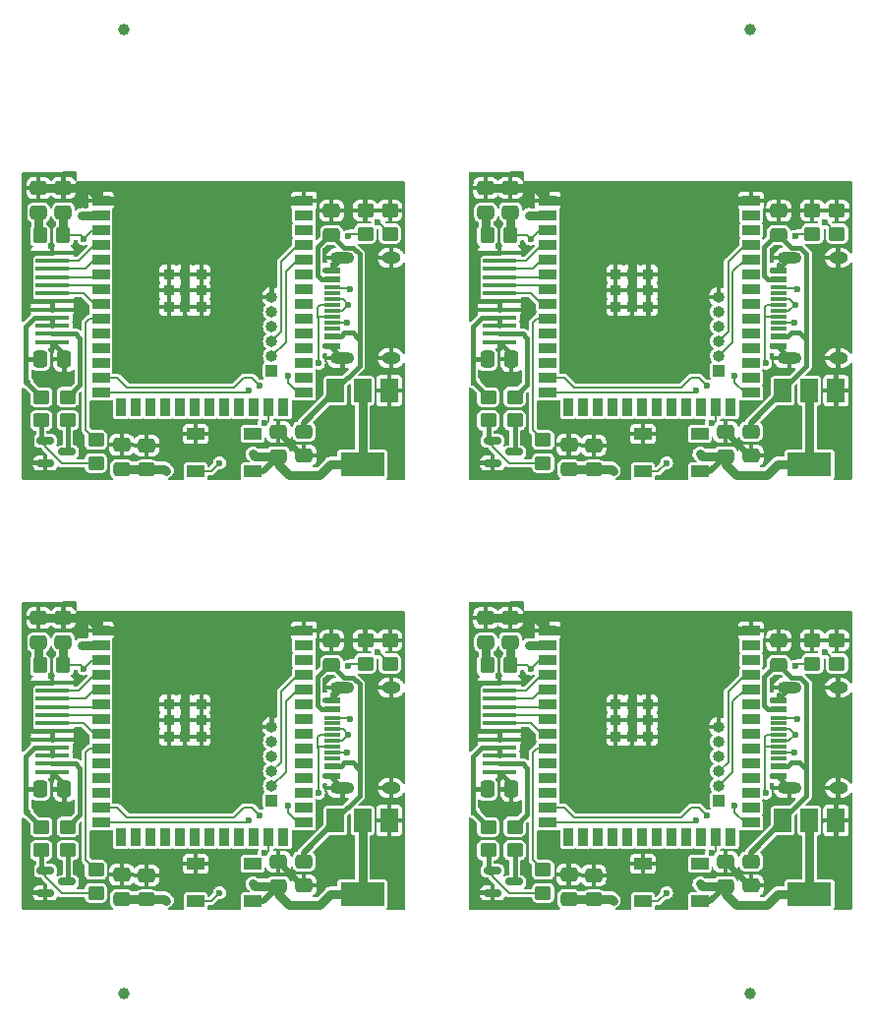
<source format=gtl>
G04 #@! TF.GenerationSoftware,KiCad,Pcbnew,6.0.4-6f826c9f35~116~ubuntu20.04.1*
G04 #@! TF.CreationDate,2022-04-01T21:21:36+11:00*
G04 #@! TF.ProjectId,panel,70616e65-6c2e-46b6-9963-61645f706362,rev?*
G04 #@! TF.SameCoordinates,Original*
G04 #@! TF.FileFunction,Copper,L1,Top*
G04 #@! TF.FilePolarity,Positive*
%FSLAX46Y46*%
G04 Gerber Fmt 4.6, Leading zero omitted, Abs format (unit mm)*
G04 Created by KiCad (PCBNEW 6.0.4-6f826c9f35~116~ubuntu20.04.1) date 2022-04-01 21:21:36*
%MOMM*%
%LPD*%
G01*
G04 APERTURE LIST*
G04 Aperture macros list*
%AMRoundRect*
0 Rectangle with rounded corners*
0 $1 Rounding radius*
0 $2 $3 $4 $5 $6 $7 $8 $9 X,Y pos of 4 corners*
0 Add a 4 corners polygon primitive as box body*
4,1,4,$2,$3,$4,$5,$6,$7,$8,$9,$2,$3,0*
0 Add four circle primitives for the rounded corners*
1,1,$1+$1,$2,$3*
1,1,$1+$1,$4,$5*
1,1,$1+$1,$6,$7*
1,1,$1+$1,$8,$9*
0 Add four rect primitives between the rounded corners*
20,1,$1+$1,$2,$3,$4,$5,0*
20,1,$1+$1,$4,$5,$6,$7,0*
20,1,$1+$1,$6,$7,$8,$9,0*
20,1,$1+$1,$8,$9,$2,$3,0*%
G04 Aperture macros list end*
G04 #@! TA.AperFunction,SMDPad,CuDef*
%ADD10RoundRect,0.250000X0.475000X-0.337500X0.475000X0.337500X-0.475000X0.337500X-0.475000X-0.337500X0*%
G04 #@! TD*
G04 #@! TA.AperFunction,SMDPad,CuDef*
%ADD11RoundRect,0.250000X-0.450000X0.350000X-0.450000X-0.350000X0.450000X-0.350000X0.450000X0.350000X0*%
G04 #@! TD*
G04 #@! TA.AperFunction,SMDPad,CuDef*
%ADD12R,3.000000X0.350000*%
G04 #@! TD*
G04 #@! TA.AperFunction,SMDPad,CuDef*
%ADD13R,1.500000X0.900000*%
G04 #@! TD*
G04 #@! TA.AperFunction,SMDPad,CuDef*
%ADD14R,0.900000X1.500000*%
G04 #@! TD*
G04 #@! TA.AperFunction,SMDPad,CuDef*
%ADD15R,0.900000X0.900000*%
G04 #@! TD*
G04 #@! TA.AperFunction,SMDPad,CuDef*
%ADD16RoundRect,0.150000X-0.587500X-0.150000X0.587500X-0.150000X0.587500X0.150000X-0.587500X0.150000X0*%
G04 #@! TD*
G04 #@! TA.AperFunction,SMDPad,CuDef*
%ADD17R,1.450000X0.600000*%
G04 #@! TD*
G04 #@! TA.AperFunction,SMDPad,CuDef*
%ADD18R,1.450000X0.300000*%
G04 #@! TD*
G04 #@! TA.AperFunction,ComponentPad*
%ADD19O,2.100000X1.000000*%
G04 #@! TD*
G04 #@! TA.AperFunction,ComponentPad*
%ADD20O,1.600000X1.000000*%
G04 #@! TD*
G04 #@! TA.AperFunction,SMDPad,CuDef*
%ADD21RoundRect,0.250000X0.450000X-0.350000X0.450000X0.350000X-0.450000X0.350000X-0.450000X-0.350000X0*%
G04 #@! TD*
G04 #@! TA.AperFunction,ComponentPad*
%ADD22R,1.000000X1.000000*%
G04 #@! TD*
G04 #@! TA.AperFunction,ComponentPad*
%ADD23O,1.000000X1.000000*%
G04 #@! TD*
G04 #@! TA.AperFunction,SMDPad,CuDef*
%ADD24RoundRect,0.250000X-0.475000X0.337500X-0.475000X-0.337500X0.475000X-0.337500X0.475000X0.337500X0*%
G04 #@! TD*
G04 #@! TA.AperFunction,SMDPad,CuDef*
%ADD25C,1.000000*%
G04 #@! TD*
G04 #@! TA.AperFunction,SMDPad,CuDef*
%ADD26R,1.500000X2.000000*%
G04 #@! TD*
G04 #@! TA.AperFunction,SMDPad,CuDef*
%ADD27R,3.800000X2.000000*%
G04 #@! TD*
G04 #@! TA.AperFunction,SMDPad,CuDef*
%ADD28RoundRect,0.250000X-0.350000X-0.450000X0.350000X-0.450000X0.350000X0.450000X-0.350000X0.450000X0*%
G04 #@! TD*
G04 #@! TA.AperFunction,SMDPad,CuDef*
%ADD29R,1.500000X1.000000*%
G04 #@! TD*
G04 #@! TA.AperFunction,SMDPad,CuDef*
%ADD30RoundRect,0.250000X-0.337500X-0.475000X0.337500X-0.475000X0.337500X0.475000X-0.337500X0.475000X0*%
G04 #@! TD*
G04 #@! TA.AperFunction,ViaPad*
%ADD31C,0.600000*%
G04 #@! TD*
G04 #@! TA.AperFunction,Conductor*
%ADD32C,0.508000*%
G04 #@! TD*
G04 #@! TA.AperFunction,Conductor*
%ADD33C,0.381000*%
G04 #@! TD*
G04 #@! TA.AperFunction,Conductor*
%ADD34C,0.762000*%
G04 #@! TD*
G04 #@! TA.AperFunction,Conductor*
%ADD35C,0.200000*%
G04 #@! TD*
G04 #@! TA.AperFunction,Conductor*
%ADD36C,0.203200*%
G04 #@! TD*
G04 APERTURE END LIST*
D10*
X60174999Y-81687502D03*
X60174999Y-79612502D03*
D11*
X39874999Y-62324999D03*
X39874999Y-64324999D03*
D12*
X36124999Y-90900002D03*
X36124999Y-90200002D03*
X36124999Y-89500002D03*
X36124999Y-88800002D03*
X36124999Y-88100002D03*
X36124999Y-87400002D03*
X36124999Y-86700002D03*
X36124999Y-86000002D03*
X36124999Y-85300002D03*
X36124999Y-84600002D03*
X36124999Y-83900002D03*
X36124999Y-83200002D03*
D13*
X40299999Y-78740002D03*
X40299999Y-80010002D03*
X40299999Y-81280002D03*
X40299999Y-82550002D03*
X40299999Y-83820002D03*
X40299999Y-85090002D03*
X40299999Y-86360002D03*
X40299999Y-87630002D03*
X40299999Y-88900002D03*
X40299999Y-90170002D03*
X40299999Y-91440002D03*
X40299999Y-92710002D03*
X40299999Y-93980002D03*
X40299999Y-95250002D03*
D14*
X42064999Y-96500002D03*
X43334999Y-96500002D03*
X44604999Y-96500002D03*
X45874999Y-96500002D03*
X47144999Y-96500002D03*
X48414999Y-96500002D03*
X49684999Y-96500002D03*
X50954999Y-96500002D03*
X52224999Y-96500002D03*
X53494999Y-96500002D03*
X54764999Y-96500002D03*
X56034999Y-96500002D03*
D13*
X57799999Y-95250002D03*
X57799999Y-93980002D03*
X57799999Y-92710002D03*
X57799999Y-91440002D03*
X57799999Y-90170002D03*
X57799999Y-88900002D03*
X57799999Y-87630002D03*
X57799999Y-86360002D03*
X57799999Y-85090002D03*
X57799999Y-83820002D03*
X57799999Y-82550002D03*
X57799999Y-81280002D03*
X57799999Y-80010002D03*
X57799999Y-78740002D03*
D15*
X48949999Y-86460002D03*
X48949999Y-85060002D03*
X46149999Y-87860002D03*
X46149999Y-86460002D03*
X46149999Y-85060002D03*
X48949999Y-87860002D03*
X47549999Y-86460002D03*
X47549999Y-85060002D03*
X47549999Y-87860002D03*
D16*
X74037502Y-99400002D03*
X74037502Y-101300002D03*
X75912502Y-100350002D03*
D17*
X98705002Y-54224999D03*
X98705002Y-53424999D03*
D18*
X98705002Y-52224999D03*
X98705002Y-51224999D03*
X98705002Y-50724999D03*
X98705002Y-49724999D03*
D17*
X98705002Y-48524999D03*
X98705002Y-47724999D03*
X98705002Y-47724999D03*
X98705002Y-48524999D03*
D18*
X98705002Y-49224999D03*
X98705002Y-50224999D03*
X98705002Y-51724999D03*
X98705002Y-52724999D03*
D17*
X98705002Y-53424999D03*
X98705002Y-54224999D03*
D19*
X99620002Y-55294999D03*
D20*
X103800002Y-55294999D03*
X103800002Y-46654999D03*
D19*
X99620002Y-46654999D03*
D16*
X35537499Y-62399999D03*
X35537499Y-64299999D03*
X37412499Y-63349999D03*
D13*
X78800002Y-41739999D03*
X78800002Y-43009999D03*
X78800002Y-44279999D03*
X78800002Y-45549999D03*
X78800002Y-46819999D03*
X78800002Y-48089999D03*
X78800002Y-49359999D03*
X78800002Y-50629999D03*
X78800002Y-51899999D03*
X78800002Y-53169999D03*
X78800002Y-54439999D03*
X78800002Y-55709999D03*
X78800002Y-56979999D03*
X78800002Y-58249999D03*
D14*
X80565002Y-59499999D03*
X81835002Y-59499999D03*
X83105002Y-59499999D03*
X84375002Y-59499999D03*
X85645002Y-59499999D03*
X86915002Y-59499999D03*
X88185002Y-59499999D03*
X89455002Y-59499999D03*
X90725002Y-59499999D03*
X91995002Y-59499999D03*
X93265002Y-59499999D03*
X94535002Y-59499999D03*
D13*
X96300002Y-58249999D03*
X96300002Y-56979999D03*
X96300002Y-55709999D03*
X96300002Y-54439999D03*
X96300002Y-53169999D03*
X96300002Y-51899999D03*
X96300002Y-50629999D03*
X96300002Y-49359999D03*
X96300002Y-48089999D03*
X96300002Y-46819999D03*
X96300002Y-45549999D03*
X96300002Y-44279999D03*
X96300002Y-43009999D03*
X96300002Y-41739999D03*
D15*
X86050002Y-49459999D03*
X87450002Y-50859999D03*
X87450002Y-49459999D03*
X84650002Y-48059999D03*
X84650002Y-49459999D03*
X86050002Y-50859999D03*
X84650002Y-50859999D03*
X87450002Y-48059999D03*
X86050002Y-48059999D03*
D21*
X37449999Y-97625002D03*
X37449999Y-95625002D03*
D22*
X93525002Y-56374999D03*
D23*
X93525002Y-55104999D03*
X93525002Y-53834999D03*
X93525002Y-52564999D03*
X93525002Y-51294999D03*
X93525002Y-50024999D03*
D13*
X78800002Y-78740002D03*
X78800002Y-80010002D03*
X78800002Y-81280002D03*
X78800002Y-82550002D03*
X78800002Y-83820002D03*
X78800002Y-85090002D03*
X78800002Y-86360002D03*
X78800002Y-87630002D03*
X78800002Y-88900002D03*
X78800002Y-90170002D03*
X78800002Y-91440002D03*
X78800002Y-92710002D03*
X78800002Y-93980002D03*
X78800002Y-95250002D03*
D14*
X80565002Y-96500002D03*
X81835002Y-96500002D03*
X83105002Y-96500002D03*
X84375002Y-96500002D03*
X85645002Y-96500002D03*
X86915002Y-96500002D03*
X88185002Y-96500002D03*
X89455002Y-96500002D03*
X90725002Y-96500002D03*
X91995002Y-96500002D03*
X93265002Y-96500002D03*
X94535002Y-96500002D03*
D13*
X96300002Y-95250002D03*
X96300002Y-93980002D03*
X96300002Y-92710002D03*
X96300002Y-91440002D03*
X96300002Y-90170002D03*
X96300002Y-88900002D03*
X96300002Y-87630002D03*
X96300002Y-86360002D03*
X96300002Y-85090002D03*
X96300002Y-83820002D03*
X96300002Y-82550002D03*
X96300002Y-81280002D03*
X96300002Y-80010002D03*
X96300002Y-78740002D03*
D15*
X86050002Y-87860002D03*
X87450002Y-87860002D03*
X86050002Y-86460002D03*
X86050002Y-85060002D03*
X84650002Y-86460002D03*
X87450002Y-86460002D03*
X87450002Y-85060002D03*
X84650002Y-85060002D03*
X84650002Y-87860002D03*
D12*
X36124999Y-53899999D03*
X36124999Y-53199999D03*
X36124999Y-52499999D03*
X36124999Y-51799999D03*
X36124999Y-51099999D03*
X36124999Y-50399999D03*
X36124999Y-49699999D03*
X36124999Y-48999999D03*
X36124999Y-48299999D03*
X36124999Y-47599999D03*
X36124999Y-46899999D03*
X36124999Y-46199999D03*
D24*
X57799999Y-61599999D03*
X57799999Y-63674999D03*
D21*
X75950002Y-97625002D03*
X75950002Y-95625002D03*
D25*
X96251000Y-27002000D03*
D10*
X55599999Y-100712502D03*
X55599999Y-98637502D03*
D16*
X74037502Y-62399999D03*
X74037502Y-64299999D03*
X75912502Y-63349999D03*
D10*
X82750002Y-101887502D03*
X82750002Y-99812502D03*
D22*
X55024999Y-56374999D03*
D23*
X55024999Y-55104999D03*
X55024999Y-53834999D03*
X55024999Y-52564999D03*
X55024999Y-51294999D03*
X55024999Y-50024999D03*
D10*
X94100002Y-63712499D03*
X94100002Y-61637499D03*
D11*
X35174999Y-58649999D03*
X35174999Y-60649999D03*
D22*
X55024999Y-93375002D03*
D23*
X55024999Y-92105002D03*
X55024999Y-90835002D03*
X55024999Y-89565002D03*
X55024999Y-88295002D03*
X55024999Y-87025002D03*
D26*
X103625002Y-95100002D03*
X101325002Y-95100002D03*
D27*
X101325002Y-101400002D03*
D26*
X99025002Y-95100002D03*
D21*
X63074999Y-81575002D03*
X63074999Y-79575002D03*
D28*
X73575002Y-44724999D03*
X75575002Y-44724999D03*
D17*
X98705002Y-91225002D03*
X98705002Y-90425002D03*
D18*
X98705002Y-89225002D03*
X98705002Y-88225002D03*
X98705002Y-87725002D03*
X98705002Y-86725002D03*
D17*
X98705002Y-85525002D03*
X98705002Y-84725002D03*
X98705002Y-84725002D03*
X98705002Y-85525002D03*
D18*
X98705002Y-86225002D03*
X98705002Y-87225002D03*
X98705002Y-88725002D03*
X98705002Y-89725002D03*
D17*
X98705002Y-90425002D03*
X98705002Y-91225002D03*
D19*
X99620002Y-92295002D03*
X99620002Y-83655002D03*
D20*
X103800002Y-83655002D03*
X103800002Y-92295002D03*
D21*
X75950002Y-60624999D03*
X75950002Y-58624999D03*
D26*
X103625002Y-58099999D03*
X101325002Y-58099999D03*
D27*
X101325002Y-64399999D03*
D26*
X99025002Y-58099999D03*
D10*
X82750002Y-64887499D03*
X82750002Y-62812499D03*
D24*
X96300002Y-98600002D03*
X96300002Y-100675002D03*
D11*
X78375002Y-99325002D03*
X78375002Y-101325002D03*
D22*
X93525002Y-93375002D03*
D23*
X93525002Y-92105002D03*
X93525002Y-90835002D03*
X93525002Y-89565002D03*
X93525002Y-88295002D03*
X93525002Y-87025002D03*
D29*
X48474999Y-98825002D03*
X48474999Y-102025002D03*
X53374999Y-102025002D03*
X53374999Y-98825002D03*
D21*
X101575002Y-44574999D03*
X101575002Y-42574999D03*
D25*
X96251000Y-109998000D03*
D10*
X98675002Y-44687499D03*
X98675002Y-42612499D03*
D21*
X63074999Y-44574999D03*
X63074999Y-42574999D03*
D28*
X35074999Y-44724999D03*
X37074999Y-44724999D03*
D10*
X42099999Y-64837499D03*
X42099999Y-62762499D03*
X80600002Y-64837499D03*
X80600002Y-62762499D03*
X44249999Y-64887499D03*
X44249999Y-62812499D03*
X60174999Y-44687499D03*
X60174999Y-42612499D03*
D21*
X65199999Y-44574999D03*
X65199999Y-42574999D03*
D28*
X35074999Y-81725002D03*
X37074999Y-81725002D03*
D10*
X37074999Y-79712502D03*
X37074999Y-77637502D03*
X73450002Y-42737499D03*
X73450002Y-40662499D03*
D21*
X103700002Y-81575002D03*
X103700002Y-79575002D03*
D29*
X86975002Y-98825002D03*
X86975002Y-102025002D03*
X91875002Y-102025002D03*
X91875002Y-98825002D03*
D30*
X35087499Y-55399999D03*
X37162499Y-55399999D03*
D21*
X103700002Y-44574999D03*
X103700002Y-42574999D03*
D17*
X60204999Y-54224999D03*
X60204999Y-53424999D03*
D18*
X60204999Y-52224999D03*
X60204999Y-51224999D03*
X60204999Y-50724999D03*
X60204999Y-49724999D03*
D17*
X60204999Y-48524999D03*
X60204999Y-47724999D03*
X60204999Y-47724999D03*
X60204999Y-48524999D03*
D18*
X60204999Y-49224999D03*
X60204999Y-50224999D03*
X60204999Y-51724999D03*
X60204999Y-52724999D03*
D17*
X60204999Y-53424999D03*
X60204999Y-54224999D03*
D20*
X65299999Y-46654999D03*
X65299999Y-55294999D03*
D19*
X61119999Y-46654999D03*
X61119999Y-55294999D03*
D30*
X35087499Y-92400002D03*
X37162499Y-92400002D03*
D10*
X44249999Y-101887502D03*
X44249999Y-99812502D03*
X34949999Y-42737499D03*
X34949999Y-40662499D03*
X42099999Y-101837502D03*
X42099999Y-99762502D03*
D11*
X35174999Y-95650002D03*
X35174999Y-97650002D03*
D30*
X73587502Y-92400002D03*
X75662502Y-92400002D03*
D26*
X65124999Y-95100002D03*
X62824999Y-95100002D03*
D27*
X62824999Y-101400002D03*
D26*
X60524999Y-95100002D03*
D28*
X73575002Y-81725002D03*
X75575002Y-81725002D03*
D11*
X73675002Y-95650002D03*
X73675002Y-97650002D03*
D10*
X80600002Y-101837502D03*
X80600002Y-99762502D03*
D11*
X78375002Y-62324999D03*
X78375002Y-64324999D03*
D17*
X60204999Y-91225002D03*
X60204999Y-90425002D03*
D18*
X60204999Y-89225002D03*
X60204999Y-88225002D03*
X60204999Y-87725002D03*
X60204999Y-86725002D03*
D17*
X60204999Y-85525002D03*
X60204999Y-84725002D03*
X60204999Y-84725002D03*
X60204999Y-85525002D03*
D18*
X60204999Y-86225002D03*
X60204999Y-87225002D03*
X60204999Y-88725002D03*
X60204999Y-89725002D03*
D17*
X60204999Y-90425002D03*
X60204999Y-91225002D03*
D20*
X65299999Y-92295002D03*
D19*
X61119999Y-83655002D03*
X61119999Y-92295002D03*
D20*
X65299999Y-83655002D03*
D21*
X37449999Y-60624999D03*
X37449999Y-58624999D03*
D12*
X74625002Y-53899999D03*
X74625002Y-53199999D03*
X74625002Y-52499999D03*
X74625002Y-51799999D03*
X74625002Y-51099999D03*
X74625002Y-50399999D03*
X74625002Y-49699999D03*
X74625002Y-48999999D03*
X74625002Y-48299999D03*
X74625002Y-47599999D03*
X74625002Y-46899999D03*
X74625002Y-46199999D03*
D10*
X34949999Y-79737502D03*
X34949999Y-77662502D03*
D25*
X42249000Y-109998000D03*
D10*
X37074999Y-42712499D03*
X37074999Y-40637499D03*
D16*
X35537499Y-99400002D03*
X35537499Y-101300002D03*
X37412499Y-100350002D03*
D10*
X75575002Y-42712499D03*
X75575002Y-40637499D03*
X94100002Y-100712502D03*
X94100002Y-98637502D03*
D24*
X57799999Y-98600002D03*
X57799999Y-100675002D03*
D10*
X55599999Y-63712499D03*
X55599999Y-61637499D03*
D26*
X65124999Y-58099999D03*
D27*
X62824999Y-64399999D03*
D26*
X62824999Y-58099999D03*
X60524999Y-58099999D03*
D11*
X39874999Y-99325002D03*
X39874999Y-101325002D03*
D12*
X74625002Y-90900002D03*
X74625002Y-90200002D03*
X74625002Y-89500002D03*
X74625002Y-88800002D03*
X74625002Y-88100002D03*
X74625002Y-87400002D03*
X74625002Y-86700002D03*
X74625002Y-86000002D03*
X74625002Y-85300002D03*
X74625002Y-84600002D03*
X74625002Y-83900002D03*
X74625002Y-83200002D03*
D29*
X48474999Y-61824999D03*
X48474999Y-65024999D03*
X53374999Y-65024999D03*
X53374999Y-61824999D03*
D13*
X40299999Y-41739999D03*
X40299999Y-43009999D03*
X40299999Y-44279999D03*
X40299999Y-45549999D03*
X40299999Y-46819999D03*
X40299999Y-48089999D03*
X40299999Y-49359999D03*
X40299999Y-50629999D03*
X40299999Y-51899999D03*
X40299999Y-53169999D03*
X40299999Y-54439999D03*
X40299999Y-55709999D03*
X40299999Y-56979999D03*
X40299999Y-58249999D03*
D14*
X42064999Y-59499999D03*
X43334999Y-59499999D03*
X44604999Y-59499999D03*
X45874999Y-59499999D03*
X47144999Y-59499999D03*
X48414999Y-59499999D03*
X49684999Y-59499999D03*
X50954999Y-59499999D03*
X52224999Y-59499999D03*
X53494999Y-59499999D03*
X54764999Y-59499999D03*
X56034999Y-59499999D03*
D13*
X57799999Y-58249999D03*
X57799999Y-56979999D03*
X57799999Y-55709999D03*
X57799999Y-54439999D03*
X57799999Y-53169999D03*
X57799999Y-51899999D03*
X57799999Y-50629999D03*
X57799999Y-49359999D03*
X57799999Y-48089999D03*
X57799999Y-46819999D03*
X57799999Y-45549999D03*
X57799999Y-44279999D03*
X57799999Y-43009999D03*
X57799999Y-41739999D03*
D15*
X48949999Y-49459999D03*
X47549999Y-49459999D03*
X48949999Y-50859999D03*
X47549999Y-48059999D03*
X47549999Y-50859999D03*
X48949999Y-48059999D03*
X46149999Y-50859999D03*
X46149999Y-48059999D03*
X46149999Y-49459999D03*
D25*
X42249000Y-27002000D03*
D21*
X101575002Y-81575002D03*
X101575002Y-79575002D03*
D10*
X73450002Y-79737502D03*
X73450002Y-77662502D03*
D24*
X96300002Y-61599999D03*
X96300002Y-63674999D03*
D29*
X86975002Y-61824999D03*
X86975002Y-65024999D03*
X91875002Y-65024999D03*
X91875002Y-61824999D03*
D11*
X73675002Y-58649999D03*
X73675002Y-60649999D03*
D21*
X65199999Y-81575002D03*
X65199999Y-79575002D03*
D10*
X75575002Y-79712502D03*
X75575002Y-77637502D03*
D30*
X73587502Y-55399999D03*
X75662502Y-55399999D03*
D10*
X98675002Y-81687502D03*
X98675002Y-79612502D03*
D31*
X45924999Y-64974999D03*
X33949999Y-57374999D03*
X38674999Y-42999999D03*
X34949999Y-43699999D03*
X53399999Y-63524999D03*
X56399999Y-56774999D03*
X38824999Y-45024999D03*
X56224999Y-42574999D03*
X61649999Y-43449999D03*
X52799999Y-53699999D03*
X41784999Y-41739999D03*
X56224999Y-43324999D03*
X65999999Y-52824999D03*
X49424999Y-63174999D03*
X64424999Y-56349999D03*
X34149999Y-64024999D03*
X46899999Y-60924999D03*
X37324999Y-65274999D03*
X38574999Y-51174999D03*
X51924999Y-51649999D03*
X41699999Y-45849999D03*
X60249999Y-60374999D03*
X56399999Y-45149999D03*
X65899999Y-53674999D03*
X42474999Y-56599999D03*
X53474999Y-40999999D03*
X60724999Y-56524999D03*
X41699999Y-53374999D03*
X47549999Y-46674999D03*
X50199999Y-51099999D03*
X39724999Y-59424999D03*
X53924999Y-53349999D03*
X48374999Y-63549999D03*
X33899999Y-58874999D03*
X49224999Y-57124999D03*
X51274999Y-47099999D03*
X63749999Y-46499999D03*
X63699999Y-51524999D03*
X65399999Y-51399999D03*
X50499999Y-46474999D03*
X38399999Y-65274999D03*
X59174999Y-63724999D03*
X53874999Y-55174999D03*
X59174999Y-61299999D03*
X63599999Y-56349999D03*
X63918034Y-50696486D03*
X54974999Y-48199999D03*
X65274999Y-61849999D03*
X66024999Y-59899999D03*
X64824999Y-48924999D03*
X52299999Y-55999999D03*
X53899999Y-49399999D03*
X50224999Y-49924999D03*
X33999999Y-59649999D03*
X45599999Y-60949999D03*
X49574999Y-40899999D03*
X49524999Y-46774999D03*
X44049999Y-57074999D03*
X65274999Y-52374999D03*
X65699999Y-65274999D03*
X49424999Y-45849999D03*
X50024999Y-57124999D03*
X37374999Y-57049999D03*
X54999999Y-47274999D03*
X44374999Y-52199999D03*
X38562499Y-40662499D03*
X58049999Y-40499999D03*
X64124999Y-49424999D03*
X41774999Y-50774999D03*
X51199999Y-49349999D03*
X51074999Y-50499999D03*
X44274999Y-40924999D03*
X65449999Y-49374999D03*
X65749999Y-63749999D03*
X60949999Y-61549999D03*
X48649999Y-40949999D03*
X66099999Y-49849999D03*
X64324999Y-60499999D03*
X65324999Y-60499999D03*
X33874999Y-60449999D03*
X63699999Y-54624999D03*
X64724999Y-47849999D03*
X59174999Y-58174999D03*
X40574999Y-40549999D03*
X51549999Y-40949999D03*
X55424999Y-40999999D03*
X46574999Y-57099999D03*
X41699999Y-55074999D03*
X63424999Y-52799999D03*
X64124999Y-40749999D03*
X41724999Y-48949999D03*
X63624999Y-55549999D03*
X35999999Y-39574999D03*
X50574999Y-53649999D03*
X48624999Y-46724999D03*
X47549999Y-45749999D03*
X50399999Y-47624999D03*
X66124999Y-56399999D03*
X43249999Y-57049999D03*
X41549999Y-40699999D03*
X61574999Y-41824999D03*
X45249999Y-52899999D03*
X33849999Y-41749999D03*
X55874999Y-45749999D03*
X49474999Y-53649999D03*
X43124999Y-63849999D03*
X41774999Y-46749999D03*
X65474999Y-48399999D03*
X52799999Y-55349999D03*
X66149999Y-48974999D03*
X58874999Y-40549999D03*
X61324999Y-60324999D03*
X36049999Y-45599999D03*
X50274999Y-62549999D03*
X45549999Y-45849999D03*
X47599999Y-51824999D03*
X65099999Y-53399999D03*
X45724999Y-57099999D03*
X52449999Y-40924999D03*
X41774999Y-44049999D03*
X46074999Y-46749999D03*
X48199999Y-53549999D03*
X65649999Y-64549999D03*
X47299999Y-64074999D03*
X48399999Y-57124999D03*
X47574999Y-57124999D03*
X35999999Y-41749999D03*
X43974999Y-48224999D03*
X44699999Y-47774999D03*
X51624999Y-56574999D03*
X41024999Y-61024999D03*
X45724999Y-62299999D03*
X44574999Y-46149999D03*
X56209999Y-41739999D03*
X41824999Y-43149999D03*
X35624999Y-57174999D03*
X59649999Y-46024999D03*
X64124999Y-61799999D03*
X64249999Y-52299999D03*
X41674999Y-54149999D03*
X53924999Y-51849999D03*
X41749999Y-51624999D03*
X57199999Y-40549999D03*
X43724999Y-51424999D03*
X56299999Y-40799999D03*
X46349999Y-40899999D03*
X45449999Y-40874999D03*
X45199999Y-46774999D03*
X39392499Y-40832499D03*
X64599999Y-50124999D03*
X54524999Y-40999999D03*
X50974999Y-51574999D03*
X36099999Y-56299999D03*
X50524999Y-40949999D03*
X54474999Y-48799999D03*
X41674999Y-49824999D03*
X61549999Y-40949999D03*
X60424999Y-62499999D03*
X55224999Y-46474999D03*
X38724999Y-63549999D03*
X40249999Y-60074999D03*
X43174999Y-40849999D03*
X64024999Y-45699999D03*
X52949999Y-51749999D03*
X51324999Y-48249999D03*
X52849999Y-54499999D03*
X41724999Y-44999999D03*
X46549999Y-45899999D03*
X38324999Y-45899999D03*
X44299999Y-46949999D03*
X44899999Y-49549999D03*
X64174999Y-48474999D03*
X41724999Y-52449999D03*
X66099999Y-47774999D03*
X46524999Y-53374999D03*
X46199999Y-61449999D03*
X53849999Y-50249999D03*
X48449999Y-45749999D03*
X64574999Y-51199999D03*
X36149999Y-65349999D03*
X65349999Y-50399999D03*
X64124999Y-53524999D03*
X53899999Y-51074999D03*
X63949999Y-47399999D03*
X42399999Y-40874999D03*
X59199999Y-62949999D03*
X64224999Y-62649999D03*
X47649999Y-40874999D03*
X50424999Y-48799999D03*
X61624999Y-42649999D03*
X44824999Y-48624999D03*
X36274999Y-61524999D03*
X50924999Y-57099999D03*
X65699999Y-62899999D03*
X56224999Y-44149999D03*
X60049999Y-61599999D03*
X41824999Y-56149999D03*
X40849999Y-59324999D03*
X38524999Y-41774999D03*
X57449999Y-59549999D03*
X44874999Y-57074999D03*
X66074999Y-62099999D03*
X38474999Y-50399999D03*
X61324999Y-62524999D03*
X53899999Y-54299999D03*
X59149999Y-62149999D03*
X59974999Y-63274999D03*
X66099999Y-51874999D03*
X33924999Y-61224999D03*
X38374999Y-59624999D03*
X65999999Y-61124999D03*
X61537499Y-52237499D03*
X64149999Y-43599999D03*
X61599999Y-44799999D03*
X61774999Y-49324999D03*
X54374999Y-60874999D03*
X50524999Y-64299999D03*
X59049999Y-55712499D03*
X53999999Y-57675499D03*
X61599999Y-50674999D03*
X53024999Y-58074999D03*
X84425002Y-64974999D03*
X72450002Y-57374999D03*
X77175002Y-42999999D03*
X73450002Y-43699999D03*
X91900002Y-63524999D03*
X94900002Y-56774999D03*
X77325002Y-45024999D03*
X94725002Y-42574999D03*
X100150002Y-43449999D03*
X91300002Y-53699999D03*
X80285002Y-41739999D03*
X94725002Y-43324999D03*
X104500002Y-52824999D03*
X87925002Y-63174999D03*
X102925002Y-56349999D03*
X72650002Y-64024999D03*
X85400002Y-60924999D03*
X75825002Y-65274999D03*
X77075002Y-51174999D03*
X90425002Y-51649999D03*
X80200002Y-45849999D03*
X98750002Y-60374999D03*
X94900002Y-45149999D03*
X104400002Y-53674999D03*
X80975002Y-56599999D03*
X91975002Y-40999999D03*
X99225002Y-56524999D03*
X80200002Y-53374999D03*
X86050002Y-46674999D03*
X88700002Y-51099999D03*
X78225002Y-59424999D03*
X92425002Y-53349999D03*
X86875002Y-63549999D03*
X72400002Y-58874999D03*
X87725002Y-57124999D03*
X89775002Y-47099999D03*
X102250002Y-46499999D03*
X102200002Y-51524999D03*
X103900002Y-51399999D03*
X89000002Y-46474999D03*
X76900002Y-65274999D03*
X97675002Y-63724999D03*
X92375002Y-55174999D03*
X97675002Y-61299999D03*
X102100002Y-56349999D03*
X102418037Y-50696486D03*
X93475002Y-48199999D03*
X103775002Y-61849999D03*
X104525002Y-59899999D03*
X103325002Y-48924999D03*
X90800002Y-55999999D03*
X92400002Y-49399999D03*
X88725002Y-49924999D03*
X72500002Y-59649999D03*
X84100002Y-60949999D03*
X88075002Y-40899999D03*
X88025002Y-46774999D03*
X82550002Y-57074999D03*
X103775002Y-52374999D03*
X104200002Y-65274999D03*
X87925002Y-45849999D03*
X88525002Y-57124999D03*
X75875002Y-57049999D03*
X93500002Y-47274999D03*
X82875002Y-52199999D03*
X77062502Y-40662499D03*
X96550002Y-40499999D03*
X102625002Y-49424999D03*
X80275002Y-50774999D03*
X89700002Y-49349999D03*
X89575002Y-50499999D03*
X82775002Y-40924999D03*
X103950002Y-49374999D03*
X104250002Y-63749999D03*
X99450002Y-61549999D03*
X87150002Y-40949999D03*
X104600002Y-49849999D03*
X102825002Y-60499999D03*
X103825002Y-60499999D03*
X72375002Y-60449999D03*
X102200002Y-54624999D03*
X103225002Y-47849999D03*
X97675002Y-58174999D03*
X79075002Y-40549999D03*
X90050002Y-40949999D03*
X93925002Y-40999999D03*
X85075002Y-57099999D03*
X80200002Y-55074999D03*
X101925002Y-52799999D03*
X102625002Y-40749999D03*
X80225002Y-48949999D03*
X102125002Y-55549999D03*
X74500002Y-39574999D03*
X89075002Y-53649999D03*
X87125002Y-46724999D03*
X86050002Y-45749999D03*
X88900002Y-47624999D03*
X104625002Y-56399999D03*
X81750002Y-57049999D03*
X80050002Y-40699999D03*
X100075002Y-41824999D03*
X83750002Y-52899999D03*
X72350002Y-41749999D03*
X94375002Y-45749999D03*
X87975002Y-53649999D03*
X81625002Y-63849999D03*
X80275002Y-46749999D03*
X103975002Y-48399999D03*
X91300002Y-55349999D03*
X104650002Y-48974999D03*
X97375002Y-40549999D03*
X99825002Y-60324999D03*
X74550002Y-45599999D03*
X88775002Y-62549999D03*
X84050002Y-45849999D03*
X86100002Y-51824999D03*
X103600002Y-53399999D03*
X84225002Y-57099999D03*
X90950002Y-40924999D03*
X80275002Y-44049999D03*
X84575002Y-46749999D03*
X86700002Y-53549999D03*
X104150002Y-64549999D03*
X85800002Y-64074999D03*
X86900002Y-57124999D03*
X86075002Y-57124999D03*
X74500002Y-41749999D03*
X82475002Y-48224999D03*
X83200002Y-47774999D03*
X90125002Y-56574999D03*
X79525002Y-61024999D03*
X84225002Y-62299999D03*
X83075002Y-46149999D03*
X94710002Y-41739999D03*
X80325002Y-43149999D03*
X74125002Y-57174999D03*
X98150002Y-46024999D03*
X102625002Y-61799999D03*
X102750002Y-52299999D03*
X80175002Y-54149999D03*
X92425002Y-51849999D03*
X80250002Y-51624999D03*
X95700002Y-40549999D03*
X82225002Y-51424999D03*
X94800002Y-40799999D03*
X84850002Y-40899999D03*
X83950002Y-40874999D03*
X83700002Y-46774999D03*
X77892502Y-40832499D03*
X103100002Y-50124999D03*
X93025002Y-40999999D03*
X89475002Y-51574999D03*
X74600002Y-56299999D03*
X89025002Y-40949999D03*
X92975002Y-48799999D03*
X80175002Y-49824999D03*
X100050002Y-40949999D03*
X98925002Y-62499999D03*
X93725002Y-46474999D03*
X77225002Y-63549999D03*
X78750002Y-60074999D03*
X81675002Y-40849999D03*
X102525002Y-45699999D03*
X91450002Y-51749999D03*
X89825002Y-48249999D03*
X91350002Y-54499999D03*
X80225002Y-44999999D03*
X85050002Y-45899999D03*
X76825002Y-45899999D03*
X82800002Y-46949999D03*
X83400002Y-49549999D03*
X102675002Y-48474999D03*
X80225002Y-52449999D03*
X104600002Y-47774999D03*
X85025002Y-53374999D03*
X84700002Y-61449999D03*
X92350002Y-50249999D03*
X86950002Y-45749999D03*
X103075002Y-51199999D03*
X74650002Y-65349999D03*
X103850002Y-50399999D03*
X102625002Y-53524999D03*
X92400002Y-51074999D03*
X102450002Y-47399999D03*
X80900002Y-40874999D03*
X97700002Y-62949999D03*
X102725002Y-62649999D03*
X86150002Y-40874999D03*
X88925002Y-48799999D03*
X100125002Y-42649999D03*
X83325002Y-48624999D03*
X74775002Y-61524999D03*
X89425002Y-57099999D03*
X104200002Y-62899999D03*
X94725002Y-44149999D03*
X98550002Y-61599999D03*
X80325002Y-56149999D03*
X79350002Y-59324999D03*
X77025002Y-41774999D03*
X95950002Y-59549999D03*
X83375002Y-57074999D03*
X104575002Y-62099999D03*
X76975002Y-50399999D03*
X99825002Y-62524999D03*
X92400002Y-54299999D03*
X97650002Y-62149999D03*
X98475002Y-63274999D03*
X104600002Y-51874999D03*
X72425002Y-61224999D03*
X76875002Y-59624999D03*
X104500002Y-61124999D03*
X100037502Y-52237499D03*
X102650002Y-43599999D03*
X100100002Y-44799999D03*
X100275002Y-49324999D03*
X92875002Y-60874999D03*
X89025002Y-64299999D03*
X97550002Y-55712499D03*
X92500002Y-57675499D03*
X100100002Y-50674999D03*
X91525002Y-58074999D03*
X45924999Y-101975002D03*
X33949999Y-94375002D03*
X38674999Y-80000002D03*
X34949999Y-80700002D03*
X53399999Y-100525002D03*
X56399999Y-93775002D03*
X38824999Y-82025002D03*
X56224999Y-79575002D03*
X61649999Y-80450002D03*
X52799999Y-90700002D03*
X41784999Y-78740002D03*
X56224999Y-80325002D03*
X65999999Y-89825002D03*
X49424999Y-100175002D03*
X64424999Y-93350002D03*
X34149999Y-101025002D03*
X46899999Y-97925002D03*
X37324999Y-102275002D03*
X38574999Y-88175002D03*
X51924999Y-88650002D03*
X41699999Y-82850002D03*
X60249999Y-97375002D03*
X56399999Y-82150002D03*
X65899999Y-90675002D03*
X42474999Y-93600002D03*
X53474999Y-78000002D03*
X60724999Y-93525002D03*
X41699999Y-90375002D03*
X47549999Y-83675002D03*
X50199999Y-88100002D03*
X39724999Y-96425002D03*
X53924999Y-90350002D03*
X48374999Y-100550002D03*
X33899999Y-95875002D03*
X49224999Y-94125002D03*
X51274999Y-84100002D03*
X63749999Y-83500002D03*
X63699999Y-88525002D03*
X65399999Y-88400002D03*
X50499999Y-83475002D03*
X38399999Y-102275002D03*
X59174999Y-100725002D03*
X53874999Y-92175002D03*
X59174999Y-98300002D03*
X63599999Y-93350002D03*
X63918034Y-87696489D03*
X54974999Y-85200002D03*
X65274999Y-98850002D03*
X66024999Y-96900002D03*
X64824999Y-85925002D03*
X52299999Y-93000002D03*
X53899999Y-86400002D03*
X50224999Y-86925002D03*
X33999999Y-96650002D03*
X45599999Y-97950002D03*
X49574999Y-77900002D03*
X49524999Y-83775002D03*
X44049999Y-94075002D03*
X65274999Y-89375002D03*
X65699999Y-102275002D03*
X49424999Y-82850002D03*
X50024999Y-94125002D03*
X37374999Y-94050002D03*
X54999999Y-84275002D03*
X44374999Y-89200002D03*
X38562499Y-77662502D03*
X58049999Y-77500002D03*
X64124999Y-86425002D03*
X41774999Y-87775002D03*
X51199999Y-86350002D03*
X51074999Y-87500002D03*
X44274999Y-77925002D03*
X65449999Y-86375002D03*
X65749999Y-100750002D03*
X60949999Y-98550002D03*
X48649999Y-77950002D03*
X66099999Y-86850002D03*
X64324999Y-97500002D03*
X65324999Y-97500002D03*
X33874999Y-97450002D03*
X63699999Y-91625002D03*
X64724999Y-84850002D03*
X59174999Y-95175002D03*
X40574999Y-77550002D03*
X51549999Y-77950002D03*
X55424999Y-78000002D03*
X46574999Y-94100002D03*
X41699999Y-92075002D03*
X63424999Y-89800002D03*
X64124999Y-77750002D03*
X41724999Y-85950002D03*
X63624999Y-92550002D03*
X35999999Y-76575002D03*
X50574999Y-90650002D03*
X48624999Y-83725002D03*
X47549999Y-82750002D03*
X50399999Y-84625002D03*
X66124999Y-93400002D03*
X43249999Y-94050002D03*
X41549999Y-77700002D03*
X61574999Y-78825002D03*
X45249999Y-89900002D03*
X33849999Y-78750002D03*
X55874999Y-82750002D03*
X49474999Y-90650002D03*
X43124999Y-100850002D03*
X41774999Y-83750002D03*
X65474999Y-85400002D03*
X52799999Y-92350002D03*
X66149999Y-85975002D03*
X58874999Y-77550002D03*
X61324999Y-97325002D03*
X36049999Y-82600002D03*
X50274999Y-99550002D03*
X45549999Y-82850002D03*
X47599999Y-88825002D03*
X65099999Y-90400002D03*
X45724999Y-94100002D03*
X52449999Y-77925002D03*
X41774999Y-81050002D03*
X46074999Y-83750002D03*
X48199999Y-90550002D03*
X65649999Y-101550002D03*
X47299999Y-101075002D03*
X48399999Y-94125002D03*
X47574999Y-94125002D03*
X35999999Y-78750002D03*
X43974999Y-85225002D03*
X44699999Y-84775002D03*
X51624999Y-93575002D03*
X41024999Y-98025002D03*
X45724999Y-99300002D03*
X44574999Y-83150002D03*
X56209999Y-78740002D03*
X41824999Y-80150002D03*
X35624999Y-94175002D03*
X59649999Y-83025002D03*
X64124999Y-98800002D03*
X64249999Y-89300002D03*
X41674999Y-91150002D03*
X53924999Y-88850002D03*
X41749999Y-88625002D03*
X57199999Y-77550002D03*
X43724999Y-88425002D03*
X56299999Y-77800002D03*
X46349999Y-77900002D03*
X45449999Y-77875002D03*
X45199999Y-83775002D03*
X39392499Y-77832502D03*
X64599999Y-87125002D03*
X54524999Y-78000002D03*
X50974999Y-88575002D03*
X36099999Y-93300002D03*
X50524999Y-77950002D03*
X54474999Y-85800002D03*
X41674999Y-86825002D03*
X61549999Y-77950002D03*
X60424999Y-99500002D03*
X55224999Y-83475002D03*
X38724999Y-100550002D03*
X40249999Y-97075002D03*
X43174999Y-77850002D03*
X64024999Y-82700002D03*
X52949999Y-88750002D03*
X51324999Y-85250002D03*
X52849999Y-91500002D03*
X41724999Y-82000002D03*
X46549999Y-82900002D03*
X38324999Y-82900002D03*
X44299999Y-83950002D03*
X44899999Y-86550002D03*
X64174999Y-85475002D03*
X41724999Y-89450002D03*
X66099999Y-84775002D03*
X46524999Y-90375002D03*
X46199999Y-98450002D03*
X53849999Y-87250002D03*
X48449999Y-82750002D03*
X64574999Y-88200002D03*
X36149999Y-102350002D03*
X65349999Y-87400002D03*
X64124999Y-90525002D03*
X53899999Y-88075002D03*
X63949999Y-84400002D03*
X42399999Y-77875002D03*
X59199999Y-99950002D03*
X64224999Y-99650002D03*
X47649999Y-77875002D03*
X50424999Y-85800002D03*
X61624999Y-79650002D03*
X44824999Y-85625002D03*
X36274999Y-98525002D03*
X50924999Y-94100002D03*
X65699999Y-99900002D03*
X56224999Y-81150002D03*
X60049999Y-98600002D03*
X41824999Y-93150002D03*
X40849999Y-96325002D03*
X38524999Y-78775002D03*
X57449999Y-96550002D03*
X44874999Y-94075002D03*
X66074999Y-99100002D03*
X38474999Y-87400002D03*
X61324999Y-99525002D03*
X53899999Y-91300002D03*
X59149999Y-99150002D03*
X59974999Y-100275002D03*
X66099999Y-88875002D03*
X33924999Y-98225002D03*
X38374999Y-96625002D03*
X65999999Y-98125002D03*
X61537499Y-89237502D03*
X64149999Y-80600002D03*
X61599999Y-81800002D03*
X61774999Y-86325002D03*
X54374999Y-97875002D03*
X50524999Y-101300002D03*
X59049999Y-92712502D03*
X53999999Y-94675502D03*
X61599999Y-87675002D03*
X53024999Y-95075002D03*
X84425002Y-101975002D03*
X72450002Y-94375002D03*
X77175002Y-80000002D03*
X73450002Y-80700002D03*
X91900002Y-100525002D03*
X94900002Y-93775002D03*
X77325002Y-82025002D03*
X94725002Y-79575002D03*
X100150002Y-80450002D03*
X91300002Y-90700002D03*
X80285002Y-78740002D03*
X94725002Y-80325002D03*
X104500002Y-89825002D03*
X87925002Y-100175002D03*
X102925002Y-93350002D03*
X72650002Y-101025002D03*
X85400002Y-97925002D03*
X75825002Y-102275002D03*
X77075002Y-88175002D03*
X90425002Y-88650002D03*
X80200002Y-82850002D03*
X98750002Y-97375002D03*
X94900002Y-82150002D03*
X104400002Y-90675002D03*
X80975002Y-93600002D03*
X91975002Y-78000002D03*
X99225002Y-93525002D03*
X80200002Y-90375002D03*
X86050002Y-83675002D03*
X88700002Y-88100002D03*
X78225002Y-96425002D03*
X92425002Y-90350002D03*
X86875002Y-100550002D03*
X72400002Y-95875002D03*
X87725002Y-94125002D03*
X89775002Y-84100002D03*
X102250002Y-83500002D03*
X102200002Y-88525002D03*
X103900002Y-88400002D03*
X89000002Y-83475002D03*
X76900002Y-102275002D03*
X97675002Y-100725002D03*
X92375002Y-92175002D03*
X97675002Y-98300002D03*
X102100002Y-93350002D03*
X102418037Y-87696489D03*
X93475002Y-85200002D03*
X103775002Y-98850002D03*
X104525002Y-96900002D03*
X103325002Y-85925002D03*
X90800002Y-93000002D03*
X92400002Y-86400002D03*
X88725002Y-86925002D03*
X72500002Y-96650002D03*
X84100002Y-97950002D03*
X88075002Y-77900002D03*
X88025002Y-83775002D03*
X82550002Y-94075002D03*
X103775002Y-89375002D03*
X104200002Y-102275002D03*
X87925002Y-82850002D03*
X88525002Y-94125002D03*
X75875002Y-94050002D03*
X93500002Y-84275002D03*
X82875002Y-89200002D03*
X77062502Y-77662502D03*
X96550002Y-77500002D03*
X102625002Y-86425002D03*
X80275002Y-87775002D03*
X89700002Y-86350002D03*
X89575002Y-87500002D03*
X82775002Y-77925002D03*
X103950002Y-86375002D03*
X104250002Y-100750002D03*
X99450002Y-98550002D03*
X87150002Y-77950002D03*
X104600002Y-86850002D03*
X102825002Y-97500002D03*
X103825002Y-97500002D03*
X72375002Y-97450002D03*
X102200002Y-91625002D03*
X103225002Y-84850002D03*
X97675002Y-95175002D03*
X79075002Y-77550002D03*
X90050002Y-77950002D03*
X93925002Y-78000002D03*
X85075002Y-94100002D03*
X80200002Y-92075002D03*
X101925002Y-89800002D03*
X102625002Y-77750002D03*
X80225002Y-85950002D03*
X102125002Y-92550002D03*
X74500002Y-76575002D03*
X89075002Y-90650002D03*
X87125002Y-83725002D03*
X86050002Y-82750002D03*
X88900002Y-84625002D03*
X104625002Y-93400002D03*
X81750002Y-94050002D03*
X80050002Y-77700002D03*
X100075002Y-78825002D03*
X83750002Y-89900002D03*
X72350002Y-78750002D03*
X94375002Y-82750002D03*
X87975002Y-90650002D03*
X81625002Y-100850002D03*
X80275002Y-83750002D03*
X103975002Y-85400002D03*
X91300002Y-92350002D03*
X104650002Y-85975002D03*
X97375002Y-77550002D03*
X99825002Y-97325002D03*
X74550002Y-82600002D03*
X88775002Y-99550002D03*
X84050002Y-82850002D03*
X86100002Y-88825002D03*
X103600002Y-90400002D03*
X84225002Y-94100002D03*
X90950002Y-77925002D03*
X80275002Y-81050002D03*
X84575002Y-83750002D03*
X86700002Y-90550002D03*
X104150002Y-101550002D03*
X85800002Y-101075002D03*
X86900002Y-94125002D03*
X86075002Y-94125002D03*
X74500002Y-78750002D03*
X82475002Y-85225002D03*
X83200002Y-84775002D03*
X90125002Y-93575002D03*
X79525002Y-98025002D03*
X84225002Y-99300002D03*
X83075002Y-83150002D03*
X94710002Y-78740002D03*
X80325002Y-80150002D03*
X74125002Y-94175002D03*
X98150002Y-83025002D03*
X102625002Y-98800002D03*
X102750002Y-89300002D03*
X80175002Y-91150002D03*
X92425002Y-88850002D03*
X80250002Y-88625002D03*
X95700002Y-77550002D03*
X82225002Y-88425002D03*
X94800002Y-77800002D03*
X84850002Y-77900002D03*
X83950002Y-77875002D03*
X83700002Y-83775002D03*
X77892502Y-77832502D03*
X103100002Y-87125002D03*
X93025002Y-78000002D03*
X89475002Y-88575002D03*
X74600002Y-93300002D03*
X89025002Y-77950002D03*
X92975002Y-85800002D03*
X80175002Y-86825002D03*
X100050002Y-77950002D03*
X98925002Y-99500002D03*
X93725002Y-83475002D03*
X77225002Y-100550002D03*
X78750002Y-97075002D03*
X81675002Y-77850002D03*
X102525002Y-82700002D03*
X91450002Y-88750002D03*
X89825002Y-85250002D03*
X91350002Y-91500002D03*
X80225002Y-82000002D03*
X85050002Y-82900002D03*
X76825002Y-82900002D03*
X82800002Y-83950002D03*
X83400002Y-86550002D03*
X102675002Y-85475002D03*
X80225002Y-89450002D03*
X104600002Y-84775002D03*
X85025002Y-90375002D03*
X84700002Y-98450002D03*
X92350002Y-87250002D03*
X86950002Y-82750002D03*
X103075002Y-88200002D03*
X74650002Y-102350002D03*
X103850002Y-87400002D03*
X102625002Y-90525002D03*
X92400002Y-88075002D03*
X102450002Y-84400002D03*
X80900002Y-77875002D03*
X97700002Y-99950002D03*
X102725002Y-99650002D03*
X86150002Y-77875002D03*
X88925002Y-85800002D03*
X100125002Y-79650002D03*
X83325002Y-85625002D03*
X74775002Y-98525002D03*
X89425002Y-94100002D03*
X104200002Y-99900002D03*
X94725002Y-81150002D03*
X98550002Y-98600002D03*
X80325002Y-93150002D03*
X79350002Y-96325002D03*
X77025002Y-78775002D03*
X95950002Y-96550002D03*
X83375002Y-94075002D03*
X104575002Y-99100002D03*
X76975002Y-87400002D03*
X99825002Y-99525002D03*
X92400002Y-91300002D03*
X97650002Y-99150002D03*
X98475002Y-100275002D03*
X104600002Y-88875002D03*
X72425002Y-98225002D03*
X76875002Y-96625002D03*
X104500002Y-98125002D03*
X100037502Y-89237502D03*
X102650002Y-80600002D03*
X100100002Y-81800002D03*
X100275002Y-86325002D03*
X92875002Y-97875002D03*
X89025002Y-101300002D03*
X97550002Y-92712502D03*
X92500002Y-94675502D03*
X100100002Y-87675002D03*
X91525002Y-95075002D03*
D32*
X54287499Y-65024999D02*
X55599999Y-63712499D01*
D33*
X35174999Y-58649999D02*
X33849999Y-57324999D01*
D32*
X53374999Y-65024999D02*
X54287499Y-65024999D01*
D34*
X56499999Y-65324999D02*
X55599999Y-64424999D01*
X42099999Y-64837499D02*
X45787499Y-64837499D01*
D33*
X33849999Y-57324999D02*
X33849999Y-55399999D01*
D34*
X62824999Y-64399999D02*
X60099999Y-64399999D01*
D33*
X33849999Y-55399999D02*
X33849999Y-52549999D01*
D34*
X55599999Y-63712499D02*
X53587499Y-63712499D01*
X62824999Y-58099999D02*
X62824999Y-64399999D01*
X34949999Y-42737499D02*
X34949999Y-43699999D01*
D33*
X34599999Y-51799999D02*
X36124999Y-51799999D01*
X35087499Y-55399999D02*
X33849999Y-55399999D01*
D34*
X55599999Y-64424999D02*
X55599999Y-63712499D01*
X38674999Y-42999999D02*
X38684999Y-43009999D01*
X34949999Y-43699999D02*
X34949999Y-44599999D01*
X53587499Y-63712499D02*
X53399999Y-63524999D01*
D33*
X33849999Y-52549999D02*
X34599999Y-51799999D01*
D34*
X45787499Y-64837499D02*
X45924999Y-64974999D01*
X60099999Y-64399999D02*
X59174999Y-65324999D01*
D33*
X36124999Y-51799999D02*
X36124999Y-52499999D01*
D34*
X59174999Y-65324999D02*
X56499999Y-65324999D01*
X40299999Y-43009999D02*
X38684999Y-43009999D01*
X34949999Y-44599999D02*
X35074999Y-44724999D01*
D33*
X60968095Y-53424999D02*
X61293116Y-53099978D01*
X60174999Y-44687499D02*
X61252479Y-45764979D01*
X62038657Y-45764979D02*
X62574999Y-46301321D01*
X61293116Y-53099978D02*
X61974978Y-53099978D01*
X60224999Y-44412499D02*
X58940010Y-45697488D01*
X62574999Y-53590039D02*
X62520019Y-53645019D01*
X61974978Y-53099978D02*
X62520019Y-53645019D01*
X62574999Y-55974999D02*
X60524999Y-58024999D01*
X58940010Y-48184988D02*
X59280021Y-48524999D01*
X58940010Y-45697488D02*
X58940010Y-48184988D01*
D32*
X57799999Y-60824999D02*
X60524999Y-58099999D01*
X57799999Y-61599999D02*
X57799999Y-60824999D01*
D33*
X61252479Y-45764979D02*
X62038657Y-45764979D01*
X62574999Y-46301321D02*
X62574999Y-53590039D01*
X60524999Y-58024999D02*
X60524999Y-58099999D01*
X62574999Y-53590039D02*
X62574999Y-55974999D01*
X60164999Y-53424999D02*
X60968095Y-53424999D01*
X60204999Y-48524999D02*
X59280021Y-48524999D01*
D35*
X57270977Y-58249999D02*
X57799999Y-58249999D01*
X56399999Y-57379021D02*
X57270977Y-58249999D01*
X56399999Y-56774999D02*
X56399999Y-57379021D01*
X55824510Y-53035488D02*
X55824510Y-47000488D01*
X57274999Y-45549999D02*
X57799999Y-45549999D01*
X55824510Y-47000488D02*
X57274999Y-45549999D01*
X55024999Y-53834999D02*
X55824510Y-53035488D01*
X56224029Y-53905969D02*
X56224029Y-47866947D01*
X57270977Y-46819999D02*
X57799999Y-46819999D01*
X56224029Y-47866947D02*
X57270977Y-46819999D01*
X55024999Y-55104999D02*
X56224029Y-53905969D01*
X38999999Y-52249999D02*
X38999999Y-61449999D01*
X39349999Y-51899999D02*
X38999999Y-52249999D01*
X40299999Y-51899999D02*
X39349999Y-51899999D01*
X38999999Y-61449999D02*
X39874999Y-62324999D01*
X36124999Y-48999999D02*
X39939999Y-48999999D01*
X39939999Y-48999999D02*
X40299999Y-49359999D01*
X39770977Y-46819999D02*
X40299999Y-46819999D01*
X36124999Y-47599999D02*
X38990977Y-47599999D01*
X38990977Y-47599999D02*
X39770977Y-46819999D01*
X38840977Y-49699999D02*
X39770977Y-50629999D01*
X39770977Y-50629999D02*
X40299999Y-50629999D01*
X36124999Y-49699999D02*
X38840977Y-49699999D01*
X38420977Y-46899999D02*
X39770977Y-45549999D01*
X39770977Y-45549999D02*
X40299999Y-45549999D01*
X36124999Y-46899999D02*
X38420977Y-46899999D01*
X36124999Y-48299999D02*
X40089999Y-48299999D01*
X40089999Y-48299999D02*
X40299999Y-48089999D01*
D36*
X39569999Y-44279999D02*
X40299999Y-44279999D01*
D35*
X37074999Y-44724999D02*
X38524999Y-44724999D01*
X38524999Y-44724999D02*
X38824999Y-45024999D01*
D36*
X38824999Y-45024999D02*
X39569999Y-44279999D01*
D34*
X37074999Y-42712499D02*
X37074999Y-44724999D01*
D33*
X36124999Y-50399999D02*
X34243999Y-50399999D01*
D34*
X39392499Y-40832499D02*
X40299999Y-41739999D01*
X56209999Y-41739999D02*
X57799999Y-41739999D01*
X47549999Y-45749999D02*
X47549999Y-42049999D01*
X47549999Y-42049999D02*
X47859999Y-41739999D01*
X38562499Y-40662499D02*
X39222499Y-40662499D01*
D33*
X34243999Y-50399999D02*
X34234988Y-50390988D01*
X60164999Y-54224999D02*
X60164999Y-54379999D01*
X60164999Y-47724999D02*
X60164999Y-47569999D01*
D32*
X57799999Y-63674999D02*
X57637499Y-63674999D01*
D34*
X39222499Y-40662499D02*
X39392499Y-40832499D01*
D33*
X60164999Y-47569999D02*
X61079999Y-46654999D01*
X34234988Y-50390988D02*
X34234988Y-46549999D01*
D34*
X47859999Y-41739999D02*
X56209999Y-41739999D01*
D33*
X34584988Y-46199999D02*
X36124999Y-46199999D01*
X60164999Y-54379999D02*
X61079999Y-55294999D01*
X37162499Y-54937499D02*
X36124999Y-53899999D01*
D34*
X34949999Y-40662499D02*
X38562499Y-40662499D01*
D35*
X65259999Y-57964999D02*
X65124999Y-58099999D01*
D33*
X37162499Y-55399999D02*
X37162499Y-54937499D01*
D34*
X47549999Y-46674999D02*
X47549999Y-45749999D01*
D33*
X36124999Y-50399999D02*
X36124999Y-51099999D01*
X34234988Y-46549999D02*
X34584988Y-46199999D01*
D32*
X57637499Y-63674999D02*
X55599999Y-61637499D01*
D34*
X40299999Y-41739999D02*
X41784999Y-41739999D01*
X47549999Y-50859999D02*
X47549999Y-46674999D01*
X41784999Y-41739999D02*
X47859999Y-41739999D01*
D35*
X65259999Y-55294999D02*
X65259999Y-57964999D01*
D33*
X38499999Y-57574999D02*
X38499999Y-53549999D01*
X37449999Y-58624999D02*
X38499999Y-57574999D01*
X38149999Y-53199999D02*
X36124999Y-53199999D01*
X38499999Y-53549999D02*
X38149999Y-53199999D01*
D35*
X60164999Y-52224999D02*
X61524999Y-52224999D01*
X64149999Y-43599999D02*
X64224999Y-43599999D01*
X64224999Y-43599999D02*
X65199999Y-44574999D01*
X64149999Y-43599999D02*
X64199999Y-43649999D01*
X60255488Y-49275488D02*
X60204999Y-49224999D01*
X61824999Y-44574999D02*
X61599999Y-44799999D01*
X61725488Y-49275488D02*
X60255488Y-49275488D01*
X63074999Y-44574999D02*
X61824999Y-44574999D01*
D33*
X35174999Y-62387499D02*
X35312499Y-62524999D01*
D35*
X35537499Y-62399999D02*
X35537499Y-62926782D01*
X35537499Y-62926782D02*
X36935716Y-64324999D01*
X36935716Y-64324999D02*
X39874999Y-64324999D01*
D33*
X35174999Y-60649999D02*
X35174999Y-62387499D01*
X37449999Y-60624999D02*
X37449999Y-63212499D01*
D36*
X54764999Y-59499999D02*
X54764999Y-60659999D01*
X54764999Y-60659999D02*
X54549999Y-60874999D01*
D35*
X48474999Y-65024999D02*
X49799999Y-65024999D01*
X49799999Y-65024999D02*
X50524999Y-64299999D01*
D36*
X54549999Y-60874999D02*
X54374999Y-60874999D01*
D35*
X42575479Y-57850479D02*
X41704999Y-56979999D01*
X58999999Y-51799999D02*
X59024999Y-51774999D01*
X51774519Y-57850479D02*
X42575479Y-57850479D01*
X59049999Y-55712499D02*
X59024999Y-55687499D01*
X52644999Y-56979999D02*
X51774519Y-57850479D01*
X53999999Y-57675499D02*
X53304499Y-56979999D01*
X59074999Y-51724999D02*
X60164999Y-51724999D01*
X53304499Y-56979999D02*
X52644999Y-56979999D01*
X59024999Y-51774999D02*
X59074999Y-51724999D01*
X41704999Y-56979999D02*
X40299999Y-56979999D01*
X59024999Y-55687499D02*
X59024999Y-51774999D01*
X60164999Y-50724999D02*
X59190977Y-50724999D01*
X58999999Y-50915977D02*
X58999999Y-51799999D01*
X59190977Y-50724999D02*
X58999999Y-50915977D01*
X61139021Y-50224999D02*
X61589021Y-50674999D01*
X52849999Y-58249999D02*
X40299999Y-58249999D01*
X60164999Y-50224999D02*
X61139021Y-50224999D01*
X61589021Y-50674999D02*
X61599999Y-50674999D01*
X61049999Y-51224999D02*
X60164999Y-51224999D01*
X53024999Y-58074999D02*
X52849999Y-58249999D01*
X61599999Y-50674999D02*
X61049999Y-51224999D01*
D32*
X92787502Y-65024999D02*
X94100002Y-63712499D01*
D33*
X73675002Y-58649999D02*
X72350002Y-57324999D01*
D32*
X91875002Y-65024999D02*
X92787502Y-65024999D01*
D34*
X95000002Y-65324999D02*
X94100002Y-64424999D01*
X80600002Y-64837499D02*
X84287502Y-64837499D01*
D33*
X72350002Y-57324999D02*
X72350002Y-55399999D01*
D34*
X101325002Y-64399999D02*
X98600002Y-64399999D01*
D33*
X72350002Y-55399999D02*
X72350002Y-52549999D01*
D34*
X94100002Y-63712499D02*
X92087502Y-63712499D01*
X101325002Y-58099999D02*
X101325002Y-64399999D01*
X73450002Y-42737499D02*
X73450002Y-43699999D01*
D33*
X73100002Y-51799999D02*
X74625002Y-51799999D01*
X73587502Y-55399999D02*
X72350002Y-55399999D01*
D34*
X94100002Y-64424999D02*
X94100002Y-63712499D01*
X77175002Y-42999999D02*
X77185002Y-43009999D01*
X73450002Y-43699999D02*
X73450002Y-44599999D01*
X92087502Y-63712499D02*
X91900002Y-63524999D01*
D33*
X72350002Y-52549999D02*
X73100002Y-51799999D01*
D34*
X84287502Y-64837499D02*
X84425002Y-64974999D01*
X98600002Y-64399999D02*
X97675002Y-65324999D01*
D33*
X74625002Y-51799999D02*
X74625002Y-52499999D01*
D34*
X97675002Y-65324999D02*
X95000002Y-65324999D01*
X78800002Y-43009999D02*
X77185002Y-43009999D01*
X73450002Y-44599999D02*
X73575002Y-44724999D01*
D33*
X99468098Y-53424999D02*
X99793119Y-53099978D01*
X98675002Y-44687499D02*
X99752482Y-45764979D01*
X100538660Y-45764979D02*
X101075002Y-46301321D01*
X99793119Y-53099978D02*
X100474981Y-53099978D01*
X98725002Y-44412499D02*
X97440013Y-45697488D01*
X101075002Y-53590039D02*
X101020022Y-53645019D01*
X100474981Y-53099978D02*
X101020022Y-53645019D01*
X101075002Y-55974999D02*
X99025002Y-58024999D01*
X97440013Y-48184988D02*
X97780024Y-48524999D01*
X97440013Y-45697488D02*
X97440013Y-48184988D01*
D32*
X96300002Y-60824999D02*
X99025002Y-58099999D01*
X96300002Y-61599999D02*
X96300002Y-60824999D01*
D33*
X99752482Y-45764979D02*
X100538660Y-45764979D01*
X101075002Y-46301321D02*
X101075002Y-53590039D01*
X99025002Y-58024999D02*
X99025002Y-58099999D01*
X101075002Y-53590039D02*
X101075002Y-55974999D01*
X98665002Y-53424999D02*
X99468098Y-53424999D01*
X98705002Y-48524999D02*
X97780024Y-48524999D01*
D35*
X95770980Y-58249999D02*
X96300002Y-58249999D01*
X94900002Y-57379021D02*
X95770980Y-58249999D01*
X94900002Y-56774999D02*
X94900002Y-57379021D01*
X94324513Y-53035488D02*
X94324513Y-47000488D01*
X95775002Y-45549999D02*
X96300002Y-45549999D01*
X94324513Y-47000488D02*
X95775002Y-45549999D01*
X93525002Y-53834999D02*
X94324513Y-53035488D01*
X94724032Y-53905969D02*
X94724032Y-47866947D01*
X95770980Y-46819999D02*
X96300002Y-46819999D01*
X94724032Y-47866947D02*
X95770980Y-46819999D01*
X93525002Y-55104999D02*
X94724032Y-53905969D01*
X77500002Y-52249999D02*
X77500002Y-61449999D01*
X77850002Y-51899999D02*
X77500002Y-52249999D01*
X78800002Y-51899999D02*
X77850002Y-51899999D01*
X77500002Y-61449999D02*
X78375002Y-62324999D01*
X74625002Y-48999999D02*
X78440002Y-48999999D01*
X78440002Y-48999999D02*
X78800002Y-49359999D01*
X78270980Y-46819999D02*
X78800002Y-46819999D01*
X74625002Y-47599999D02*
X77490980Y-47599999D01*
X77490980Y-47599999D02*
X78270980Y-46819999D01*
X77340980Y-49699999D02*
X78270980Y-50629999D01*
X78270980Y-50629999D02*
X78800002Y-50629999D01*
X74625002Y-49699999D02*
X77340980Y-49699999D01*
X76920980Y-46899999D02*
X78270980Y-45549999D01*
X78270980Y-45549999D02*
X78800002Y-45549999D01*
X74625002Y-46899999D02*
X76920980Y-46899999D01*
X74625002Y-48299999D02*
X78590002Y-48299999D01*
X78590002Y-48299999D02*
X78800002Y-48089999D01*
D36*
X78070002Y-44279999D02*
X78800002Y-44279999D01*
D35*
X75575002Y-44724999D02*
X77025002Y-44724999D01*
X77025002Y-44724999D02*
X77325002Y-45024999D01*
D36*
X77325002Y-45024999D02*
X78070002Y-44279999D01*
D34*
X75575002Y-42712499D02*
X75575002Y-44724999D01*
D33*
X74625002Y-50399999D02*
X72744002Y-50399999D01*
D34*
X77892502Y-40832499D02*
X78800002Y-41739999D01*
X94710002Y-41739999D02*
X96300002Y-41739999D01*
X86050002Y-45749999D02*
X86050002Y-42049999D01*
X86050002Y-42049999D02*
X86360002Y-41739999D01*
X77062502Y-40662499D02*
X77722502Y-40662499D01*
D33*
X72744002Y-50399999D02*
X72734991Y-50390988D01*
X98665002Y-54224999D02*
X98665002Y-54379999D01*
X98665002Y-47724999D02*
X98665002Y-47569999D01*
D32*
X96300002Y-63674999D02*
X96137502Y-63674999D01*
D34*
X77722502Y-40662499D02*
X77892502Y-40832499D01*
D33*
X98665002Y-47569999D02*
X99580002Y-46654999D01*
X72734991Y-50390988D02*
X72734991Y-46549999D01*
D34*
X86360002Y-41739999D02*
X94710002Y-41739999D01*
D33*
X73084991Y-46199999D02*
X74625002Y-46199999D01*
X98665002Y-54379999D02*
X99580002Y-55294999D01*
X75662502Y-54937499D02*
X74625002Y-53899999D01*
D34*
X73450002Y-40662499D02*
X77062502Y-40662499D01*
D35*
X103760002Y-57964999D02*
X103625002Y-58099999D01*
D33*
X75662502Y-55399999D02*
X75662502Y-54937499D01*
D34*
X86050002Y-46674999D02*
X86050002Y-45749999D01*
D33*
X74625002Y-50399999D02*
X74625002Y-51099999D01*
X72734991Y-46549999D02*
X73084991Y-46199999D01*
D32*
X96137502Y-63674999D02*
X94100002Y-61637499D01*
D34*
X78800002Y-41739999D02*
X80285002Y-41739999D01*
X86050002Y-50859999D02*
X86050002Y-46674999D01*
X80285002Y-41739999D02*
X86360002Y-41739999D01*
D35*
X103760002Y-55294999D02*
X103760002Y-57964999D01*
D33*
X77000002Y-57574999D02*
X77000002Y-53549999D01*
X75950002Y-58624999D02*
X77000002Y-57574999D01*
X76650002Y-53199999D02*
X74625002Y-53199999D01*
X77000002Y-53549999D02*
X76650002Y-53199999D01*
D35*
X98665002Y-52224999D02*
X100025002Y-52224999D01*
X102650002Y-43599999D02*
X102725002Y-43599999D01*
X102725002Y-43599999D02*
X103700002Y-44574999D01*
X102650002Y-43599999D02*
X102700002Y-43649999D01*
X98755491Y-49275488D02*
X98705002Y-49224999D01*
X100325002Y-44574999D02*
X100100002Y-44799999D01*
X100225491Y-49275488D02*
X98755491Y-49275488D01*
X101575002Y-44574999D02*
X100325002Y-44574999D01*
D33*
X73675002Y-62387499D02*
X73812502Y-62524999D01*
D35*
X74037502Y-62399999D02*
X74037502Y-62926782D01*
X74037502Y-62926782D02*
X75435719Y-64324999D01*
X75435719Y-64324999D02*
X78375002Y-64324999D01*
D33*
X73675002Y-60649999D02*
X73675002Y-62387499D01*
X75950002Y-60624999D02*
X75950002Y-63212499D01*
D36*
X93265002Y-59499999D02*
X93265002Y-60659999D01*
X93265002Y-60659999D02*
X93050002Y-60874999D01*
D35*
X86975002Y-65024999D02*
X88300002Y-65024999D01*
X88300002Y-65024999D02*
X89025002Y-64299999D01*
D36*
X93050002Y-60874999D02*
X92875002Y-60874999D01*
D35*
X81075482Y-57850479D02*
X80205002Y-56979999D01*
X97500002Y-51799999D02*
X97525002Y-51774999D01*
X90274522Y-57850479D02*
X81075482Y-57850479D01*
X97550002Y-55712499D02*
X97525002Y-55687499D01*
X91145002Y-56979999D02*
X90274522Y-57850479D01*
X92500002Y-57675499D02*
X91804502Y-56979999D01*
X97575002Y-51724999D02*
X98665002Y-51724999D01*
X91804502Y-56979999D02*
X91145002Y-56979999D01*
X97525002Y-51774999D02*
X97575002Y-51724999D01*
X80205002Y-56979999D02*
X78800002Y-56979999D01*
X97525002Y-55687499D02*
X97525002Y-51774999D01*
X98665002Y-50724999D02*
X97690980Y-50724999D01*
X97500002Y-50915977D02*
X97500002Y-51799999D01*
X97690980Y-50724999D02*
X97500002Y-50915977D01*
X99639024Y-50224999D02*
X100089024Y-50674999D01*
X91350002Y-58249999D02*
X78800002Y-58249999D01*
X98665002Y-50224999D02*
X99639024Y-50224999D01*
X100089024Y-50674999D02*
X100100002Y-50674999D01*
X99550002Y-51224999D02*
X98665002Y-51224999D01*
X91525002Y-58074999D02*
X91350002Y-58249999D01*
X100100002Y-50674999D02*
X99550002Y-51224999D01*
D32*
X54287499Y-102025002D02*
X55599999Y-100712502D01*
D33*
X35174999Y-95650002D02*
X33849999Y-94325002D01*
D32*
X53374999Y-102025002D02*
X54287499Y-102025002D01*
D34*
X56499999Y-102325002D02*
X55599999Y-101425002D01*
X42099999Y-101837502D02*
X45787499Y-101837502D01*
D33*
X33849999Y-94325002D02*
X33849999Y-92400002D01*
D34*
X62824999Y-101400002D02*
X60099999Y-101400002D01*
D33*
X33849999Y-92400002D02*
X33849999Y-89550002D01*
D34*
X55599999Y-100712502D02*
X53587499Y-100712502D01*
X62824999Y-95100002D02*
X62824999Y-101400002D01*
X34949999Y-79737502D02*
X34949999Y-80700002D01*
D33*
X34599999Y-88800002D02*
X36124999Y-88800002D01*
X35087499Y-92400002D02*
X33849999Y-92400002D01*
D34*
X55599999Y-101425002D02*
X55599999Y-100712502D01*
X38674999Y-80000002D02*
X38684999Y-80010002D01*
X34949999Y-80700002D02*
X34949999Y-81600002D01*
X53587499Y-100712502D02*
X53399999Y-100525002D01*
D33*
X33849999Y-89550002D02*
X34599999Y-88800002D01*
D34*
X45787499Y-101837502D02*
X45924999Y-101975002D01*
X60099999Y-101400002D02*
X59174999Y-102325002D01*
D33*
X36124999Y-88800002D02*
X36124999Y-89500002D01*
D34*
X59174999Y-102325002D02*
X56499999Y-102325002D01*
X40299999Y-80010002D02*
X38684999Y-80010002D01*
X34949999Y-81600002D02*
X35074999Y-81725002D01*
D33*
X60968095Y-90425002D02*
X61293116Y-90099981D01*
X60174999Y-81687502D02*
X61252479Y-82764982D01*
X62038657Y-82764982D02*
X62574999Y-83301324D01*
X61293116Y-90099981D02*
X61974978Y-90099981D01*
X60224999Y-81412502D02*
X58940010Y-82697491D01*
X62574999Y-90590042D02*
X62520019Y-90645022D01*
X61974978Y-90099981D02*
X62520019Y-90645022D01*
X62574999Y-92975002D02*
X60524999Y-95025002D01*
X58940010Y-85184991D02*
X59280021Y-85525002D01*
X58940010Y-82697491D02*
X58940010Y-85184991D01*
D32*
X57799999Y-97825002D02*
X60524999Y-95100002D01*
X57799999Y-98600002D02*
X57799999Y-97825002D01*
D33*
X61252479Y-82764982D02*
X62038657Y-82764982D01*
X62574999Y-83301324D02*
X62574999Y-90590042D01*
X60524999Y-95025002D02*
X60524999Y-95100002D01*
X62574999Y-90590042D02*
X62574999Y-92975002D01*
X60164999Y-90425002D02*
X60968095Y-90425002D01*
X60204999Y-85525002D02*
X59280021Y-85525002D01*
D35*
X57270977Y-95250002D02*
X57799999Y-95250002D01*
X56399999Y-94379024D02*
X57270977Y-95250002D01*
X56399999Y-93775002D02*
X56399999Y-94379024D01*
X55824510Y-90035491D02*
X55824510Y-84000491D01*
X57274999Y-82550002D02*
X57799999Y-82550002D01*
X55824510Y-84000491D02*
X57274999Y-82550002D01*
X55024999Y-90835002D02*
X55824510Y-90035491D01*
X56224029Y-90905972D02*
X56224029Y-84866950D01*
X57270977Y-83820002D02*
X57799999Y-83820002D01*
X56224029Y-84866950D02*
X57270977Y-83820002D01*
X55024999Y-92105002D02*
X56224029Y-90905972D01*
X38999999Y-89250002D02*
X38999999Y-98450002D01*
X39349999Y-88900002D02*
X38999999Y-89250002D01*
X40299999Y-88900002D02*
X39349999Y-88900002D01*
X38999999Y-98450002D02*
X39874999Y-99325002D01*
X36124999Y-86000002D02*
X39939999Y-86000002D01*
X39939999Y-86000002D02*
X40299999Y-86360002D01*
X39770977Y-83820002D02*
X40299999Y-83820002D01*
X36124999Y-84600002D02*
X38990977Y-84600002D01*
X38990977Y-84600002D02*
X39770977Y-83820002D01*
X38840977Y-86700002D02*
X39770977Y-87630002D01*
X39770977Y-87630002D02*
X40299999Y-87630002D01*
X36124999Y-86700002D02*
X38840977Y-86700002D01*
X38420977Y-83900002D02*
X39770977Y-82550002D01*
X39770977Y-82550002D02*
X40299999Y-82550002D01*
X36124999Y-83900002D02*
X38420977Y-83900002D01*
X36124999Y-85300002D02*
X40089999Y-85300002D01*
X40089999Y-85300002D02*
X40299999Y-85090002D01*
D36*
X39569999Y-81280002D02*
X40299999Y-81280002D01*
D35*
X37074999Y-81725002D02*
X38524999Y-81725002D01*
X38524999Y-81725002D02*
X38824999Y-82025002D01*
D36*
X38824999Y-82025002D02*
X39569999Y-81280002D01*
D34*
X37074999Y-79712502D02*
X37074999Y-81725002D01*
D33*
X36124999Y-87400002D02*
X34243999Y-87400002D01*
D34*
X39392499Y-77832502D02*
X40299999Y-78740002D01*
X56209999Y-78740002D02*
X57799999Y-78740002D01*
X47549999Y-82750002D02*
X47549999Y-79050002D01*
X47549999Y-79050002D02*
X47859999Y-78740002D01*
X38562499Y-77662502D02*
X39222499Y-77662502D01*
D33*
X34243999Y-87400002D02*
X34234988Y-87390991D01*
X60164999Y-91225002D02*
X60164999Y-91380002D01*
X60164999Y-84725002D02*
X60164999Y-84570002D01*
D32*
X57799999Y-100675002D02*
X57637499Y-100675002D01*
D34*
X39222499Y-77662502D02*
X39392499Y-77832502D01*
D33*
X60164999Y-84570002D02*
X61079999Y-83655002D01*
X34234988Y-87390991D02*
X34234988Y-83550002D01*
D34*
X47859999Y-78740002D02*
X56209999Y-78740002D01*
D33*
X34584988Y-83200002D02*
X36124999Y-83200002D01*
X60164999Y-91380002D02*
X61079999Y-92295002D01*
X37162499Y-91937502D02*
X36124999Y-90900002D01*
D34*
X34949999Y-77662502D02*
X38562499Y-77662502D01*
D35*
X65259999Y-94965002D02*
X65124999Y-95100002D01*
D33*
X37162499Y-92400002D02*
X37162499Y-91937502D01*
D34*
X47549999Y-83675002D02*
X47549999Y-82750002D01*
D33*
X36124999Y-87400002D02*
X36124999Y-88100002D01*
X34234988Y-83550002D02*
X34584988Y-83200002D01*
D32*
X57637499Y-100675002D02*
X55599999Y-98637502D01*
D34*
X40299999Y-78740002D02*
X41784999Y-78740002D01*
X47549999Y-87860002D02*
X47549999Y-83675002D01*
X41784999Y-78740002D02*
X47859999Y-78740002D01*
D35*
X65259999Y-92295002D02*
X65259999Y-94965002D01*
D33*
X38499999Y-94575002D02*
X38499999Y-90550002D01*
X37449999Y-95625002D02*
X38499999Y-94575002D01*
X38149999Y-90200002D02*
X36124999Y-90200002D01*
X38499999Y-90550002D02*
X38149999Y-90200002D01*
D35*
X60164999Y-89225002D02*
X61524999Y-89225002D01*
X64149999Y-80600002D02*
X64224999Y-80600002D01*
X64224999Y-80600002D02*
X65199999Y-81575002D01*
X64149999Y-80600002D02*
X64199999Y-80650002D01*
X60255488Y-86275491D02*
X60204999Y-86225002D01*
X61824999Y-81575002D02*
X61599999Y-81800002D01*
X61725488Y-86275491D02*
X60255488Y-86275491D01*
X63074999Y-81575002D02*
X61824999Y-81575002D01*
D33*
X35174999Y-99387502D02*
X35312499Y-99525002D01*
D35*
X35537499Y-99400002D02*
X35537499Y-99926785D01*
X35537499Y-99926785D02*
X36935716Y-101325002D01*
X36935716Y-101325002D02*
X39874999Y-101325002D01*
D33*
X35174999Y-97650002D02*
X35174999Y-99387502D01*
X37449999Y-97625002D02*
X37449999Y-100212502D01*
D36*
X54764999Y-96500002D02*
X54764999Y-97660002D01*
X54764999Y-97660002D02*
X54549999Y-97875002D01*
D35*
X48474999Y-102025002D02*
X49799999Y-102025002D01*
X49799999Y-102025002D02*
X50524999Y-101300002D01*
D36*
X54549999Y-97875002D02*
X54374999Y-97875002D01*
D35*
X42575479Y-94850482D02*
X41704999Y-93980002D01*
X58999999Y-88800002D02*
X59024999Y-88775002D01*
X51774519Y-94850482D02*
X42575479Y-94850482D01*
X59049999Y-92712502D02*
X59024999Y-92687502D01*
X52644999Y-93980002D02*
X51774519Y-94850482D01*
X53999999Y-94675502D02*
X53304499Y-93980002D01*
X59074999Y-88725002D02*
X60164999Y-88725002D01*
X53304499Y-93980002D02*
X52644999Y-93980002D01*
X59024999Y-88775002D02*
X59074999Y-88725002D01*
X41704999Y-93980002D02*
X40299999Y-93980002D01*
X59024999Y-92687502D02*
X59024999Y-88775002D01*
X60164999Y-87725002D02*
X59190977Y-87725002D01*
X58999999Y-87915980D02*
X58999999Y-88800002D01*
X59190977Y-87725002D02*
X58999999Y-87915980D01*
X61139021Y-87225002D02*
X61589021Y-87675002D01*
X52849999Y-95250002D02*
X40299999Y-95250002D01*
X60164999Y-87225002D02*
X61139021Y-87225002D01*
X61589021Y-87675002D02*
X61599999Y-87675002D01*
X61049999Y-88225002D02*
X60164999Y-88225002D01*
X53024999Y-95075002D02*
X52849999Y-95250002D01*
X61599999Y-87675002D02*
X61049999Y-88225002D01*
D32*
X92787502Y-102025002D02*
X94100002Y-100712502D01*
D33*
X73675002Y-95650002D02*
X72350002Y-94325002D01*
D32*
X91875002Y-102025002D02*
X92787502Y-102025002D01*
D34*
X95000002Y-102325002D02*
X94100002Y-101425002D01*
X80600002Y-101837502D02*
X84287502Y-101837502D01*
D33*
X72350002Y-94325002D02*
X72350002Y-92400002D01*
D34*
X101325002Y-101400002D02*
X98600002Y-101400002D01*
D33*
X72350002Y-92400002D02*
X72350002Y-89550002D01*
D34*
X94100002Y-100712502D02*
X92087502Y-100712502D01*
X101325002Y-95100002D02*
X101325002Y-101400002D01*
X73450002Y-79737502D02*
X73450002Y-80700002D01*
D33*
X73100002Y-88800002D02*
X74625002Y-88800002D01*
X73587502Y-92400002D02*
X72350002Y-92400002D01*
D34*
X94100002Y-101425002D02*
X94100002Y-100712502D01*
X77175002Y-80000002D02*
X77185002Y-80010002D01*
X73450002Y-80700002D02*
X73450002Y-81600002D01*
X92087502Y-100712502D02*
X91900002Y-100525002D01*
D33*
X72350002Y-89550002D02*
X73100002Y-88800002D01*
D34*
X84287502Y-101837502D02*
X84425002Y-101975002D01*
X98600002Y-101400002D02*
X97675002Y-102325002D01*
D33*
X74625002Y-88800002D02*
X74625002Y-89500002D01*
D34*
X97675002Y-102325002D02*
X95000002Y-102325002D01*
X78800002Y-80010002D02*
X77185002Y-80010002D01*
X73450002Y-81600002D02*
X73575002Y-81725002D01*
D33*
X99468098Y-90425002D02*
X99793119Y-90099981D01*
X98675002Y-81687502D02*
X99752482Y-82764982D01*
X100538660Y-82764982D02*
X101075002Y-83301324D01*
X99793119Y-90099981D02*
X100474981Y-90099981D01*
X98725002Y-81412502D02*
X97440013Y-82697491D01*
X101075002Y-90590042D02*
X101020022Y-90645022D01*
X100474981Y-90099981D02*
X101020022Y-90645022D01*
X101075002Y-92975002D02*
X99025002Y-95025002D01*
X97440013Y-85184991D02*
X97780024Y-85525002D01*
X97440013Y-82697491D02*
X97440013Y-85184991D01*
D32*
X96300002Y-97825002D02*
X99025002Y-95100002D01*
X96300002Y-98600002D02*
X96300002Y-97825002D01*
D33*
X99752482Y-82764982D02*
X100538660Y-82764982D01*
X101075002Y-83301324D02*
X101075002Y-90590042D01*
X99025002Y-95025002D02*
X99025002Y-95100002D01*
X101075002Y-90590042D02*
X101075002Y-92975002D01*
X98665002Y-90425002D02*
X99468098Y-90425002D01*
X98705002Y-85525002D02*
X97780024Y-85525002D01*
D35*
X95770980Y-95250002D02*
X96300002Y-95250002D01*
X94900002Y-94379024D02*
X95770980Y-95250002D01*
X94900002Y-93775002D02*
X94900002Y-94379024D01*
X94324513Y-90035491D02*
X94324513Y-84000491D01*
X95775002Y-82550002D02*
X96300002Y-82550002D01*
X94324513Y-84000491D02*
X95775002Y-82550002D01*
X93525002Y-90835002D02*
X94324513Y-90035491D01*
X94724032Y-90905972D02*
X94724032Y-84866950D01*
X95770980Y-83820002D02*
X96300002Y-83820002D01*
X94724032Y-84866950D02*
X95770980Y-83820002D01*
X93525002Y-92105002D02*
X94724032Y-90905972D01*
X77500002Y-89250002D02*
X77500002Y-98450002D01*
X77850002Y-88900002D02*
X77500002Y-89250002D01*
X78800002Y-88900002D02*
X77850002Y-88900002D01*
X77500002Y-98450002D02*
X78375002Y-99325002D01*
X74625002Y-86000002D02*
X78440002Y-86000002D01*
X78440002Y-86000002D02*
X78800002Y-86360002D01*
X78270980Y-83820002D02*
X78800002Y-83820002D01*
X74625002Y-84600002D02*
X77490980Y-84600002D01*
X77490980Y-84600002D02*
X78270980Y-83820002D01*
X77340980Y-86700002D02*
X78270980Y-87630002D01*
X78270980Y-87630002D02*
X78800002Y-87630002D01*
X74625002Y-86700002D02*
X77340980Y-86700002D01*
X76920980Y-83900002D02*
X78270980Y-82550002D01*
X78270980Y-82550002D02*
X78800002Y-82550002D01*
X74625002Y-83900002D02*
X76920980Y-83900002D01*
X74625002Y-85300002D02*
X78590002Y-85300002D01*
X78590002Y-85300002D02*
X78800002Y-85090002D01*
D36*
X78070002Y-81280002D02*
X78800002Y-81280002D01*
D35*
X75575002Y-81725002D02*
X77025002Y-81725002D01*
X77025002Y-81725002D02*
X77325002Y-82025002D01*
D36*
X77325002Y-82025002D02*
X78070002Y-81280002D01*
D34*
X75575002Y-79712502D02*
X75575002Y-81725002D01*
D33*
X74625002Y-87400002D02*
X72744002Y-87400002D01*
D34*
X77892502Y-77832502D02*
X78800002Y-78740002D01*
X94710002Y-78740002D02*
X96300002Y-78740002D01*
X86050002Y-82750002D02*
X86050002Y-79050002D01*
X86050002Y-79050002D02*
X86360002Y-78740002D01*
X77062502Y-77662502D02*
X77722502Y-77662502D01*
D33*
X72744002Y-87400002D02*
X72734991Y-87390991D01*
X98665002Y-91225002D02*
X98665002Y-91380002D01*
X98665002Y-84725002D02*
X98665002Y-84570002D01*
D32*
X96300002Y-100675002D02*
X96137502Y-100675002D01*
D34*
X77722502Y-77662502D02*
X77892502Y-77832502D01*
D33*
X98665002Y-84570002D02*
X99580002Y-83655002D01*
X72734991Y-87390991D02*
X72734991Y-83550002D01*
D34*
X86360002Y-78740002D02*
X94710002Y-78740002D01*
D33*
X73084991Y-83200002D02*
X74625002Y-83200002D01*
X98665002Y-91380002D02*
X99580002Y-92295002D01*
X75662502Y-91937502D02*
X74625002Y-90900002D01*
D34*
X73450002Y-77662502D02*
X77062502Y-77662502D01*
D35*
X103760002Y-94965002D02*
X103625002Y-95100002D01*
D33*
X75662502Y-92400002D02*
X75662502Y-91937502D01*
D34*
X86050002Y-83675002D02*
X86050002Y-82750002D01*
D33*
X74625002Y-87400002D02*
X74625002Y-88100002D01*
X72734991Y-83550002D02*
X73084991Y-83200002D01*
D32*
X96137502Y-100675002D02*
X94100002Y-98637502D01*
D34*
X78800002Y-78740002D02*
X80285002Y-78740002D01*
X86050002Y-87860002D02*
X86050002Y-83675002D01*
X80285002Y-78740002D02*
X86360002Y-78740002D01*
D35*
X103760002Y-92295002D02*
X103760002Y-94965002D01*
D33*
X77000002Y-94575002D02*
X77000002Y-90550002D01*
X75950002Y-95625002D02*
X77000002Y-94575002D01*
X76650002Y-90200002D02*
X74625002Y-90200002D01*
X77000002Y-90550002D02*
X76650002Y-90200002D01*
D35*
X98665002Y-89225002D02*
X100025002Y-89225002D01*
X102650002Y-80600002D02*
X102725002Y-80600002D01*
X102725002Y-80600002D02*
X103700002Y-81575002D01*
X102650002Y-80600002D02*
X102700002Y-80650002D01*
X98755491Y-86275491D02*
X98705002Y-86225002D01*
X100325002Y-81575002D02*
X100100002Y-81800002D01*
X100225491Y-86275491D02*
X98755491Y-86275491D01*
X101575002Y-81575002D02*
X100325002Y-81575002D01*
D33*
X73675002Y-99387502D02*
X73812502Y-99525002D01*
D35*
X74037502Y-99400002D02*
X74037502Y-99926785D01*
X74037502Y-99926785D02*
X75435719Y-101325002D01*
X75435719Y-101325002D02*
X78375002Y-101325002D01*
D33*
X73675002Y-97650002D02*
X73675002Y-99387502D01*
X75950002Y-97625002D02*
X75950002Y-100212502D01*
D36*
X93265002Y-96500002D02*
X93265002Y-97660002D01*
X93265002Y-97660002D02*
X93050002Y-97875002D01*
D35*
X86975002Y-102025002D02*
X88300002Y-102025002D01*
X88300002Y-102025002D02*
X89025002Y-101300002D01*
D36*
X93050002Y-97875002D02*
X92875002Y-97875002D01*
D35*
X81075482Y-94850482D02*
X80205002Y-93980002D01*
X97500002Y-88800002D02*
X97525002Y-88775002D01*
X90274522Y-94850482D02*
X81075482Y-94850482D01*
X97550002Y-92712502D02*
X97525002Y-92687502D01*
X91145002Y-93980002D02*
X90274522Y-94850482D01*
X92500002Y-94675502D02*
X91804502Y-93980002D01*
X97575002Y-88725002D02*
X98665002Y-88725002D01*
X91804502Y-93980002D02*
X91145002Y-93980002D01*
X97525002Y-88775002D02*
X97575002Y-88725002D01*
X80205002Y-93980002D02*
X78800002Y-93980002D01*
X97525002Y-92687502D02*
X97525002Y-88775002D01*
X98665002Y-87725002D02*
X97690980Y-87725002D01*
X97500002Y-87915980D02*
X97500002Y-88800002D01*
X97690980Y-87725002D02*
X97500002Y-87915980D01*
X99639024Y-87225002D02*
X100089024Y-87675002D01*
X91350002Y-95250002D02*
X78800002Y-95250002D01*
X98665002Y-87225002D02*
X99639024Y-87225002D01*
X100089024Y-87675002D02*
X100100002Y-87675002D01*
X99550002Y-88225002D02*
X98665002Y-88225002D01*
X91525002Y-95075002D02*
X91350002Y-95250002D01*
X100100002Y-87675002D02*
X99550002Y-88225002D01*
G04 #@! TA.AperFunction,Conductor*
G36*
X38196474Y-39243751D02*
G01*
X38223729Y-39290414D01*
X38224999Y-39304523D01*
X38224999Y-39965297D01*
X38206517Y-40016077D01*
X38159717Y-40043097D01*
X38106499Y-40033713D01*
X38077584Y-40004799D01*
X38070946Y-39993302D01*
X37981074Y-39876179D01*
X37973820Y-39868925D01*
X37856695Y-39779052D01*
X37847805Y-39773919D01*
X37711414Y-39717425D01*
X37701494Y-39714767D01*
X37591891Y-39700337D01*
X37586732Y-39699999D01*
X37263929Y-39699999D01*
X37253258Y-39703883D01*
X37249999Y-39709527D01*
X37249999Y-40448569D01*
X37253883Y-40459240D01*
X37259527Y-40462499D01*
X38136068Y-40462499D01*
X38146739Y-40458615D01*
X38149998Y-40452971D01*
X38149998Y-40263267D01*
X38149660Y-40258107D01*
X38137203Y-40163481D01*
X38148900Y-40110723D01*
X38191772Y-40077826D01*
X38222415Y-40074471D01*
X38224999Y-40074697D01*
X38224999Y-40074999D01*
X66410499Y-40074999D01*
X66461279Y-40093481D01*
X66488299Y-40140281D01*
X66489499Y-40153999D01*
X66489499Y-46200315D01*
X66471017Y-46251095D01*
X66424217Y-46278115D01*
X66370999Y-46268731D01*
X66340617Y-46237160D01*
X66310831Y-46180666D01*
X66306074Y-46173613D01*
X66192391Y-46039087D01*
X66186238Y-46033228D01*
X66046315Y-45926249D01*
X66039041Y-45921844D01*
X65879423Y-45847414D01*
X65871357Y-45844668D01*
X65698478Y-45806025D01*
X65692065Y-45805135D01*
X65690722Y-45805060D01*
X65688547Y-45804999D01*
X65488929Y-45804999D01*
X65478258Y-45808883D01*
X65474999Y-45814527D01*
X65474999Y-47491069D01*
X65478883Y-47501740D01*
X65484527Y-47504999D01*
X65644006Y-47504999D01*
X65648253Y-47504769D01*
X65779351Y-47490528D01*
X65787650Y-47488703D01*
X65954586Y-47432523D01*
X65962301Y-47428958D01*
X66113265Y-47338249D01*
X66120052Y-47333098D01*
X66248014Y-47212089D01*
X66253528Y-47205610D01*
X66345160Y-47070779D01*
X66388989Y-47039169D01*
X66442883Y-47043127D01*
X66481624Y-47080801D01*
X66489499Y-47115184D01*
X66489499Y-54840315D01*
X66471017Y-54891095D01*
X66424217Y-54918115D01*
X66370999Y-54908731D01*
X66340617Y-54877160D01*
X66310831Y-54820666D01*
X66306074Y-54813613D01*
X66192391Y-54679087D01*
X66186238Y-54673228D01*
X66046315Y-54566249D01*
X66039041Y-54561844D01*
X65879423Y-54487414D01*
X65871357Y-54484668D01*
X65698478Y-54446025D01*
X65692065Y-54445135D01*
X65690722Y-54445060D01*
X65688547Y-54444999D01*
X65488929Y-54444999D01*
X65478258Y-54448883D01*
X65474999Y-54454527D01*
X65474999Y-56131069D01*
X65478883Y-56141740D01*
X65484527Y-56144999D01*
X65644006Y-56144999D01*
X65648253Y-56144769D01*
X65779351Y-56130528D01*
X65787650Y-56128703D01*
X65954586Y-56072523D01*
X65962301Y-56068958D01*
X66113265Y-55978249D01*
X66120052Y-55973098D01*
X66248014Y-55852089D01*
X66253528Y-55845610D01*
X66345160Y-55710779D01*
X66388989Y-55679169D01*
X66442883Y-55683127D01*
X66481624Y-55720801D01*
X66489499Y-55755184D01*
X66489499Y-65660499D01*
X66471017Y-65711279D01*
X66424217Y-65738299D01*
X66410499Y-65739499D01*
X64946217Y-65739499D01*
X64895437Y-65721017D01*
X64868417Y-65674217D01*
X64877801Y-65620999D01*
X64902325Y-65594814D01*
X64912809Y-65587809D01*
X64970384Y-65501641D01*
X64985499Y-65425653D01*
X64985499Y-63374345D01*
X64970384Y-63298357D01*
X64912809Y-63212189D01*
X64826641Y-63154614D01*
X64819012Y-63153097D01*
X64819011Y-63153096D01*
X64754464Y-63140257D01*
X64754463Y-63140257D01*
X64750653Y-63139499D01*
X63545499Y-63139499D01*
X63494719Y-63121017D01*
X63467699Y-63074217D01*
X63466499Y-63060499D01*
X63466499Y-59439499D01*
X63484981Y-59388719D01*
X63531781Y-59361699D01*
X63545499Y-59360499D01*
X63600653Y-59360499D01*
X63604464Y-59359741D01*
X63669011Y-59346902D01*
X63669012Y-59346901D01*
X63676641Y-59345384D01*
X63762809Y-59287809D01*
X63820384Y-59201641D01*
X63833441Y-59136002D01*
X63834577Y-59130291D01*
X64025000Y-59130291D01*
X64025420Y-59136028D01*
X64034231Y-59195891D01*
X64037831Y-59207478D01*
X64083600Y-59300698D01*
X64091099Y-59311173D01*
X64164321Y-59384267D01*
X64174808Y-59391747D01*
X64268120Y-59437359D01*
X64279688Y-59440934D01*
X64338996Y-59449587D01*
X64344682Y-59449999D01*
X64936069Y-59449999D01*
X64946740Y-59446115D01*
X64949999Y-59440471D01*
X64949999Y-59436068D01*
X65299999Y-59436068D01*
X65303883Y-59446739D01*
X65309527Y-59449998D01*
X65905291Y-59449998D01*
X65911028Y-59449578D01*
X65970891Y-59440767D01*
X65982478Y-59437167D01*
X66075698Y-59391398D01*
X66086173Y-59383899D01*
X66159267Y-59310677D01*
X66166747Y-59300190D01*
X66212359Y-59206878D01*
X66215934Y-59195310D01*
X66224587Y-59136002D01*
X66224999Y-59130316D01*
X66224999Y-58288929D01*
X66221115Y-58278258D01*
X66215471Y-58274999D01*
X65313929Y-58274999D01*
X65303258Y-58278883D01*
X65299999Y-58284527D01*
X65299999Y-59436068D01*
X64949999Y-59436068D01*
X64949999Y-58288929D01*
X64946115Y-58278258D01*
X64940471Y-58274999D01*
X64038930Y-58274999D01*
X64028259Y-58278883D01*
X64025000Y-58284527D01*
X64025000Y-59130291D01*
X63834577Y-59130291D01*
X63834741Y-59129464D01*
X63834741Y-59129463D01*
X63835499Y-59125653D01*
X63835499Y-57911069D01*
X64024999Y-57911069D01*
X64028883Y-57921740D01*
X64034527Y-57924999D01*
X64936069Y-57924999D01*
X64946740Y-57921115D01*
X64949999Y-57915471D01*
X64949999Y-57911069D01*
X65299999Y-57911069D01*
X65303883Y-57921740D01*
X65309527Y-57924999D01*
X66211068Y-57924999D01*
X66221739Y-57921115D01*
X66224998Y-57915471D01*
X66224998Y-57069707D01*
X66224578Y-57063970D01*
X66215767Y-57004107D01*
X66212167Y-56992520D01*
X66166398Y-56899300D01*
X66158899Y-56888825D01*
X66085677Y-56815731D01*
X66075190Y-56808251D01*
X65981878Y-56762639D01*
X65970310Y-56759064D01*
X65911002Y-56750411D01*
X65905316Y-56749999D01*
X65313929Y-56749999D01*
X65303258Y-56753883D01*
X65299999Y-56759527D01*
X65299999Y-57911069D01*
X64949999Y-57911069D01*
X64949999Y-56763930D01*
X64946115Y-56753259D01*
X64940471Y-56750000D01*
X64344707Y-56750000D01*
X64338970Y-56750420D01*
X64279107Y-56759231D01*
X64267520Y-56762831D01*
X64174300Y-56808600D01*
X64163825Y-56816099D01*
X64090731Y-56889321D01*
X64083251Y-56899808D01*
X64037639Y-56993120D01*
X64034064Y-57004688D01*
X64025411Y-57063996D01*
X64024999Y-57069682D01*
X64024999Y-57911069D01*
X63835499Y-57911069D01*
X63835499Y-57074345D01*
X63834741Y-57070534D01*
X63821902Y-57005987D01*
X63821901Y-57005986D01*
X63820384Y-56998357D01*
X63762809Y-56912189D01*
X63676641Y-56854614D01*
X63669012Y-56853097D01*
X63669011Y-56853096D01*
X63604464Y-56840257D01*
X63604463Y-56840257D01*
X63600653Y-56839499D01*
X62539031Y-56839499D01*
X62488251Y-56821017D01*
X62461231Y-56774217D01*
X62470615Y-56720999D01*
X62483170Y-56704638D01*
X62871643Y-56316165D01*
X62878595Y-56309986D01*
X62902841Y-56290872D01*
X62902842Y-56290871D01*
X62907477Y-56287217D01*
X62914428Y-56277160D01*
X62941305Y-56238273D01*
X62942748Y-56236253D01*
X62974573Y-56193166D01*
X62974574Y-56193165D01*
X62978079Y-56188419D01*
X62979918Y-56183184D01*
X62980115Y-56182782D01*
X62981239Y-56180576D01*
X62981427Y-56180221D01*
X62984584Y-56175653D01*
X62999433Y-56128703D01*
X63002526Y-56118922D01*
X63003311Y-56116569D01*
X63008222Y-56102584D01*
X63023014Y-56060462D01*
X63023227Y-56055046D01*
X63023382Y-56054432D01*
X63024121Y-56050640D01*
X63025478Y-56046348D01*
X63025999Y-56039728D01*
X63025999Y-55986048D01*
X63026060Y-55982946D01*
X63028107Y-55930851D01*
X63028339Y-55924949D01*
X63026825Y-55919239D01*
X63026476Y-55916078D01*
X63025999Y-55907409D01*
X63025999Y-55475711D01*
X64168739Y-55475711D01*
X64168869Y-55478472D01*
X64203894Y-55605628D01*
X64207024Y-55613533D01*
X64289167Y-55769332D01*
X64293924Y-55776385D01*
X64407607Y-55910911D01*
X64413760Y-55916770D01*
X64553683Y-56023749D01*
X64560957Y-56028154D01*
X64720575Y-56102584D01*
X64728641Y-56105330D01*
X64901520Y-56143973D01*
X64907933Y-56144863D01*
X64909276Y-56144938D01*
X64911451Y-56144999D01*
X65111069Y-56144999D01*
X65121740Y-56141115D01*
X65124999Y-56135471D01*
X65124999Y-55483929D01*
X65121115Y-55473258D01*
X65115471Y-55469999D01*
X64180465Y-55469999D01*
X64169794Y-55473883D01*
X64168739Y-55475711D01*
X63025999Y-55475711D01*
X63025999Y-55106255D01*
X64169665Y-55106255D01*
X64171755Y-55117419D01*
X64174895Y-55119999D01*
X65111069Y-55119999D01*
X65121740Y-55116115D01*
X65124999Y-55110471D01*
X65124999Y-54458929D01*
X65121115Y-54448258D01*
X65115471Y-54444999D01*
X64955992Y-54444999D01*
X64951745Y-54445229D01*
X64820647Y-54459470D01*
X64812348Y-54461295D01*
X64645412Y-54517475D01*
X64637697Y-54521040D01*
X64486733Y-54611749D01*
X64479946Y-54616900D01*
X64351984Y-54737909D01*
X64346470Y-54744388D01*
X64247471Y-54890059D01*
X64243480Y-54897566D01*
X64178074Y-55061091D01*
X64175783Y-55069295D01*
X64169665Y-55106255D01*
X63025999Y-55106255D01*
X63025999Y-53601073D01*
X63026060Y-53597972D01*
X63028106Y-53545893D01*
X63028338Y-53539990D01*
X63026824Y-53534280D01*
X63026476Y-53531129D01*
X63025999Y-53522459D01*
X63025999Y-46835711D01*
X64168739Y-46835711D01*
X64168869Y-46838472D01*
X64203894Y-46965628D01*
X64207024Y-46973533D01*
X64289167Y-47129332D01*
X64293924Y-47136385D01*
X64407607Y-47270911D01*
X64413760Y-47276770D01*
X64553683Y-47383749D01*
X64560957Y-47388154D01*
X64720575Y-47462584D01*
X64728641Y-47465330D01*
X64901520Y-47503973D01*
X64907933Y-47504863D01*
X64909276Y-47504938D01*
X64911451Y-47504999D01*
X65111069Y-47504999D01*
X65121740Y-47501115D01*
X65124999Y-47495471D01*
X65124999Y-46843929D01*
X65121115Y-46833258D01*
X65115471Y-46829999D01*
X64180465Y-46829999D01*
X64169794Y-46833883D01*
X64168739Y-46835711D01*
X63025999Y-46835711D01*
X63025999Y-46466255D01*
X64169665Y-46466255D01*
X64171755Y-46477419D01*
X64174895Y-46479999D01*
X65111069Y-46479999D01*
X65121740Y-46476115D01*
X65124999Y-46470471D01*
X65124999Y-45818929D01*
X65121115Y-45808258D01*
X65115471Y-45804999D01*
X64955992Y-45804999D01*
X64951745Y-45805229D01*
X64820647Y-45819470D01*
X64812348Y-45821295D01*
X64645412Y-45877475D01*
X64637697Y-45881040D01*
X64486733Y-45971749D01*
X64479946Y-45976900D01*
X64351984Y-46097909D01*
X64346470Y-46104388D01*
X64247471Y-46250059D01*
X64243480Y-46257566D01*
X64178074Y-46421091D01*
X64175783Y-46429295D01*
X64169665Y-46466255D01*
X63025999Y-46466255D01*
X63025999Y-46332788D01*
X63026547Y-46323503D01*
X63030174Y-46292860D01*
X63030174Y-46292859D01*
X63030868Y-46286995D01*
X63020176Y-46228451D01*
X63019771Y-46226014D01*
X63017814Y-46212994D01*
X63014685Y-46192184D01*
X63011808Y-46173050D01*
X63011808Y-46173049D01*
X63010930Y-46167211D01*
X63008527Y-46162207D01*
X63008384Y-46161789D01*
X63007612Y-46159412D01*
X63007502Y-46159055D01*
X63006503Y-46153584D01*
X63003781Y-46148344D01*
X63003780Y-46148341D01*
X62979072Y-46100776D01*
X62977962Y-46098556D01*
X62977652Y-46097909D01*
X62952225Y-46044958D01*
X62948544Y-46040976D01*
X62948226Y-46040443D01*
X62946063Y-46037233D01*
X62943987Y-46033236D01*
X62939674Y-46028186D01*
X62901734Y-45990246D01*
X62899583Y-45988010D01*
X62889313Y-45976900D01*
X62860168Y-45945371D01*
X62855062Y-45942405D01*
X62852574Y-45940412D01*
X62846107Y-45934619D01*
X62477621Y-45566133D01*
X62454783Y-45517157D01*
X62468769Y-45464959D01*
X62513035Y-45433964D01*
X62542013Y-45431734D01*
X62576671Y-45435499D01*
X63573327Y-45435499D01*
X63579805Y-45434795D01*
X63630827Y-45429253D01*
X63630829Y-45429252D01*
X63635749Y-45428718D01*
X63772674Y-45377387D01*
X63889689Y-45289689D01*
X63977387Y-45172674D01*
X64028718Y-45035749D01*
X64029867Y-45025178D01*
X64035269Y-44975444D01*
X64035499Y-44973327D01*
X64035499Y-44240344D01*
X64053981Y-44189564D01*
X64100781Y-44162544D01*
X64124810Y-44162020D01*
X64141742Y-44164249D01*
X64149999Y-44165336D01*
X64155134Y-44164660D01*
X64160310Y-44164660D01*
X64160310Y-44167565D01*
X64202905Y-44176981D01*
X64235828Y-44219833D01*
X64239499Y-44243635D01*
X64239499Y-44973327D01*
X64239729Y-44975444D01*
X64245132Y-45025178D01*
X64246280Y-45035749D01*
X64297611Y-45172674D01*
X64385309Y-45289689D01*
X64502324Y-45377387D01*
X64639249Y-45428718D01*
X64644169Y-45429252D01*
X64644171Y-45429253D01*
X64695193Y-45434795D01*
X64701671Y-45435499D01*
X65698327Y-45435499D01*
X65704805Y-45434795D01*
X65755827Y-45429253D01*
X65755829Y-45429252D01*
X65760749Y-45428718D01*
X65897674Y-45377387D01*
X66014689Y-45289689D01*
X66102387Y-45172674D01*
X66153718Y-45035749D01*
X66154867Y-45025178D01*
X66160269Y-44975444D01*
X66160499Y-44973327D01*
X66160499Y-44176671D01*
X66153718Y-44114249D01*
X66102387Y-43977324D01*
X66014689Y-43860309D01*
X65897674Y-43772611D01*
X65760749Y-43721280D01*
X65755829Y-43720746D01*
X65755827Y-43720745D01*
X65700444Y-43714729D01*
X65698327Y-43714499D01*
X64882045Y-43714499D01*
X64831265Y-43696017D01*
X64826184Y-43691360D01*
X64794684Y-43659860D01*
X64771846Y-43610884D01*
X64785832Y-43558686D01*
X64830098Y-43527691D01*
X64850545Y-43524999D01*
X65011069Y-43524999D01*
X65021740Y-43521115D01*
X65024999Y-43515471D01*
X65024999Y-43511068D01*
X65374999Y-43511068D01*
X65378883Y-43521739D01*
X65384527Y-43524998D01*
X65686731Y-43524998D01*
X65691891Y-43524660D01*
X65801495Y-43510231D01*
X65811413Y-43507574D01*
X65947806Y-43451079D01*
X65956696Y-43445946D01*
X66073819Y-43356074D01*
X66081073Y-43348820D01*
X66170946Y-43231695D01*
X66176079Y-43222805D01*
X66232573Y-43086414D01*
X66235231Y-43076494D01*
X66249661Y-42966891D01*
X66249999Y-42961732D01*
X66249999Y-42763929D01*
X66246115Y-42753258D01*
X66240471Y-42749999D01*
X65388929Y-42749999D01*
X65378258Y-42753883D01*
X65374999Y-42759527D01*
X65374999Y-43511068D01*
X65024999Y-43511068D01*
X65024999Y-42763929D01*
X65021115Y-42753258D01*
X65015471Y-42749999D01*
X64150000Y-42749999D01*
X64150000Y-42748217D01*
X64132067Y-42748218D01*
X64131833Y-42750898D01*
X64121556Y-42749999D01*
X63263929Y-42749999D01*
X63253258Y-42753883D01*
X63249999Y-42759527D01*
X63249999Y-43511068D01*
X63253883Y-43521739D01*
X63259527Y-43524998D01*
X63506338Y-43524998D01*
X63557118Y-43543480D01*
X63584138Y-43590280D01*
X63584858Y-43598510D01*
X63584662Y-43599999D01*
X63585338Y-43605134D01*
X63587978Y-43625188D01*
X63576282Y-43677946D01*
X63533409Y-43710843D01*
X63509654Y-43714499D01*
X62576671Y-43714499D01*
X62574554Y-43714729D01*
X62519171Y-43720745D01*
X62519169Y-43720746D01*
X62514249Y-43721280D01*
X62377324Y-43772611D01*
X62260309Y-43860309D01*
X62172611Y-43977324D01*
X62121280Y-44114249D01*
X62120746Y-44119169D01*
X62120745Y-44119171D01*
X62118045Y-44144030D01*
X62094187Y-44192517D01*
X62039507Y-44214499D01*
X61871891Y-44214499D01*
X61855271Y-44212731D01*
X61842216Y-44209920D01*
X61809312Y-44213814D01*
X61808157Y-44213951D01*
X61798872Y-44214499D01*
X61795049Y-44214499D01*
X61791831Y-44215035D01*
X61791827Y-44215035D01*
X61776007Y-44217668D01*
X61772323Y-44218192D01*
X61758460Y-44219833D01*
X61723032Y-44224026D01*
X61717148Y-44226851D01*
X61716674Y-44226989D01*
X61715697Y-44227212D01*
X61714448Y-44227607D01*
X61713513Y-44227990D01*
X61713056Y-44228146D01*
X61706612Y-44229219D01*
X61700080Y-44232743D01*
X61699105Y-44232923D01*
X61694688Y-44234435D01*
X61694463Y-44233777D01*
X61652257Y-44241542D01*
X61599999Y-44234662D01*
X61453679Y-44253925D01*
X61377454Y-44285499D01*
X61322120Y-44308419D01*
X61322118Y-44308420D01*
X61317331Y-44310403D01*
X61313221Y-44313557D01*
X61284898Y-44335289D01*
X61233360Y-44351538D01*
X61183434Y-44330857D01*
X61158269Y-44281144D01*
X61154253Y-44244172D01*
X61154253Y-44244170D01*
X61153718Y-44239249D01*
X61102387Y-44102324D01*
X61014689Y-43985309D01*
X60897674Y-43897611D01*
X60760749Y-43846280D01*
X60755829Y-43845746D01*
X60755827Y-43845745D01*
X60700444Y-43839729D01*
X60698327Y-43839499D01*
X59651671Y-43839499D01*
X59649554Y-43839729D01*
X59594171Y-43845745D01*
X59594169Y-43845746D01*
X59589249Y-43846280D01*
X59452324Y-43897611D01*
X59335309Y-43985309D01*
X59247611Y-44102324D01*
X59196280Y-44239249D01*
X59195746Y-44244169D01*
X59195745Y-44244171D01*
X59194470Y-44255908D01*
X59189499Y-44301671D01*
X59189499Y-44777467D01*
X59171017Y-44828247D01*
X59166360Y-44833328D01*
X58934062Y-45065626D01*
X58885086Y-45088464D01*
X58832888Y-45074478D01*
X58800719Y-45025178D01*
X58796902Y-45005988D01*
X58795384Y-44998357D01*
X58769012Y-44958887D01*
X58756168Y-44906398D01*
X58769011Y-44871112D01*
X58795384Y-44831641D01*
X58810499Y-44755653D01*
X58810499Y-43804345D01*
X58795384Y-43728357D01*
X58769012Y-43688887D01*
X58756168Y-43636398D01*
X58769011Y-43601112D01*
X58795384Y-43561641D01*
X58810499Y-43485653D01*
X58810499Y-42986731D01*
X59100000Y-42986731D01*
X59100338Y-42991891D01*
X59114767Y-43101495D01*
X59117424Y-43111413D01*
X59173919Y-43247806D01*
X59179052Y-43256696D01*
X59268924Y-43373819D01*
X59276178Y-43381073D01*
X59393303Y-43470946D01*
X59402193Y-43476079D01*
X59538584Y-43532573D01*
X59548504Y-43535231D01*
X59658107Y-43549661D01*
X59663266Y-43549999D01*
X59986069Y-43549999D01*
X59996740Y-43546115D01*
X59999999Y-43540471D01*
X59999999Y-43536068D01*
X60349999Y-43536068D01*
X60353883Y-43546739D01*
X60359527Y-43549998D01*
X60686731Y-43549998D01*
X60691891Y-43549660D01*
X60801495Y-43535231D01*
X60811413Y-43532574D01*
X60947806Y-43476079D01*
X60956696Y-43470946D01*
X61073819Y-43381074D01*
X61081073Y-43373820D01*
X61170946Y-43256695D01*
X61176079Y-43247805D01*
X61232573Y-43111414D01*
X61235231Y-43101494D01*
X61249661Y-42991891D01*
X61249999Y-42986732D01*
X61249999Y-42961731D01*
X62025000Y-42961731D01*
X62025338Y-42966891D01*
X62039767Y-43076495D01*
X62042424Y-43086413D01*
X62098919Y-43222806D01*
X62104052Y-43231696D01*
X62193924Y-43348819D01*
X62201178Y-43356073D01*
X62318303Y-43445946D01*
X62327193Y-43451079D01*
X62463584Y-43507573D01*
X62473504Y-43510231D01*
X62583107Y-43524661D01*
X62588266Y-43524999D01*
X62886069Y-43524999D01*
X62896740Y-43521115D01*
X62899999Y-43515471D01*
X62899999Y-42763929D01*
X62896115Y-42753258D01*
X62890471Y-42749999D01*
X62038930Y-42749999D01*
X62028259Y-42753883D01*
X62025000Y-42759527D01*
X62025000Y-42961731D01*
X61249999Y-42961731D01*
X61249999Y-42801429D01*
X61246115Y-42790758D01*
X61240471Y-42787499D01*
X60363929Y-42787499D01*
X60353258Y-42791383D01*
X60349999Y-42797027D01*
X60349999Y-43536068D01*
X59999999Y-43536068D01*
X59999999Y-42801429D01*
X59996115Y-42790758D01*
X59990471Y-42787499D01*
X59113930Y-42787499D01*
X59103259Y-42791383D01*
X59100000Y-42797027D01*
X59100000Y-42986731D01*
X58810499Y-42986731D01*
X58810499Y-42534345D01*
X58800507Y-42484112D01*
X58808728Y-42430702D01*
X58814074Y-42423569D01*
X59099999Y-42423569D01*
X59103883Y-42434240D01*
X59109527Y-42437499D01*
X59986069Y-42437499D01*
X59996740Y-42433615D01*
X59999999Y-42427971D01*
X59999999Y-42423569D01*
X60349999Y-42423569D01*
X60353883Y-42434240D01*
X60359527Y-42437499D01*
X61236068Y-42437499D01*
X61246739Y-42433615D01*
X61249998Y-42427971D01*
X61249998Y-42386069D01*
X62024999Y-42386069D01*
X62028883Y-42396740D01*
X62034527Y-42399999D01*
X62886069Y-42399999D01*
X62896740Y-42396115D01*
X62899999Y-42390471D01*
X62899999Y-42386069D01*
X63249999Y-42386069D01*
X63253883Y-42396740D01*
X63259527Y-42399999D01*
X64124998Y-42399999D01*
X64124998Y-42401781D01*
X64142931Y-42401780D01*
X64143165Y-42399100D01*
X64153442Y-42399999D01*
X65011069Y-42399999D01*
X65021740Y-42396115D01*
X65024999Y-42390471D01*
X65024999Y-42386069D01*
X65374999Y-42386069D01*
X65378883Y-42396740D01*
X65384527Y-42399999D01*
X66236068Y-42399999D01*
X66246739Y-42396115D01*
X66249998Y-42390471D01*
X66249998Y-42188267D01*
X66249660Y-42183107D01*
X66235231Y-42073503D01*
X66232574Y-42063585D01*
X66176079Y-41927192D01*
X66170946Y-41918302D01*
X66081074Y-41801179D01*
X66073820Y-41793925D01*
X65956695Y-41704052D01*
X65947805Y-41698919D01*
X65811414Y-41642425D01*
X65801494Y-41639767D01*
X65691891Y-41625337D01*
X65686732Y-41624999D01*
X65388929Y-41624999D01*
X65378258Y-41628883D01*
X65374999Y-41634527D01*
X65374999Y-42386069D01*
X65024999Y-42386069D01*
X65024999Y-41638930D01*
X65021115Y-41628259D01*
X65015471Y-41625000D01*
X64713267Y-41625000D01*
X64708107Y-41625338D01*
X64598503Y-41639767D01*
X64588585Y-41642424D01*
X64452192Y-41698919D01*
X64443302Y-41704052D01*
X64326179Y-41793924D01*
X64318925Y-41801178D01*
X64229052Y-41918303D01*
X64223919Y-41927193D01*
X64210486Y-41959624D01*
X64173977Y-41999466D01*
X64120400Y-42006519D01*
X64074824Y-41977484D01*
X64064512Y-41959623D01*
X64051080Y-41927194D01*
X64045946Y-41918302D01*
X63956074Y-41801179D01*
X63948820Y-41793925D01*
X63831695Y-41704052D01*
X63822805Y-41698919D01*
X63686414Y-41642425D01*
X63676494Y-41639767D01*
X63566891Y-41625337D01*
X63561732Y-41624999D01*
X63263929Y-41624999D01*
X63253258Y-41628883D01*
X63249999Y-41634527D01*
X63249999Y-42386069D01*
X62899999Y-42386069D01*
X62899999Y-41638930D01*
X62896115Y-41628259D01*
X62890471Y-41625000D01*
X62588267Y-41625000D01*
X62583107Y-41625338D01*
X62473503Y-41639767D01*
X62463585Y-41642424D01*
X62327192Y-41698919D01*
X62318302Y-41704052D01*
X62201179Y-41793924D01*
X62193925Y-41801178D01*
X62104052Y-41918303D01*
X62098919Y-41927193D01*
X62042425Y-42063584D01*
X62039767Y-42073504D01*
X62025337Y-42183107D01*
X62024999Y-42188266D01*
X62024999Y-42386069D01*
X61249998Y-42386069D01*
X61249998Y-42238267D01*
X61249660Y-42233107D01*
X61235231Y-42123503D01*
X61232574Y-42113585D01*
X61176079Y-41977192D01*
X61170946Y-41968302D01*
X61081074Y-41851179D01*
X61073820Y-41843925D01*
X60956695Y-41754052D01*
X60947805Y-41748919D01*
X60811414Y-41692425D01*
X60801494Y-41689767D01*
X60691891Y-41675337D01*
X60686732Y-41674999D01*
X60363929Y-41674999D01*
X60353258Y-41678883D01*
X60349999Y-41684527D01*
X60349999Y-42423569D01*
X59999999Y-42423569D01*
X59999999Y-41688930D01*
X59996115Y-41678259D01*
X59990471Y-41675000D01*
X59663267Y-41675000D01*
X59658107Y-41675338D01*
X59548503Y-41689767D01*
X59538585Y-41692424D01*
X59402192Y-41748919D01*
X59393302Y-41754052D01*
X59276179Y-41843924D01*
X59268925Y-41851178D01*
X59179052Y-41968303D01*
X59173919Y-41977193D01*
X59117425Y-42113584D01*
X59114767Y-42123504D01*
X59100337Y-42233107D01*
X59099999Y-42238266D01*
X59099999Y-42423569D01*
X58814074Y-42423569D01*
X58822078Y-42412888D01*
X58834269Y-42400675D01*
X58841746Y-42390194D01*
X58887359Y-42296878D01*
X58890934Y-42285310D01*
X58899587Y-42226002D01*
X58899999Y-42220316D01*
X58899999Y-41928929D01*
X58896115Y-41918258D01*
X58890471Y-41914999D01*
X56713930Y-41914999D01*
X56703259Y-41918883D01*
X56700000Y-41924527D01*
X56700000Y-42220291D01*
X56700420Y-42226028D01*
X56709231Y-42285891D01*
X56712831Y-42297478D01*
X56758600Y-42390698D01*
X56766100Y-42401174D01*
X56777807Y-42412860D01*
X56800688Y-42461816D01*
X56799477Y-42484182D01*
X56789499Y-42534345D01*
X56789499Y-43485653D01*
X56804614Y-43561641D01*
X56830986Y-43601111D01*
X56843830Y-43653600D01*
X56830987Y-43688886D01*
X56804614Y-43728357D01*
X56789499Y-43804345D01*
X56789499Y-44755653D01*
X56804614Y-44831641D01*
X56830986Y-44871111D01*
X56843830Y-44923600D01*
X56830987Y-44958886D01*
X56804614Y-44998357D01*
X56789499Y-45074345D01*
X56789499Y-45492953D01*
X56771017Y-45543733D01*
X56766360Y-45548814D01*
X55602758Y-46712416D01*
X55589757Y-46722917D01*
X55578534Y-46730164D01*
X55574490Y-46735294D01*
X55557297Y-46757103D01*
X55551118Y-46764056D01*
X55548420Y-46766754D01*
X55546526Y-46769405D01*
X55537206Y-46782446D01*
X55534973Y-46785420D01*
X55522077Y-46801779D01*
X55504233Y-46824414D01*
X55502071Y-46830569D01*
X55501830Y-46831008D01*
X55501300Y-46831851D01*
X55500693Y-46833020D01*
X55500304Y-46833947D01*
X55500089Y-46834387D01*
X55496294Y-46839697D01*
X55494424Y-46845950D01*
X55482068Y-46887265D01*
X55480917Y-46890806D01*
X55466114Y-46932958D01*
X55466113Y-46932963D01*
X55464467Y-46937650D01*
X55464010Y-46942927D01*
X55464010Y-46944496D01*
X55463637Y-46948895D01*
X55461907Y-46954680D01*
X55462163Y-46961200D01*
X55462163Y-46961202D01*
X55463949Y-47006651D01*
X55464010Y-47009753D01*
X55464010Y-49168369D01*
X55445528Y-49219149D01*
X55398728Y-49246169D01*
X55352878Y-49240539D01*
X55292893Y-49213832D01*
X55285062Y-49211287D01*
X55213623Y-49196103D01*
X55202380Y-49197683D01*
X55200120Y-49200193D01*
X55199999Y-49200815D01*
X55199999Y-50120999D01*
X55181517Y-50171779D01*
X55134717Y-50198799D01*
X55120999Y-50199999D01*
X54202640Y-50199999D01*
X54191969Y-50203883D01*
X54190312Y-50206753D01*
X54242928Y-50368688D01*
X54246278Y-50376215D01*
X54331478Y-50523784D01*
X54336316Y-50530443D01*
X54450340Y-50657081D01*
X54459532Y-50665358D01*
X54458107Y-50666940D01*
X54484147Y-50705573D01*
X54478480Y-50759314D01*
X54462761Y-50781102D01*
X54458999Y-50784786D01*
X54431925Y-50811299D01*
X54339500Y-50954714D01*
X54281146Y-51115042D01*
X54273697Y-51174009D01*
X54260939Y-51274999D01*
X54259762Y-51284314D01*
X54265813Y-51346028D01*
X54275669Y-51446546D01*
X54276411Y-51454116D01*
X54277803Y-51458301D01*
X54277804Y-51458305D01*
X54307084Y-51546322D01*
X54330266Y-51616011D01*
X54418650Y-51761950D01*
X54529108Y-51876333D01*
X54551088Y-51925699D01*
X54536192Y-51977645D01*
X54527553Y-51987653D01*
X54498336Y-52016265D01*
X54431925Y-52081299D01*
X54339500Y-52224714D01*
X54281146Y-52385042D01*
X54280593Y-52389423D01*
X54263289Y-52526398D01*
X54259762Y-52554314D01*
X54260193Y-52558707D01*
X54271309Y-52672077D01*
X54276411Y-52724116D01*
X54277803Y-52728301D01*
X54277804Y-52728305D01*
X54299471Y-52793437D01*
X54330266Y-52886011D01*
X54418650Y-53031950D01*
X54529108Y-53146333D01*
X54551088Y-53195699D01*
X54536192Y-53247645D01*
X54527553Y-53257653D01*
X54431925Y-53351299D01*
X54339500Y-53494714D01*
X54337990Y-53498864D01*
X54337989Y-53498865D01*
X54329402Y-53522459D01*
X54281146Y-53655042D01*
X54272157Y-53726199D01*
X54263289Y-53796398D01*
X54259762Y-53824314D01*
X54260193Y-53828707D01*
X54274389Y-53973489D01*
X54276411Y-53994116D01*
X54277803Y-53998301D01*
X54277804Y-53998305D01*
X54303186Y-54074605D01*
X54330266Y-54156011D01*
X54418650Y-54301950D01*
X54529108Y-54416333D01*
X54551088Y-54465699D01*
X54536192Y-54517645D01*
X54527553Y-54527653D01*
X54510405Y-54544446D01*
X54431925Y-54621299D01*
X54339500Y-54764714D01*
X54281146Y-54925042D01*
X54280593Y-54929423D01*
X54262923Y-55069295D01*
X54259762Y-55094314D01*
X54262662Y-55123886D01*
X54274388Y-55243481D01*
X54276411Y-55264116D01*
X54277803Y-55268301D01*
X54277804Y-55268305D01*
X54293953Y-55316849D01*
X54330266Y-55426011D01*
X54402649Y-55545529D01*
X54405726Y-55550610D01*
X54416222Y-55603620D01*
X54390189Y-55650975D01*
X54382049Y-55657215D01*
X54337189Y-55687189D01*
X54279614Y-55773357D01*
X54264499Y-55849345D01*
X54264499Y-56900653D01*
X54265257Y-56904463D01*
X54265257Y-56904464D01*
X54267547Y-56915974D01*
X54279614Y-56976641D01*
X54298355Y-57004688D01*
X54327092Y-57047697D01*
X54339936Y-57100188D01*
X54316035Y-57148654D01*
X54266573Y-57170418D01*
X54231177Y-57164574D01*
X54146319Y-57129425D01*
X53999999Y-57110162D01*
X53994864Y-57110838D01*
X53994862Y-57110838D01*
X53989567Y-57111535D01*
X53936809Y-57099838D01*
X53923396Y-57089072D01*
X53592571Y-56758247D01*
X53582070Y-56745246D01*
X53574823Y-56734023D01*
X53547884Y-56712786D01*
X53540931Y-56706607D01*
X53538233Y-56703909D01*
X53522541Y-56692695D01*
X53519567Y-56690462D01*
X53485696Y-56663761D01*
X53480573Y-56659722D01*
X53474418Y-56657560D01*
X53473979Y-56657319D01*
X53473136Y-56656789D01*
X53471967Y-56656182D01*
X53471040Y-56655793D01*
X53470600Y-56655578D01*
X53465290Y-56651783D01*
X53417720Y-56637556D01*
X53414181Y-56636406D01*
X53372029Y-56621603D01*
X53372024Y-56621602D01*
X53367337Y-56619956D01*
X53362060Y-56619499D01*
X53360491Y-56619499D01*
X53356092Y-56619126D01*
X53350307Y-56617396D01*
X53343787Y-56617652D01*
X53343785Y-56617652D01*
X53298336Y-56619438D01*
X53295234Y-56619499D01*
X52691891Y-56619499D01*
X52675271Y-56617731D01*
X52662216Y-56614920D01*
X52629312Y-56618814D01*
X52628157Y-56618951D01*
X52618872Y-56619499D01*
X52615049Y-56619499D01*
X52611831Y-56620035D01*
X52611827Y-56620035D01*
X52596007Y-56622668D01*
X52592323Y-56623192D01*
X52575695Y-56625160D01*
X52543032Y-56629026D01*
X52537148Y-56631851D01*
X52536674Y-56631989D01*
X52535693Y-56632212D01*
X52534448Y-56632606D01*
X52533515Y-56632988D01*
X52533049Y-56633148D01*
X52526612Y-56634219D01*
X52520870Y-56637317D01*
X52520868Y-56637318D01*
X52500842Y-56648124D01*
X52482908Y-56657801D01*
X52479599Y-56659486D01*
X52439322Y-56678826D01*
X52439318Y-56678829D01*
X52434844Y-56680977D01*
X52430789Y-56684385D01*
X52429675Y-56685499D01*
X52426307Y-56688341D01*
X52420991Y-56691209D01*
X52393453Y-56720999D01*
X52385680Y-56729408D01*
X52383530Y-56731644D01*
X51648334Y-57466840D01*
X51599358Y-57489678D01*
X51592473Y-57489979D01*
X42757525Y-57489979D01*
X42706745Y-57471497D01*
X42701664Y-57466840D01*
X41993071Y-56758247D01*
X41982570Y-56745246D01*
X41975323Y-56734023D01*
X41948384Y-56712786D01*
X41941431Y-56706607D01*
X41938733Y-56703909D01*
X41923041Y-56692695D01*
X41920067Y-56690462D01*
X41886196Y-56663761D01*
X41881073Y-56659722D01*
X41874918Y-56657560D01*
X41874479Y-56657319D01*
X41873636Y-56656789D01*
X41872467Y-56656182D01*
X41871540Y-56655793D01*
X41871100Y-56655578D01*
X41865790Y-56651783D01*
X41818220Y-56637556D01*
X41814681Y-56636406D01*
X41772529Y-56621603D01*
X41772524Y-56621602D01*
X41767837Y-56619956D01*
X41762560Y-56619499D01*
X41760991Y-56619499D01*
X41756592Y-56619126D01*
X41750807Y-56617396D01*
X41744287Y-56617652D01*
X41744285Y-56617652D01*
X41698836Y-56619438D01*
X41695734Y-56619499D01*
X41389499Y-56619499D01*
X41338719Y-56601017D01*
X41311699Y-56554217D01*
X41310499Y-56540499D01*
X41310499Y-56504345D01*
X41295384Y-56428357D01*
X41269012Y-56388887D01*
X41256168Y-56336398D01*
X41269011Y-56301112D01*
X41295384Y-56261641D01*
X41310499Y-56185653D01*
X41310499Y-55234345D01*
X41295384Y-55158357D01*
X41269012Y-55118887D01*
X41256168Y-55066398D01*
X41269011Y-55031112D01*
X41295384Y-54991641D01*
X41308631Y-54925042D01*
X41309741Y-54919464D01*
X41309741Y-54919463D01*
X41310499Y-54915653D01*
X41310499Y-53964345D01*
X41308765Y-53955625D01*
X41296902Y-53895989D01*
X41295384Y-53888357D01*
X41269012Y-53848887D01*
X41256168Y-53796398D01*
X41269011Y-53761112D01*
X41295384Y-53721641D01*
X41309436Y-53650999D01*
X41309741Y-53649464D01*
X41309741Y-53649463D01*
X41310499Y-53645653D01*
X41310499Y-52694345D01*
X41295384Y-52618357D01*
X41269012Y-52578887D01*
X41256168Y-52526398D01*
X41269011Y-52491112D01*
X41295384Y-52451641D01*
X41308875Y-52383819D01*
X41309741Y-52379464D01*
X41309741Y-52379463D01*
X41310499Y-52375653D01*
X41310499Y-51424345D01*
X41295384Y-51348357D01*
X41289995Y-51340291D01*
X45350000Y-51340291D01*
X45350420Y-51346028D01*
X45359231Y-51405891D01*
X45362831Y-51417478D01*
X45408600Y-51510698D01*
X45416099Y-51521173D01*
X45489321Y-51594267D01*
X45499808Y-51601747D01*
X45593120Y-51647359D01*
X45604688Y-51650934D01*
X45663996Y-51659587D01*
X45669682Y-51659999D01*
X45961069Y-51659999D01*
X45971740Y-51656115D01*
X45974999Y-51650471D01*
X45974999Y-51646068D01*
X46324999Y-51646068D01*
X46328883Y-51656739D01*
X46334527Y-51659998D01*
X46630291Y-51659998D01*
X46636028Y-51659578D01*
X46695891Y-51650767D01*
X46707478Y-51647167D01*
X46800698Y-51601398D01*
X46804014Y-51599024D01*
X46856062Y-51584492D01*
X46895878Y-51598944D01*
X46899808Y-51601747D01*
X46993120Y-51647359D01*
X47004688Y-51650934D01*
X47063996Y-51659587D01*
X47069682Y-51659999D01*
X47361069Y-51659999D01*
X47371740Y-51656115D01*
X47374999Y-51650471D01*
X47374999Y-51646068D01*
X47724999Y-51646068D01*
X47728883Y-51656739D01*
X47734527Y-51659998D01*
X48030291Y-51659998D01*
X48036028Y-51659578D01*
X48095891Y-51650767D01*
X48107478Y-51647167D01*
X48200698Y-51601398D01*
X48204014Y-51599024D01*
X48256062Y-51584492D01*
X48295878Y-51598944D01*
X48299808Y-51601747D01*
X48393120Y-51647359D01*
X48404688Y-51650934D01*
X48463996Y-51659587D01*
X48469682Y-51659999D01*
X48761069Y-51659999D01*
X48771740Y-51656115D01*
X48774999Y-51650471D01*
X48774999Y-51646068D01*
X49124999Y-51646068D01*
X49128883Y-51656739D01*
X49134527Y-51659998D01*
X49430291Y-51659998D01*
X49436028Y-51659578D01*
X49495891Y-51650767D01*
X49507478Y-51647167D01*
X49600698Y-51601398D01*
X49611173Y-51593899D01*
X49684267Y-51520677D01*
X49691747Y-51510190D01*
X49737359Y-51416878D01*
X49740934Y-51405310D01*
X49749587Y-51346002D01*
X49749999Y-51340316D01*
X49749999Y-51048929D01*
X49746115Y-51038258D01*
X49740471Y-51034999D01*
X49138929Y-51034999D01*
X49128258Y-51038883D01*
X49124999Y-51044527D01*
X49124999Y-51646068D01*
X48774999Y-51646068D01*
X48774999Y-51048929D01*
X48771115Y-51038258D01*
X48765471Y-51034999D01*
X47738929Y-51034999D01*
X47728258Y-51038883D01*
X47724999Y-51044527D01*
X47724999Y-51646068D01*
X47374999Y-51646068D01*
X47374999Y-51048929D01*
X47371115Y-51038258D01*
X47365471Y-51034999D01*
X46338929Y-51034999D01*
X46328258Y-51038883D01*
X46324999Y-51044527D01*
X46324999Y-51646068D01*
X45974999Y-51646068D01*
X45974999Y-51048929D01*
X45971115Y-51038258D01*
X45965471Y-51034999D01*
X45363930Y-51034999D01*
X45353259Y-51038883D01*
X45350000Y-51044527D01*
X45350000Y-51340291D01*
X41289995Y-51340291D01*
X41269012Y-51308887D01*
X41256168Y-51256398D01*
X41269011Y-51221112D01*
X41295384Y-51181641D01*
X41308631Y-51115042D01*
X41309741Y-51109464D01*
X41309741Y-51109463D01*
X41310499Y-51105653D01*
X41310499Y-50671069D01*
X45349999Y-50671069D01*
X45353883Y-50681740D01*
X45359527Y-50684999D01*
X45961069Y-50684999D01*
X45971740Y-50681115D01*
X45974999Y-50675471D01*
X45974999Y-50671069D01*
X46324999Y-50671069D01*
X46328883Y-50681740D01*
X46334527Y-50684999D01*
X47361069Y-50684999D01*
X47371740Y-50681115D01*
X47374999Y-50675471D01*
X47374999Y-50671069D01*
X47724999Y-50671069D01*
X47728883Y-50681740D01*
X47734527Y-50684999D01*
X48761069Y-50684999D01*
X48771740Y-50681115D01*
X48774999Y-50675471D01*
X48774999Y-50671069D01*
X49124999Y-50671069D01*
X49128883Y-50681740D01*
X49134527Y-50684999D01*
X49736068Y-50684999D01*
X49746739Y-50681115D01*
X49749998Y-50675471D01*
X49749998Y-50379707D01*
X49749578Y-50373970D01*
X49740767Y-50314107D01*
X49737167Y-50302520D01*
X49691398Y-50209300D01*
X49689024Y-50205984D01*
X49674492Y-50153936D01*
X49688944Y-50114120D01*
X49691747Y-50110190D01*
X49737359Y-50016878D01*
X49740934Y-50005310D01*
X49749587Y-49946002D01*
X49749999Y-49940316D01*
X49749999Y-49840415D01*
X54191231Y-49840415D01*
X54192913Y-49847164D01*
X54196814Y-49849999D01*
X54836069Y-49849999D01*
X54846740Y-49846115D01*
X54849999Y-49840471D01*
X54849999Y-49207137D01*
X54846115Y-49196466D01*
X54843190Y-49194777D01*
X54842560Y-49194788D01*
X54764936Y-49211287D01*
X54757105Y-49213832D01*
X54601442Y-49283138D01*
X54594309Y-49287256D01*
X54456447Y-49387418D01*
X54450340Y-49392917D01*
X54336316Y-49519555D01*
X54331478Y-49526214D01*
X54246278Y-49673783D01*
X54242928Y-49681310D01*
X54191231Y-49840415D01*
X49749999Y-49840415D01*
X49749999Y-49648929D01*
X49746115Y-49638258D01*
X49740471Y-49634999D01*
X49138929Y-49634999D01*
X49128258Y-49638883D01*
X49124999Y-49644527D01*
X49124999Y-50671069D01*
X48774999Y-50671069D01*
X48774999Y-49648929D01*
X48771115Y-49638258D01*
X48765471Y-49634999D01*
X47738929Y-49634999D01*
X47728258Y-49638883D01*
X47724999Y-49644527D01*
X47724999Y-50671069D01*
X47374999Y-50671069D01*
X47374999Y-49648929D01*
X47371115Y-49638258D01*
X47365471Y-49634999D01*
X46338929Y-49634999D01*
X46328258Y-49638883D01*
X46324999Y-49644527D01*
X46324999Y-50671069D01*
X45974999Y-50671069D01*
X45974999Y-49648929D01*
X45971115Y-49638258D01*
X45965471Y-49634999D01*
X45363930Y-49634999D01*
X45353259Y-49638883D01*
X45350000Y-49644527D01*
X45350000Y-49940291D01*
X45350420Y-49946028D01*
X45359231Y-50005891D01*
X45362831Y-50017478D01*
X45408600Y-50110698D01*
X45410974Y-50114014D01*
X45425506Y-50166062D01*
X45411054Y-50205878D01*
X45408251Y-50209808D01*
X45362639Y-50303120D01*
X45359064Y-50314688D01*
X45350411Y-50373996D01*
X45349999Y-50379682D01*
X45349999Y-50671069D01*
X41310499Y-50671069D01*
X41310499Y-50154345D01*
X41295384Y-50078357D01*
X41269012Y-50038887D01*
X41256168Y-49986398D01*
X41269011Y-49951112D01*
X41295384Y-49911641D01*
X41310499Y-49835653D01*
X41310499Y-49271069D01*
X45349999Y-49271069D01*
X45353883Y-49281740D01*
X45359527Y-49284999D01*
X45961069Y-49284999D01*
X45971740Y-49281115D01*
X45974999Y-49275471D01*
X45974999Y-49271069D01*
X46324999Y-49271069D01*
X46328883Y-49281740D01*
X46334527Y-49284999D01*
X47361069Y-49284999D01*
X47371740Y-49281115D01*
X47374999Y-49275471D01*
X47374999Y-49271069D01*
X47724999Y-49271069D01*
X47728883Y-49281740D01*
X47734527Y-49284999D01*
X48761069Y-49284999D01*
X48771740Y-49281115D01*
X48774999Y-49275471D01*
X48774999Y-49271069D01*
X49124999Y-49271069D01*
X49128883Y-49281740D01*
X49134527Y-49284999D01*
X49736068Y-49284999D01*
X49746739Y-49281115D01*
X49749998Y-49275471D01*
X49749998Y-48979707D01*
X49749578Y-48973970D01*
X49740767Y-48914107D01*
X49737167Y-48902520D01*
X49691398Y-48809300D01*
X49689024Y-48805984D01*
X49674492Y-48753936D01*
X49688944Y-48714120D01*
X49691747Y-48710190D01*
X49737359Y-48616878D01*
X49740934Y-48605310D01*
X49749587Y-48546002D01*
X49749999Y-48540316D01*
X49749999Y-48248929D01*
X49746115Y-48238258D01*
X49740471Y-48234999D01*
X49138929Y-48234999D01*
X49128258Y-48238883D01*
X49124999Y-48244527D01*
X49124999Y-49271069D01*
X48774999Y-49271069D01*
X48774999Y-48248929D01*
X48771115Y-48238258D01*
X48765471Y-48234999D01*
X47738929Y-48234999D01*
X47728258Y-48238883D01*
X47724999Y-48244527D01*
X47724999Y-49271069D01*
X47374999Y-49271069D01*
X47374999Y-48248929D01*
X47371115Y-48238258D01*
X47365471Y-48234999D01*
X46338929Y-48234999D01*
X46328258Y-48238883D01*
X46324999Y-48244527D01*
X46324999Y-49271069D01*
X45974999Y-49271069D01*
X45974999Y-48248929D01*
X45971115Y-48238258D01*
X45965471Y-48234999D01*
X45363930Y-48234999D01*
X45353259Y-48238883D01*
X45350000Y-48244527D01*
X45350000Y-48540291D01*
X45350420Y-48546028D01*
X45359231Y-48605891D01*
X45362831Y-48617478D01*
X45408600Y-48710698D01*
X45410974Y-48714014D01*
X45425506Y-48766062D01*
X45411054Y-48805878D01*
X45408251Y-48809808D01*
X45362639Y-48903120D01*
X45359064Y-48914688D01*
X45350411Y-48973996D01*
X45349999Y-48979682D01*
X45349999Y-49271069D01*
X41310499Y-49271069D01*
X41310499Y-48884345D01*
X41295384Y-48808357D01*
X41269012Y-48768887D01*
X41256168Y-48716398D01*
X41269011Y-48681112D01*
X41295384Y-48641641D01*
X41310499Y-48565653D01*
X41310499Y-47871069D01*
X45349999Y-47871069D01*
X45353883Y-47881740D01*
X45359527Y-47884999D01*
X45961069Y-47884999D01*
X45971740Y-47881115D01*
X45974999Y-47875471D01*
X45974999Y-47871069D01*
X46324999Y-47871069D01*
X46328883Y-47881740D01*
X46334527Y-47884999D01*
X47361069Y-47884999D01*
X47371740Y-47881115D01*
X47374999Y-47875471D01*
X47374999Y-47871069D01*
X47724999Y-47871069D01*
X47728883Y-47881740D01*
X47734527Y-47884999D01*
X48761069Y-47884999D01*
X48771740Y-47881115D01*
X48774999Y-47875471D01*
X48774999Y-47871069D01*
X49124999Y-47871069D01*
X49128883Y-47881740D01*
X49134527Y-47884999D01*
X49736068Y-47884999D01*
X49746739Y-47881115D01*
X49749998Y-47875471D01*
X49749998Y-47579707D01*
X49749578Y-47573970D01*
X49740767Y-47514107D01*
X49737167Y-47502520D01*
X49691398Y-47409300D01*
X49683899Y-47398825D01*
X49610677Y-47325731D01*
X49600190Y-47318251D01*
X49506878Y-47272639D01*
X49495310Y-47269064D01*
X49436002Y-47260411D01*
X49430316Y-47259999D01*
X49138929Y-47259999D01*
X49128258Y-47263883D01*
X49124999Y-47269527D01*
X49124999Y-47871069D01*
X48774999Y-47871069D01*
X48774999Y-47273930D01*
X48771115Y-47263259D01*
X48765471Y-47260000D01*
X48469707Y-47260000D01*
X48463970Y-47260420D01*
X48404107Y-47269231D01*
X48392520Y-47272831D01*
X48299300Y-47318600D01*
X48295984Y-47320974D01*
X48243936Y-47335506D01*
X48204120Y-47321054D01*
X48200190Y-47318251D01*
X48106878Y-47272639D01*
X48095310Y-47269064D01*
X48036002Y-47260411D01*
X48030316Y-47259999D01*
X47738929Y-47259999D01*
X47728258Y-47263883D01*
X47724999Y-47269527D01*
X47724999Y-47871069D01*
X47374999Y-47871069D01*
X47374999Y-47273930D01*
X47371115Y-47263259D01*
X47365471Y-47260000D01*
X47069707Y-47260000D01*
X47063970Y-47260420D01*
X47004107Y-47269231D01*
X46992520Y-47272831D01*
X46899300Y-47318600D01*
X46895984Y-47320974D01*
X46843936Y-47335506D01*
X46804120Y-47321054D01*
X46800190Y-47318251D01*
X46706878Y-47272639D01*
X46695310Y-47269064D01*
X46636002Y-47260411D01*
X46630316Y-47259999D01*
X46338929Y-47259999D01*
X46328258Y-47263883D01*
X46324999Y-47269527D01*
X46324999Y-47871069D01*
X45974999Y-47871069D01*
X45974999Y-47273930D01*
X45971115Y-47263259D01*
X45965471Y-47260000D01*
X45669707Y-47260000D01*
X45663970Y-47260420D01*
X45604107Y-47269231D01*
X45592520Y-47272831D01*
X45499300Y-47318600D01*
X45488825Y-47326099D01*
X45415731Y-47399321D01*
X45408251Y-47409808D01*
X45362639Y-47503120D01*
X45359064Y-47514688D01*
X45350411Y-47573996D01*
X45349999Y-47579682D01*
X45349999Y-47871069D01*
X41310499Y-47871069D01*
X41310499Y-47614345D01*
X41295384Y-47538357D01*
X41269012Y-47498887D01*
X41256168Y-47446398D01*
X41269011Y-47411112D01*
X41295384Y-47371641D01*
X41310499Y-47295653D01*
X41310499Y-46344345D01*
X41295384Y-46268357D01*
X41269012Y-46228887D01*
X41256168Y-46176398D01*
X41269011Y-46141112D01*
X41295384Y-46101641D01*
X41310499Y-46025653D01*
X41310499Y-45074345D01*
X41295384Y-44998357D01*
X41269012Y-44958887D01*
X41256168Y-44906398D01*
X41269011Y-44871112D01*
X41295384Y-44831641D01*
X41310499Y-44755653D01*
X41310499Y-43804345D01*
X41295384Y-43728357D01*
X41269012Y-43688887D01*
X41256168Y-43636398D01*
X41269011Y-43601112D01*
X41295384Y-43561641D01*
X41310499Y-43485653D01*
X41310499Y-42534345D01*
X41300507Y-42484112D01*
X41308728Y-42430702D01*
X41322078Y-42412888D01*
X41334269Y-42400675D01*
X41341746Y-42390194D01*
X41387359Y-42296878D01*
X41390934Y-42285310D01*
X41399587Y-42226002D01*
X41399999Y-42220316D01*
X41399999Y-41928929D01*
X41396115Y-41918258D01*
X41390471Y-41914999D01*
X39213930Y-41914999D01*
X39203259Y-41918883D01*
X39200000Y-41924527D01*
X39200000Y-42220291D01*
X39200420Y-42226028D01*
X39208069Y-42277995D01*
X39197178Y-42330925D01*
X39154812Y-42364472D01*
X39129911Y-42368499D01*
X38794838Y-42368499D01*
X38782480Y-42367526D01*
X38700221Y-42354498D01*
X38695309Y-42353720D01*
X38690358Y-42354188D01*
X38538896Y-42368504D01*
X38538894Y-42368504D01*
X38533947Y-42368972D01*
X38381449Y-42423875D01*
X38247395Y-42514978D01*
X38244111Y-42518703D01*
X38198758Y-42570146D01*
X38151312Y-42596014D01*
X38098339Y-42585333D01*
X38064625Y-42543100D01*
X38060499Y-42517902D01*
X38060499Y-42326671D01*
X38056969Y-42294172D01*
X38054253Y-42269171D01*
X38054252Y-42269169D01*
X38053718Y-42264249D01*
X38002387Y-42127324D01*
X37914689Y-42010309D01*
X37797674Y-41922611D01*
X37660749Y-41871280D01*
X37655829Y-41870746D01*
X37655827Y-41870745D01*
X37600444Y-41864729D01*
X37598327Y-41864499D01*
X36551671Y-41864499D01*
X36549554Y-41864729D01*
X36494171Y-41870745D01*
X36494169Y-41870746D01*
X36489249Y-41871280D01*
X36352324Y-41922611D01*
X36235309Y-42010309D01*
X36147611Y-42127324D01*
X36096280Y-42264249D01*
X36095746Y-42269169D01*
X36095745Y-42269171D01*
X36089679Y-42325013D01*
X36065820Y-42373500D01*
X36016377Y-42395307D01*
X35964483Y-42380231D01*
X35934421Y-42335325D01*
X35932603Y-42325012D01*
X35929253Y-42294172D01*
X35929253Y-42294170D01*
X35928718Y-42289249D01*
X35877387Y-42152324D01*
X35789689Y-42035309D01*
X35672674Y-41947611D01*
X35535749Y-41896280D01*
X35530829Y-41895746D01*
X35530827Y-41895745D01*
X35475444Y-41889729D01*
X35473327Y-41889499D01*
X34426671Y-41889499D01*
X34424554Y-41889729D01*
X34369171Y-41895745D01*
X34369169Y-41895746D01*
X34364249Y-41896280D01*
X34227324Y-41947611D01*
X34110309Y-42035309D01*
X34022611Y-42152324D01*
X33971280Y-42289249D01*
X33970746Y-42294169D01*
X33970745Y-42294171D01*
X33967445Y-42324554D01*
X33964499Y-42351671D01*
X33964499Y-43123327D01*
X33971280Y-43185749D01*
X34022611Y-43322674D01*
X34110309Y-43439689D01*
X34114811Y-43443063D01*
X34211425Y-43515471D01*
X34227324Y-43527387D01*
X34257230Y-43538598D01*
X34298291Y-43573729D01*
X34308499Y-43612571D01*
X34308499Y-43953121D01*
X34292717Y-44000497D01*
X34272611Y-44027324D01*
X34221280Y-44164249D01*
X34220746Y-44169169D01*
X34220745Y-44169171D01*
X34219897Y-44176981D01*
X34214499Y-44226671D01*
X34214499Y-45223327D01*
X34221280Y-45285749D01*
X34272611Y-45422674D01*
X34360309Y-45539689D01*
X34364811Y-45543063D01*
X34438802Y-45598517D01*
X34468353Y-45643761D01*
X34461907Y-45697414D01*
X34429408Y-45729518D01*
X34429609Y-45729799D01*
X34427844Y-45731063D01*
X34426240Y-45732647D01*
X34424302Y-45733599D01*
X34413825Y-45741099D01*
X34340731Y-45814321D01*
X34333251Y-45824808D01*
X34287639Y-45918120D01*
X34284064Y-45929688D01*
X34275411Y-45988996D01*
X34274999Y-45994682D01*
X34274999Y-46011069D01*
X34278883Y-46021740D01*
X34284527Y-46024999D01*
X35936069Y-46024999D01*
X35946740Y-46021115D01*
X35949999Y-46015471D01*
X35949999Y-45688930D01*
X35946115Y-45678259D01*
X35940471Y-45675000D01*
X35843972Y-45675000D01*
X35793192Y-45656518D01*
X35766172Y-45609718D01*
X35775556Y-45556500D01*
X35786788Y-45541863D01*
X35789689Y-45539689D01*
X35877387Y-45422674D01*
X35928718Y-45285749D01*
X35935499Y-45223327D01*
X35935499Y-44226671D01*
X35930101Y-44176981D01*
X35929253Y-44169171D01*
X35929252Y-44169169D01*
X35928718Y-44164249D01*
X35877387Y-44027324D01*
X35789689Y-43910309D01*
X35703542Y-43845745D01*
X35677180Y-43825988D01*
X35672674Y-43822611D01*
X35642768Y-43811400D01*
X35601707Y-43776269D01*
X35591499Y-43737427D01*
X35591499Y-43612571D01*
X35609981Y-43561791D01*
X35642767Y-43538598D01*
X35672674Y-43527387D01*
X35688574Y-43515471D01*
X35785187Y-43443063D01*
X35789689Y-43439689D01*
X35877387Y-43322674D01*
X35928718Y-43185749D01*
X35935319Y-43124985D01*
X35959178Y-43076498D01*
X36008621Y-43054691D01*
X36060515Y-43069767D01*
X36090577Y-43114673D01*
X36092395Y-43124985D01*
X36096280Y-43160749D01*
X36147611Y-43297674D01*
X36235309Y-43414689D01*
X36352324Y-43502387D01*
X36382230Y-43513598D01*
X36423291Y-43548729D01*
X36433499Y-43587571D01*
X36433499Y-43815939D01*
X36415017Y-43866719D01*
X36401880Y-43879153D01*
X36360309Y-43910309D01*
X36272611Y-44027324D01*
X36221280Y-44164249D01*
X36220746Y-44169169D01*
X36220745Y-44169171D01*
X36219897Y-44176981D01*
X36214499Y-44226671D01*
X36214499Y-45223327D01*
X36221280Y-45285749D01*
X36272611Y-45422674D01*
X36360309Y-45539689D01*
X36362411Y-45541265D01*
X36384724Y-45589114D01*
X36370738Y-45641312D01*
X36326472Y-45672307D01*
X36318408Y-45673369D01*
X36303258Y-45678883D01*
X36299999Y-45684527D01*
X36299999Y-46011069D01*
X36303883Y-46021740D01*
X36309527Y-46024999D01*
X37961068Y-46024999D01*
X37971739Y-46021115D01*
X37974998Y-46015471D01*
X37974998Y-45994707D01*
X37974578Y-45988970D01*
X37965767Y-45929107D01*
X37962167Y-45917520D01*
X37916398Y-45824300D01*
X37908899Y-45813825D01*
X37835677Y-45740731D01*
X37825190Y-45733251D01*
X37763434Y-45703064D01*
X37725929Y-45664159D01*
X37722206Y-45610248D01*
X37750749Y-45568873D01*
X37785187Y-45543063D01*
X37789689Y-45539689D01*
X37877387Y-45422674D01*
X37928718Y-45285749D01*
X37935499Y-45223327D01*
X37935499Y-45164499D01*
X37953981Y-45113719D01*
X38000781Y-45086699D01*
X38014499Y-45085499D01*
X38198346Y-45085499D01*
X38249126Y-45103981D01*
X38276670Y-45154189D01*
X38278925Y-45171319D01*
X38335403Y-45307667D01*
X38338556Y-45311776D01*
X38338557Y-45311778D01*
X38404694Y-45397970D01*
X38425245Y-45424753D01*
X38437249Y-45433964D01*
X38538219Y-45511441D01*
X38538221Y-45511442D01*
X38542330Y-45514595D01*
X38547117Y-45516578D01*
X38547119Y-45516579D01*
X38559369Y-45521653D01*
X38678679Y-45571073D01*
X38824999Y-45590336D01*
X38971319Y-45571073D01*
X39063196Y-45533016D01*
X39117184Y-45530658D01*
X39160056Y-45563555D01*
X39171752Y-45616313D01*
X39149289Y-45661863D01*
X38294792Y-46516360D01*
X38245816Y-46539198D01*
X38238931Y-46539499D01*
X38047202Y-46539499D01*
X37996422Y-46521017D01*
X37969402Y-46474217D01*
X37969030Y-46449094D01*
X37974586Y-46411014D01*
X37974999Y-46405316D01*
X37974999Y-46388929D01*
X37971115Y-46378258D01*
X37965471Y-46374999D01*
X34288930Y-46374999D01*
X34278259Y-46378883D01*
X34275000Y-46384527D01*
X34275000Y-46405291D01*
X34275420Y-46411028D01*
X34284231Y-46470891D01*
X34287831Y-46482478D01*
X34333600Y-46575698D01*
X34341099Y-46586173D01*
X34349488Y-46594547D01*
X34372369Y-46643503D01*
X34371158Y-46665867D01*
X34364499Y-46699345D01*
X34364499Y-47100653D01*
X34365257Y-47104463D01*
X34365257Y-47104464D01*
X34371607Y-47136385D01*
X34379614Y-47176641D01*
X34399304Y-47206109D01*
X34412148Y-47258599D01*
X34399304Y-47293888D01*
X34379614Y-47323357D01*
X34364499Y-47399345D01*
X34364499Y-47800653D01*
X34379614Y-47876641D01*
X34394568Y-47899021D01*
X34399304Y-47906109D01*
X34412148Y-47958599D01*
X34399304Y-47993888D01*
X34379614Y-48023357D01*
X34378097Y-48030986D01*
X34378096Y-48030987D01*
X34365257Y-48095534D01*
X34364499Y-48099345D01*
X34364499Y-48500653D01*
X34365257Y-48504463D01*
X34365257Y-48504464D01*
X34374875Y-48552814D01*
X34379614Y-48576641D01*
X34383936Y-48583109D01*
X34399304Y-48606109D01*
X34412148Y-48658599D01*
X34399304Y-48693888D01*
X34379614Y-48723357D01*
X34378097Y-48730986D01*
X34378096Y-48730987D01*
X34377348Y-48734749D01*
X34364499Y-48799345D01*
X34364499Y-49200653D01*
X34379614Y-49276641D01*
X34383936Y-49283109D01*
X34399304Y-49306109D01*
X34412148Y-49358599D01*
X34399304Y-49393888D01*
X34379614Y-49423357D01*
X34378097Y-49430986D01*
X34378096Y-49430987D01*
X34374717Y-49447975D01*
X34364499Y-49499345D01*
X34364499Y-49900653D01*
X34365257Y-49904463D01*
X34365257Y-49904464D01*
X34371174Y-49934210D01*
X34362954Y-49987620D01*
X34349603Y-50005434D01*
X34340730Y-50014323D01*
X34333251Y-50024808D01*
X34287639Y-50118120D01*
X34284064Y-50129688D01*
X34275411Y-50188996D01*
X34274999Y-50194682D01*
X34274999Y-50211069D01*
X34278883Y-50221740D01*
X34284527Y-50224999D01*
X37961068Y-50224999D01*
X37971739Y-50221115D01*
X37974998Y-50215471D01*
X37974998Y-50194707D01*
X37974578Y-50188970D01*
X37968990Y-50151003D01*
X37979881Y-50098072D01*
X38022247Y-50064526D01*
X38047148Y-50060499D01*
X38658931Y-50060499D01*
X38709711Y-50078981D01*
X38714792Y-50083638D01*
X39266360Y-50635206D01*
X39289198Y-50684182D01*
X39289499Y-50691067D01*
X39289499Y-51105653D01*
X39290257Y-51109463D01*
X39290257Y-51109464D01*
X39291367Y-51115042D01*
X39304614Y-51181641D01*
X39330986Y-51221111D01*
X39343830Y-51273600D01*
X39330987Y-51308886D01*
X39304614Y-51348357D01*
X39289499Y-51424345D01*
X39289499Y-51479079D01*
X39271017Y-51529859D01*
X39236753Y-51553363D01*
X39231612Y-51554219D01*
X39187908Y-51577801D01*
X39184599Y-51579486D01*
X39144322Y-51598826D01*
X39144318Y-51598829D01*
X39139844Y-51600977D01*
X39135789Y-51604385D01*
X39134675Y-51605499D01*
X39131307Y-51608341D01*
X39125991Y-51611209D01*
X39118062Y-51619787D01*
X39090680Y-51649408D01*
X39088530Y-51651644D01*
X38778247Y-51961927D01*
X38765246Y-51972428D01*
X38754023Y-51979675D01*
X38749979Y-51984805D01*
X38732786Y-52006614D01*
X38726607Y-52013567D01*
X38723909Y-52016265D01*
X38722015Y-52018916D01*
X38712695Y-52031957D01*
X38710462Y-52034931D01*
X38693170Y-52056866D01*
X38679722Y-52073925D01*
X38677560Y-52080080D01*
X38677319Y-52080519D01*
X38676789Y-52081362D01*
X38676182Y-52082531D01*
X38675793Y-52083458D01*
X38675578Y-52083898D01*
X38671783Y-52089208D01*
X38663523Y-52116828D01*
X38657557Y-52136776D01*
X38656406Y-52140317D01*
X38641603Y-52182469D01*
X38641602Y-52182474D01*
X38639956Y-52187161D01*
X38639499Y-52192438D01*
X38639499Y-52194007D01*
X38639126Y-52198406D01*
X38637396Y-52204191D01*
X38637652Y-52210711D01*
X38637652Y-52210713D01*
X38639438Y-52256162D01*
X38639499Y-52259264D01*
X38639499Y-52860967D01*
X38621017Y-52911747D01*
X38574217Y-52938767D01*
X38520999Y-52929383D01*
X38504638Y-52916828D01*
X38491160Y-52903350D01*
X38484981Y-52896397D01*
X38465874Y-52872159D01*
X38465871Y-52872157D01*
X38462217Y-52867521D01*
X38457361Y-52864165D01*
X38457358Y-52864162D01*
X38413273Y-52833693D01*
X38411253Y-52832250D01*
X38368166Y-52800425D01*
X38368165Y-52800424D01*
X38363419Y-52796919D01*
X38358184Y-52795080D01*
X38357782Y-52794883D01*
X38355576Y-52793759D01*
X38355221Y-52793571D01*
X38350653Y-52790414D01*
X38293922Y-52772472D01*
X38291569Y-52771687D01*
X38278767Y-52767191D01*
X38235462Y-52751984D01*
X38230046Y-52751771D01*
X38229432Y-52751616D01*
X38225640Y-52750877D01*
X38221348Y-52749520D01*
X38216860Y-52749167D01*
X38216856Y-52749166D01*
X38216471Y-52749136D01*
X38214728Y-52748999D01*
X38161048Y-52748999D01*
X38157946Y-52748938D01*
X38147359Y-52748522D01*
X38099949Y-52746659D01*
X38094239Y-52748173D01*
X38091078Y-52748522D01*
X38082409Y-52748999D01*
X37964499Y-52748999D01*
X37913719Y-52730517D01*
X37886699Y-52683717D01*
X37885499Y-52669999D01*
X37885499Y-52299345D01*
X37884741Y-52295534D01*
X37871902Y-52230987D01*
X37871901Y-52230986D01*
X37870384Y-52223357D01*
X37850694Y-52193889D01*
X37837850Y-52141399D01*
X37850694Y-52106109D01*
X37861987Y-52089208D01*
X37870384Y-52076641D01*
X37871944Y-52068802D01*
X37884741Y-52004464D01*
X37884741Y-52004463D01*
X37885499Y-52000653D01*
X37885499Y-51599345D01*
X37878824Y-51565788D01*
X37887044Y-51512378D01*
X37900395Y-51494564D01*
X37909268Y-51485675D01*
X37916747Y-51475190D01*
X37962359Y-51381878D01*
X37965934Y-51370310D01*
X37974587Y-51311002D01*
X37974999Y-51305316D01*
X37974999Y-51288929D01*
X37971115Y-51278258D01*
X37965471Y-51274999D01*
X34288930Y-51274999D01*
X34278259Y-51278883D01*
X34275000Y-51284527D01*
X34275000Y-51305291D01*
X34275420Y-51311028D01*
X34284231Y-51370891D01*
X34287831Y-51382478D01*
X34292908Y-51392818D01*
X34298697Y-51446546D01*
X34275619Y-51485646D01*
X34248388Y-51510818D01*
X34248385Y-51510822D01*
X34244049Y-51514830D01*
X34241084Y-51519936D01*
X34239090Y-51522424D01*
X34233297Y-51528891D01*
X33645360Y-52116828D01*
X33596384Y-52139666D01*
X33544186Y-52125680D01*
X33513191Y-52081414D01*
X33510499Y-52060967D01*
X33510499Y-50911069D01*
X34274999Y-50911069D01*
X34278883Y-50921740D01*
X34284527Y-50924999D01*
X35936069Y-50924999D01*
X35946740Y-50921115D01*
X35949999Y-50915471D01*
X35949999Y-50911069D01*
X36299999Y-50911069D01*
X36303883Y-50921740D01*
X36309527Y-50924999D01*
X37961068Y-50924999D01*
X37971739Y-50921115D01*
X37974998Y-50915471D01*
X37974998Y-50894707D01*
X37974578Y-50888970D01*
X37965767Y-50829107D01*
X37962166Y-50817518D01*
X37946095Y-50784786D01*
X37940305Y-50731058D01*
X37946034Y-50715274D01*
X37962358Y-50681878D01*
X37965935Y-50670309D01*
X37974587Y-50611002D01*
X37974999Y-50605316D01*
X37974999Y-50588929D01*
X37971115Y-50578258D01*
X37965471Y-50574999D01*
X36313929Y-50574999D01*
X36303258Y-50578883D01*
X36299999Y-50584527D01*
X36299999Y-50911069D01*
X35949999Y-50911069D01*
X35949999Y-50588929D01*
X35946115Y-50578258D01*
X35940471Y-50574999D01*
X34288930Y-50574999D01*
X34278259Y-50578883D01*
X34275000Y-50584527D01*
X34275000Y-50605291D01*
X34275420Y-50611028D01*
X34284231Y-50670891D01*
X34287832Y-50682480D01*
X34303903Y-50715212D01*
X34309693Y-50768940D01*
X34303964Y-50784724D01*
X34287640Y-50818120D01*
X34284063Y-50829689D01*
X34275411Y-50888996D01*
X34274999Y-50894682D01*
X34274999Y-50911069D01*
X33510499Y-50911069D01*
X33510499Y-41036731D01*
X33875000Y-41036731D01*
X33875338Y-41041891D01*
X33889767Y-41151495D01*
X33892424Y-41161413D01*
X33948919Y-41297806D01*
X33954052Y-41306696D01*
X34043924Y-41423819D01*
X34051178Y-41431073D01*
X34168303Y-41520946D01*
X34177193Y-41526079D01*
X34313584Y-41582573D01*
X34323504Y-41585231D01*
X34433107Y-41599661D01*
X34438266Y-41599999D01*
X34761069Y-41599999D01*
X34771740Y-41596115D01*
X34774999Y-41590471D01*
X34774999Y-41586068D01*
X35124999Y-41586068D01*
X35128883Y-41596739D01*
X35134527Y-41599998D01*
X35461731Y-41599998D01*
X35466891Y-41599660D01*
X35576495Y-41585231D01*
X35586413Y-41582574D01*
X35722806Y-41526079D01*
X35731696Y-41520946D01*
X35848819Y-41431074D01*
X35856073Y-41423820D01*
X35945946Y-41306695D01*
X35952218Y-41295832D01*
X35993615Y-41261098D01*
X36047655Y-41261099D01*
X36083308Y-41287242D01*
X36168925Y-41398820D01*
X36176178Y-41406073D01*
X36293303Y-41495946D01*
X36302193Y-41501079D01*
X36438584Y-41557573D01*
X36448504Y-41560231D01*
X36558107Y-41574661D01*
X36563266Y-41574999D01*
X36886069Y-41574999D01*
X36896740Y-41571115D01*
X36899999Y-41565471D01*
X36899999Y-41561068D01*
X37249999Y-41561068D01*
X37253883Y-41571739D01*
X37259527Y-41574998D01*
X37586731Y-41574998D01*
X37591891Y-41574660D01*
X37701495Y-41560231D01*
X37711413Y-41557574D01*
X37727118Y-41551069D01*
X39199999Y-41551069D01*
X39203883Y-41561740D01*
X39209527Y-41564999D01*
X40111069Y-41564999D01*
X40121740Y-41561115D01*
X40124999Y-41555471D01*
X40124999Y-41551069D01*
X40474999Y-41551069D01*
X40478883Y-41561740D01*
X40484527Y-41564999D01*
X41386068Y-41564999D01*
X41396739Y-41561115D01*
X41399998Y-41555471D01*
X41399998Y-41551069D01*
X56699999Y-41551069D01*
X56703883Y-41561740D01*
X56709527Y-41564999D01*
X57611069Y-41564999D01*
X57621740Y-41561115D01*
X57624999Y-41555471D01*
X57624999Y-41551069D01*
X57974999Y-41551069D01*
X57978883Y-41561740D01*
X57984527Y-41564999D01*
X58886068Y-41564999D01*
X58896739Y-41561115D01*
X58899998Y-41555471D01*
X58899998Y-41259707D01*
X58899578Y-41253970D01*
X58890767Y-41194107D01*
X58887167Y-41182520D01*
X58841398Y-41089300D01*
X58833899Y-41078825D01*
X58760677Y-41005731D01*
X58750190Y-40998251D01*
X58656878Y-40952639D01*
X58645310Y-40949064D01*
X58586002Y-40940411D01*
X58580316Y-40939999D01*
X57988929Y-40939999D01*
X57978258Y-40943883D01*
X57974999Y-40949527D01*
X57974999Y-41551069D01*
X57624999Y-41551069D01*
X57624999Y-40953930D01*
X57621115Y-40943259D01*
X57615471Y-40940000D01*
X57019707Y-40940000D01*
X57013970Y-40940420D01*
X56954107Y-40949231D01*
X56942520Y-40952831D01*
X56849300Y-40998600D01*
X56838825Y-41006099D01*
X56765731Y-41079321D01*
X56758251Y-41089808D01*
X56712639Y-41183120D01*
X56709064Y-41194688D01*
X56700411Y-41253996D01*
X56699999Y-41259682D01*
X56699999Y-41551069D01*
X41399998Y-41551069D01*
X41399998Y-41259707D01*
X41399578Y-41253970D01*
X41390767Y-41194107D01*
X41387167Y-41182520D01*
X41341398Y-41089300D01*
X41333899Y-41078825D01*
X41260677Y-41005731D01*
X41250190Y-40998251D01*
X41156878Y-40952639D01*
X41145310Y-40949064D01*
X41086002Y-40940411D01*
X41080316Y-40939999D01*
X40488929Y-40939999D01*
X40478258Y-40943883D01*
X40474999Y-40949527D01*
X40474999Y-41551069D01*
X40124999Y-41551069D01*
X40124999Y-40953930D01*
X40121115Y-40943259D01*
X40115471Y-40940000D01*
X39519707Y-40940000D01*
X39513970Y-40940420D01*
X39454107Y-40949231D01*
X39442520Y-40952831D01*
X39349300Y-40998600D01*
X39338825Y-41006099D01*
X39265731Y-41079321D01*
X39258251Y-41089808D01*
X39212639Y-41183120D01*
X39209064Y-41194688D01*
X39200411Y-41253996D01*
X39199999Y-41259682D01*
X39199999Y-41551069D01*
X37727118Y-41551069D01*
X37847806Y-41501079D01*
X37856696Y-41495946D01*
X37973819Y-41406074D01*
X37981073Y-41398820D01*
X38070946Y-41281695D01*
X38076079Y-41272805D01*
X38132573Y-41136414D01*
X38135231Y-41126494D01*
X38149661Y-41016891D01*
X38149999Y-41011732D01*
X38149999Y-40826429D01*
X38146115Y-40815758D01*
X38140471Y-40812499D01*
X37263929Y-40812499D01*
X37253258Y-40816383D01*
X37249999Y-40822027D01*
X37249999Y-41561068D01*
X36899999Y-41561068D01*
X36899999Y-40826429D01*
X36896115Y-40815758D01*
X36890471Y-40812499D01*
X36078929Y-40812499D01*
X36048312Y-40823642D01*
X36037477Y-40832734D01*
X36010456Y-40837499D01*
X35138929Y-40837499D01*
X35128258Y-40841383D01*
X35124999Y-40847027D01*
X35124999Y-41586068D01*
X34774999Y-41586068D01*
X34774999Y-40851429D01*
X34771115Y-40840758D01*
X34765471Y-40837499D01*
X33888930Y-40837499D01*
X33878259Y-40841383D01*
X33875000Y-40847027D01*
X33875000Y-41036731D01*
X33510499Y-41036731D01*
X33510499Y-40473569D01*
X33874999Y-40473569D01*
X33878883Y-40484240D01*
X33884527Y-40487499D01*
X34761069Y-40487499D01*
X34771740Y-40483615D01*
X34774999Y-40477971D01*
X34774999Y-40473569D01*
X35124999Y-40473569D01*
X35128883Y-40484240D01*
X35134527Y-40487499D01*
X35946069Y-40487499D01*
X35976686Y-40476356D01*
X35987521Y-40467264D01*
X36014542Y-40462499D01*
X36886069Y-40462499D01*
X36896740Y-40458615D01*
X36899999Y-40452971D01*
X36899999Y-39713930D01*
X36896115Y-39703259D01*
X36890471Y-39700000D01*
X36563267Y-39700000D01*
X36558107Y-39700338D01*
X36448503Y-39714767D01*
X36438585Y-39717424D01*
X36302192Y-39773919D01*
X36293302Y-39779052D01*
X36176179Y-39868924D01*
X36168925Y-39876178D01*
X36079052Y-39993303D01*
X36072780Y-40004166D01*
X36031383Y-40038900D01*
X35977343Y-40038899D01*
X35941690Y-40012756D01*
X35856073Y-39901178D01*
X35848820Y-39893925D01*
X35731695Y-39804052D01*
X35722805Y-39798919D01*
X35586414Y-39742425D01*
X35576494Y-39739767D01*
X35466891Y-39725337D01*
X35461732Y-39724999D01*
X35138929Y-39724999D01*
X35128258Y-39728883D01*
X35124999Y-39734527D01*
X35124999Y-40473569D01*
X34774999Y-40473569D01*
X34774999Y-39738930D01*
X34771115Y-39728259D01*
X34765471Y-39725000D01*
X34438267Y-39725000D01*
X34433107Y-39725338D01*
X34323503Y-39739767D01*
X34313585Y-39742424D01*
X34177192Y-39798919D01*
X34168302Y-39804052D01*
X34051179Y-39893924D01*
X34043925Y-39901178D01*
X33954052Y-40018303D01*
X33948919Y-40027193D01*
X33892425Y-40163584D01*
X33889767Y-40173504D01*
X33875337Y-40283107D01*
X33874999Y-40288266D01*
X33874999Y-40473569D01*
X33510499Y-40473569D01*
X33510499Y-39327446D01*
X33528981Y-39276666D01*
X33575781Y-39249646D01*
X33589102Y-39248447D01*
X35882664Y-39236908D01*
X38145603Y-39225524D01*
X38196474Y-39243751D01*
G37*
G04 #@! TD.AperFunction*
G04 #@! TA.AperFunction,Conductor*
G36*
X36271779Y-53743481D02*
G01*
X36298799Y-53790281D01*
X36299999Y-53803999D01*
X36299999Y-54411068D01*
X36303883Y-54421739D01*
X36325781Y-54434382D01*
X36324643Y-54436353D01*
X36348533Y-54447491D01*
X36371375Y-54496466D01*
X36355351Y-54551449D01*
X36304052Y-54618303D01*
X36298919Y-54627193D01*
X36242425Y-54763584D01*
X36239767Y-54773504D01*
X36225337Y-54883107D01*
X36224999Y-54888266D01*
X36224999Y-55211069D01*
X36228883Y-55221740D01*
X36234527Y-55224999D01*
X37258499Y-55224999D01*
X37309279Y-55243481D01*
X37336299Y-55290281D01*
X37337499Y-55303999D01*
X37337499Y-56461068D01*
X37341383Y-56471739D01*
X37347027Y-56474998D01*
X37536731Y-56474998D01*
X37541891Y-56474660D01*
X37651495Y-56460231D01*
X37661413Y-56457574D01*
X37797806Y-56401079D01*
X37806696Y-56395946D01*
X37921907Y-56307541D01*
X37973445Y-56291291D01*
X38023371Y-56311971D01*
X38048323Y-56359904D01*
X38048999Y-56370216D01*
X38048999Y-57355467D01*
X38030517Y-57406247D01*
X38025860Y-57411328D01*
X37695828Y-57741360D01*
X37646852Y-57764198D01*
X37639967Y-57764499D01*
X36951671Y-57764499D01*
X36949554Y-57764729D01*
X36894171Y-57770745D01*
X36894169Y-57770746D01*
X36889249Y-57771280D01*
X36752324Y-57822611D01*
X36635309Y-57910309D01*
X36547611Y-58027324D01*
X36496280Y-58164249D01*
X36495746Y-58169169D01*
X36495745Y-58169171D01*
X36492470Y-58199318D01*
X36489499Y-58226671D01*
X36489499Y-59023327D01*
X36496280Y-59085749D01*
X36547611Y-59222674D01*
X36635309Y-59339689D01*
X36752324Y-59427387D01*
X36889249Y-59478718D01*
X36894169Y-59479252D01*
X36894171Y-59479253D01*
X36945193Y-59484795D01*
X36951671Y-59485499D01*
X37948327Y-59485499D01*
X37954805Y-59484795D01*
X38005827Y-59479253D01*
X38005829Y-59479252D01*
X38010749Y-59478718D01*
X38147674Y-59427387D01*
X38264689Y-59339689D01*
X38352387Y-59222674D01*
X38403718Y-59085749D01*
X38410499Y-59023327D01*
X38410499Y-58335031D01*
X38428981Y-58284251D01*
X38433638Y-58279170D01*
X38504638Y-58208170D01*
X38553614Y-58185332D01*
X38605812Y-58199318D01*
X38636807Y-58243584D01*
X38639499Y-58264031D01*
X38639499Y-61403107D01*
X38637731Y-61419727D01*
X38634920Y-61432782D01*
X38637474Y-61454363D01*
X38638951Y-61466841D01*
X38639499Y-61476126D01*
X38639499Y-61479949D01*
X38640035Y-61483167D01*
X38640035Y-61483171D01*
X38642668Y-61498991D01*
X38643192Y-61502675D01*
X38643821Y-61507985D01*
X38649026Y-61551966D01*
X38651851Y-61557850D01*
X38651989Y-61558324D01*
X38652212Y-61559305D01*
X38652606Y-61560550D01*
X38652988Y-61561483D01*
X38653148Y-61561949D01*
X38654219Y-61568386D01*
X38676840Y-61610309D01*
X38677793Y-61612076D01*
X38679483Y-61615394D01*
X38700977Y-61660155D01*
X38704385Y-61664209D01*
X38705495Y-61665319D01*
X38708340Y-61668689D01*
X38711209Y-61674007D01*
X38716005Y-61678440D01*
X38716007Y-61678443D01*
X38749408Y-61709318D01*
X38751644Y-61711468D01*
X38892864Y-61852688D01*
X38915702Y-61901664D01*
X38915541Y-61917078D01*
X38914499Y-61926671D01*
X38914499Y-62723327D01*
X38914729Y-62725444D01*
X38919680Y-62771017D01*
X38921280Y-62785749D01*
X38972611Y-62922674D01*
X39060309Y-63039689D01*
X39064811Y-63043063D01*
X39168825Y-63121017D01*
X39177324Y-63127387D01*
X39314249Y-63178718D01*
X39319169Y-63179252D01*
X39319171Y-63179253D01*
X39370192Y-63184795D01*
X39376671Y-63185499D01*
X40373327Y-63185499D01*
X40379806Y-63184795D01*
X40430827Y-63179253D01*
X40430829Y-63179252D01*
X40435749Y-63178718D01*
X40547749Y-63136731D01*
X41025000Y-63136731D01*
X41025338Y-63141891D01*
X41039767Y-63251495D01*
X41042424Y-63261413D01*
X41098919Y-63397806D01*
X41104052Y-63406696D01*
X41193924Y-63523819D01*
X41201178Y-63531073D01*
X41318303Y-63620946D01*
X41327193Y-63626079D01*
X41463584Y-63682573D01*
X41473504Y-63685231D01*
X41583107Y-63699661D01*
X41588266Y-63699999D01*
X41911069Y-63699999D01*
X41921740Y-63696115D01*
X41924999Y-63690471D01*
X41924999Y-63686068D01*
X42274999Y-63686068D01*
X42278883Y-63696739D01*
X42284527Y-63699998D01*
X42611731Y-63699998D01*
X42616891Y-63699660D01*
X42726495Y-63685231D01*
X42736413Y-63682574D01*
X42872806Y-63626079D01*
X42881696Y-63620946D01*
X42998819Y-63531074D01*
X43006073Y-63523820D01*
X43099098Y-63402587D01*
X43100533Y-63403688D01*
X43136399Y-63373592D01*
X43190438Y-63373592D01*
X43231835Y-63408328D01*
X43236406Y-63417596D01*
X43248919Y-63447806D01*
X43254052Y-63456696D01*
X43343924Y-63573819D01*
X43351178Y-63581073D01*
X43468303Y-63670946D01*
X43477193Y-63676079D01*
X43613584Y-63732573D01*
X43623504Y-63735231D01*
X43733107Y-63749661D01*
X43738266Y-63749999D01*
X44061069Y-63749999D01*
X44071740Y-63746115D01*
X44074999Y-63740471D01*
X44074999Y-63736068D01*
X44424999Y-63736068D01*
X44428883Y-63746739D01*
X44434527Y-63749998D01*
X44761731Y-63749998D01*
X44766891Y-63749660D01*
X44876495Y-63735231D01*
X44886413Y-63732574D01*
X45022806Y-63676079D01*
X45031696Y-63670946D01*
X45148819Y-63581074D01*
X45156073Y-63573820D01*
X45245946Y-63456695D01*
X45251079Y-63447805D01*
X45307573Y-63311414D01*
X45310231Y-63301494D01*
X45324661Y-63191891D01*
X45324999Y-63186732D01*
X45324999Y-63001429D01*
X45321115Y-62990758D01*
X45315471Y-62987499D01*
X44438929Y-62987499D01*
X44428258Y-62991383D01*
X44424999Y-62997027D01*
X44424999Y-63736068D01*
X44074999Y-63736068D01*
X44074999Y-63001429D01*
X44071115Y-62990758D01*
X44065471Y-62987499D01*
X43203444Y-62987499D01*
X43152664Y-62969017D01*
X43134073Y-62942465D01*
X43125471Y-62937499D01*
X42288929Y-62937499D01*
X42278258Y-62941383D01*
X42274999Y-62947027D01*
X42274999Y-63686068D01*
X41924999Y-63686068D01*
X41924999Y-62951429D01*
X41921115Y-62940758D01*
X41915471Y-62937499D01*
X41038930Y-62937499D01*
X41028259Y-62941383D01*
X41025000Y-62947027D01*
X41025000Y-63136731D01*
X40547749Y-63136731D01*
X40572674Y-63127387D01*
X40581174Y-63121017D01*
X40685187Y-63043063D01*
X40689689Y-63039689D01*
X40777387Y-62922674D01*
X40828718Y-62785749D01*
X40830319Y-62771017D01*
X40835269Y-62725444D01*
X40835499Y-62723327D01*
X40835499Y-62573569D01*
X41024999Y-62573569D01*
X41028883Y-62584240D01*
X41034527Y-62587499D01*
X41911069Y-62587499D01*
X41921740Y-62583615D01*
X41924999Y-62577971D01*
X41924999Y-62573569D01*
X42274999Y-62573569D01*
X42278883Y-62584240D01*
X42284527Y-62587499D01*
X43146554Y-62587499D01*
X43197334Y-62605981D01*
X43215925Y-62632533D01*
X43224527Y-62637499D01*
X44061069Y-62637499D01*
X44071740Y-62633615D01*
X44074999Y-62627971D01*
X44074999Y-62623569D01*
X44424999Y-62623569D01*
X44428883Y-62634240D01*
X44434527Y-62637499D01*
X45311068Y-62637499D01*
X45321739Y-62633615D01*
X45324998Y-62627971D01*
X45324998Y-62438267D01*
X45324660Y-62433107D01*
X45314416Y-62355291D01*
X47375000Y-62355291D01*
X47375420Y-62361028D01*
X47384231Y-62420891D01*
X47387831Y-62432478D01*
X47433600Y-62525698D01*
X47441099Y-62536173D01*
X47514321Y-62609267D01*
X47524808Y-62616747D01*
X47618120Y-62662359D01*
X47629688Y-62665934D01*
X47688996Y-62674587D01*
X47694682Y-62674999D01*
X48286069Y-62674999D01*
X48296740Y-62671115D01*
X48299999Y-62665471D01*
X48299999Y-62661068D01*
X48649999Y-62661068D01*
X48653883Y-62671739D01*
X48659527Y-62674998D01*
X49255291Y-62674998D01*
X49261028Y-62674578D01*
X49320891Y-62665767D01*
X49332478Y-62662167D01*
X49425698Y-62616398D01*
X49436173Y-62608899D01*
X49509267Y-62535677D01*
X49516747Y-62525190D01*
X49562359Y-62431878D01*
X49565934Y-62420310D01*
X49574587Y-62361002D01*
X49574999Y-62355316D01*
X49574999Y-62013929D01*
X49571115Y-62003258D01*
X49565471Y-61999999D01*
X48663929Y-61999999D01*
X48653258Y-62003883D01*
X48649999Y-62009527D01*
X48649999Y-62661068D01*
X48299999Y-62661068D01*
X48299999Y-62013929D01*
X48296115Y-62003258D01*
X48290471Y-61999999D01*
X47388930Y-61999999D01*
X47378259Y-62003883D01*
X47375000Y-62009527D01*
X47375000Y-62355291D01*
X45314416Y-62355291D01*
X45310231Y-62323503D01*
X45307574Y-62313585D01*
X45251079Y-62177192D01*
X45245946Y-62168302D01*
X45156074Y-62051179D01*
X45148820Y-62043925D01*
X45031695Y-61954052D01*
X45022805Y-61948919D01*
X44886414Y-61892425D01*
X44876494Y-61889767D01*
X44766891Y-61875337D01*
X44761732Y-61874999D01*
X44438929Y-61874999D01*
X44428258Y-61878883D01*
X44424999Y-61884527D01*
X44424999Y-62623569D01*
X44074999Y-62623569D01*
X44074999Y-61888930D01*
X44071115Y-61878259D01*
X44065471Y-61875000D01*
X43738267Y-61875000D01*
X43733107Y-61875338D01*
X43623503Y-61889767D01*
X43613585Y-61892424D01*
X43477192Y-61948919D01*
X43468302Y-61954052D01*
X43351179Y-62043924D01*
X43343925Y-62051178D01*
X43250900Y-62172411D01*
X43249465Y-62171310D01*
X43213599Y-62201406D01*
X43159560Y-62201406D01*
X43118163Y-62166670D01*
X43113592Y-62157402D01*
X43101079Y-62127192D01*
X43095946Y-62118302D01*
X43006074Y-62001179D01*
X42998820Y-61993925D01*
X42881695Y-61904052D01*
X42872805Y-61898919D01*
X42736414Y-61842425D01*
X42726494Y-61839767D01*
X42616891Y-61825337D01*
X42611732Y-61824999D01*
X42288929Y-61824999D01*
X42278258Y-61828883D01*
X42274999Y-61834527D01*
X42274999Y-62573569D01*
X41924999Y-62573569D01*
X41924999Y-61838930D01*
X41921115Y-61828259D01*
X41915471Y-61825000D01*
X41588267Y-61825000D01*
X41583107Y-61825338D01*
X41473503Y-61839767D01*
X41463585Y-61842424D01*
X41327192Y-61898919D01*
X41318302Y-61904052D01*
X41201179Y-61993924D01*
X41193925Y-62001178D01*
X41104052Y-62118303D01*
X41098919Y-62127193D01*
X41042425Y-62263584D01*
X41039767Y-62273504D01*
X41025337Y-62383107D01*
X41024999Y-62388266D01*
X41024999Y-62573569D01*
X40835499Y-62573569D01*
X40835499Y-61926671D01*
X40833042Y-61904052D01*
X40829253Y-61869171D01*
X40829252Y-61869169D01*
X40828718Y-61864249D01*
X40777387Y-61727324D01*
X40708995Y-61636069D01*
X47374999Y-61636069D01*
X47378883Y-61646740D01*
X47384527Y-61649999D01*
X48286069Y-61649999D01*
X48296740Y-61646115D01*
X48299999Y-61640471D01*
X48299999Y-61636069D01*
X48649999Y-61636069D01*
X48653883Y-61646740D01*
X48659527Y-61649999D01*
X49561068Y-61649999D01*
X49571739Y-61646115D01*
X49574998Y-61640471D01*
X49574998Y-61294707D01*
X49574578Y-61288970D01*
X49565767Y-61229107D01*
X49562167Y-61217520D01*
X49516398Y-61124300D01*
X49508899Y-61113825D01*
X49435677Y-61040731D01*
X49425190Y-61033251D01*
X49331878Y-60987639D01*
X49320310Y-60984064D01*
X49261002Y-60975411D01*
X49255316Y-60974999D01*
X48663929Y-60974999D01*
X48653258Y-60978883D01*
X48649999Y-60984527D01*
X48649999Y-61636069D01*
X48299999Y-61636069D01*
X48299999Y-60988930D01*
X48296115Y-60978259D01*
X48290471Y-60975000D01*
X47694707Y-60975000D01*
X47688970Y-60975420D01*
X47629107Y-60984231D01*
X47617520Y-60987831D01*
X47524300Y-61033600D01*
X47513825Y-61041099D01*
X47440731Y-61114321D01*
X47433251Y-61124808D01*
X47387639Y-61218120D01*
X47384064Y-61229688D01*
X47375411Y-61288996D01*
X47374999Y-61294682D01*
X47374999Y-61636069D01*
X40708995Y-61636069D01*
X40689689Y-61610309D01*
X40572674Y-61522611D01*
X40435749Y-61471280D01*
X40430829Y-61470746D01*
X40430827Y-61470745D01*
X40375444Y-61464729D01*
X40373327Y-61464499D01*
X39557045Y-61464499D01*
X39506265Y-61446017D01*
X39501184Y-61441360D01*
X39383638Y-61323814D01*
X39360800Y-61274838D01*
X39360499Y-61267953D01*
X39360499Y-59024170D01*
X39378981Y-58973390D01*
X39425781Y-58946370D01*
X39454911Y-58946688D01*
X39520533Y-58959741D01*
X39520536Y-58959741D01*
X39524345Y-58960499D01*
X41075653Y-58960499D01*
X41079464Y-58959741D01*
X41144011Y-58946902D01*
X41144012Y-58946901D01*
X41151641Y-58945384D01*
X41209300Y-58906858D01*
X41231609Y-58891952D01*
X41284100Y-58879108D01*
X41332566Y-58903009D01*
X41354499Y-58957638D01*
X41354499Y-60275653D01*
X41369614Y-60351641D01*
X41427189Y-60437809D01*
X41513357Y-60495384D01*
X41520986Y-60496901D01*
X41520987Y-60496902D01*
X41585534Y-60509741D01*
X41589345Y-60510499D01*
X42540653Y-60510499D01*
X42616641Y-60495384D01*
X42656111Y-60469012D01*
X42708600Y-60456168D01*
X42743886Y-60469011D01*
X42783357Y-60495384D01*
X42859345Y-60510499D01*
X43810653Y-60510499D01*
X43886641Y-60495384D01*
X43926111Y-60469012D01*
X43978600Y-60456168D01*
X44013886Y-60469011D01*
X44053357Y-60495384D01*
X44129345Y-60510499D01*
X45080653Y-60510499D01*
X45156641Y-60495384D01*
X45196111Y-60469012D01*
X45248600Y-60456168D01*
X45283886Y-60469011D01*
X45323357Y-60495384D01*
X45399345Y-60510499D01*
X46350653Y-60510499D01*
X46426641Y-60495384D01*
X46466111Y-60469012D01*
X46518600Y-60456168D01*
X46553886Y-60469011D01*
X46593357Y-60495384D01*
X46669345Y-60510499D01*
X47620653Y-60510499D01*
X47696641Y-60495384D01*
X47736111Y-60469012D01*
X47788600Y-60456168D01*
X47823886Y-60469011D01*
X47863357Y-60495384D01*
X47939345Y-60510499D01*
X48890653Y-60510499D01*
X48966641Y-60495384D01*
X49006111Y-60469012D01*
X49058600Y-60456168D01*
X49093886Y-60469011D01*
X49133357Y-60495384D01*
X49209345Y-60510499D01*
X50160653Y-60510499D01*
X50236641Y-60495384D01*
X50276111Y-60469012D01*
X50328600Y-60456168D01*
X50363886Y-60469011D01*
X50403357Y-60495384D01*
X50479345Y-60510499D01*
X51430653Y-60510499D01*
X51506641Y-60495384D01*
X51546111Y-60469012D01*
X51598600Y-60456168D01*
X51633886Y-60469011D01*
X51673357Y-60495384D01*
X51749345Y-60510499D01*
X52700653Y-60510499D01*
X52776641Y-60495384D01*
X52816111Y-60469012D01*
X52868600Y-60456168D01*
X52903886Y-60469011D01*
X52943357Y-60495384D01*
X53019345Y-60510499D01*
X53801067Y-60510499D01*
X53851847Y-60528981D01*
X53878867Y-60575781D01*
X53874053Y-60619731D01*
X53867845Y-60634718D01*
X53828925Y-60728679D01*
X53809662Y-60874999D01*
X53810338Y-60880134D01*
X53822852Y-60975188D01*
X53811156Y-61027946D01*
X53768284Y-61060843D01*
X53744528Y-61064499D01*
X52599345Y-61064499D01*
X52595535Y-61065257D01*
X52595534Y-61065257D01*
X52530987Y-61078096D01*
X52530986Y-61078097D01*
X52523357Y-61079614D01*
X52437189Y-61137189D01*
X52379614Y-61223357D01*
X52378097Y-61230986D01*
X52378096Y-61230987D01*
X52365257Y-61295534D01*
X52364499Y-61299345D01*
X52364499Y-62350653D01*
X52365257Y-62354463D01*
X52365257Y-62354464D01*
X52370955Y-62383107D01*
X52379614Y-62426641D01*
X52437189Y-62512809D01*
X52523357Y-62570384D01*
X52530986Y-62571901D01*
X52530987Y-62571902D01*
X52595534Y-62584741D01*
X52599345Y-62585499D01*
X54150653Y-62585499D01*
X54154464Y-62584741D01*
X54219011Y-62571902D01*
X54219012Y-62571901D01*
X54226641Y-62570384D01*
X54312809Y-62512809D01*
X54370384Y-62426641D01*
X54379044Y-62383107D01*
X54384741Y-62354464D01*
X54384741Y-62354463D01*
X54385499Y-62350653D01*
X54385499Y-62150825D01*
X54403981Y-62100045D01*
X54450781Y-62073025D01*
X54503999Y-62082409D01*
X54538735Y-62123805D01*
X54540808Y-62130381D01*
X54542424Y-62136412D01*
X54598919Y-62272806D01*
X54604052Y-62281696D01*
X54693924Y-62398819D01*
X54701178Y-62406073D01*
X54818303Y-62495946D01*
X54827193Y-62501079D01*
X54963584Y-62557573D01*
X54973504Y-62560231D01*
X55083107Y-62574661D01*
X55088266Y-62574999D01*
X55411069Y-62574999D01*
X55421740Y-62571115D01*
X55424999Y-62565471D01*
X55424999Y-60713930D01*
X55421115Y-60703259D01*
X55415471Y-60700000D01*
X55206099Y-60700000D01*
X55155319Y-60681518D01*
X55128299Y-60634718D01*
X55127099Y-60621000D01*
X55127099Y-60589499D01*
X55145581Y-60538719D01*
X55192381Y-60511699D01*
X55206099Y-60510499D01*
X55240653Y-60510499D01*
X55316641Y-60495384D01*
X55356111Y-60469012D01*
X55408600Y-60456168D01*
X55443886Y-60469011D01*
X55483357Y-60495384D01*
X55559345Y-60510499D01*
X56510653Y-60510499D01*
X56514464Y-60509741D01*
X56579011Y-60496902D01*
X56579012Y-60496901D01*
X56586641Y-60495384D01*
X56672809Y-60437809D01*
X56730384Y-60351641D01*
X56745499Y-60275653D01*
X56745499Y-58957638D01*
X56763981Y-58906858D01*
X56810781Y-58879838D01*
X56868389Y-58891952D01*
X56890698Y-58906858D01*
X56948357Y-58945384D01*
X56955986Y-58946901D01*
X56955987Y-58946902D01*
X57020534Y-58959741D01*
X57024345Y-58960499D01*
X58575653Y-58960499D01*
X58579464Y-58959741D01*
X58644011Y-58946902D01*
X58644012Y-58946901D01*
X58651641Y-58945384D01*
X58737809Y-58887809D01*
X58795384Y-58801641D01*
X58810499Y-58725653D01*
X58810499Y-57774345D01*
X58795384Y-57698357D01*
X58769012Y-57658887D01*
X58756168Y-57606398D01*
X58769011Y-57571112D01*
X58795384Y-57531641D01*
X58810499Y-57455653D01*
X58810499Y-56504345D01*
X58795384Y-56428357D01*
X58769012Y-56388887D01*
X58756168Y-56336398D01*
X58769011Y-56301112D01*
X58784446Y-56278011D01*
X58828025Y-56246058D01*
X58880364Y-56248916D01*
X58898893Y-56256591D01*
X58898896Y-56256592D01*
X58903679Y-56258573D01*
X59049999Y-56277836D01*
X59196319Y-56258573D01*
X59312768Y-56210338D01*
X59327879Y-56204079D01*
X59327881Y-56204078D01*
X59332668Y-56202095D01*
X59336777Y-56198942D01*
X59336779Y-56198941D01*
X59445649Y-56115402D01*
X59449753Y-56112253D01*
X59463886Y-56093834D01*
X59536441Y-55999278D01*
X59536442Y-55999276D01*
X59539595Y-55995167D01*
X59543373Y-55986048D01*
X59566236Y-55930851D01*
X59596073Y-55858819D01*
X59615336Y-55712499D01*
X59596073Y-55566179D01*
X59558599Y-55475711D01*
X59738739Y-55475711D01*
X59738869Y-55478472D01*
X59773894Y-55605628D01*
X59777024Y-55613533D01*
X59859167Y-55769332D01*
X59863924Y-55776385D01*
X59977607Y-55910911D01*
X59983760Y-55916770D01*
X60123683Y-56023749D01*
X60130957Y-56028154D01*
X60290575Y-56102584D01*
X60298641Y-56105330D01*
X60471520Y-56143973D01*
X60477933Y-56144863D01*
X60479276Y-56144938D01*
X60481451Y-56144999D01*
X60931069Y-56144999D01*
X60941740Y-56141115D01*
X60944999Y-56135471D01*
X60944999Y-55483929D01*
X60941115Y-55473258D01*
X60935471Y-55469999D01*
X59750465Y-55469999D01*
X59739794Y-55473883D01*
X59738739Y-55475711D01*
X59558599Y-55475711D01*
X59556233Y-55469999D01*
X59541579Y-55434620D01*
X59541578Y-55434618D01*
X59539595Y-55429831D01*
X59449753Y-55312745D01*
X59416407Y-55287157D01*
X59387372Y-55241582D01*
X59385499Y-55224483D01*
X59385499Y-54953999D01*
X59403981Y-54903219D01*
X59450781Y-54876199D01*
X59464499Y-54874999D01*
X59705824Y-54874999D01*
X59756604Y-54893481D01*
X59783624Y-54940281D01*
X59779174Y-54983337D01*
X59748074Y-55061091D01*
X59745783Y-55069295D01*
X59739665Y-55106255D01*
X59741755Y-55117419D01*
X59744895Y-55119999D01*
X61215999Y-55119999D01*
X61266779Y-55138481D01*
X61293799Y-55185281D01*
X61294999Y-55198999D01*
X61294999Y-56131069D01*
X61298883Y-56141740D01*
X61304527Y-56144999D01*
X61576466Y-56144999D01*
X61627246Y-56163481D01*
X61654266Y-56210281D01*
X61644882Y-56263499D01*
X61632327Y-56279860D01*
X61095828Y-56816360D01*
X61046852Y-56839198D01*
X61039967Y-56839499D01*
X59749345Y-56839499D01*
X59745535Y-56840257D01*
X59745534Y-56840257D01*
X59680987Y-56853096D01*
X59680986Y-56853097D01*
X59673357Y-56854614D01*
X59587189Y-56912189D01*
X59529614Y-56998357D01*
X59528097Y-57005986D01*
X59528096Y-57005987D01*
X59515257Y-57070534D01*
X59514499Y-57074345D01*
X59514499Y-58350164D01*
X59496017Y-58400944D01*
X59491360Y-58406025D01*
X57445536Y-60451849D01*
X57443149Y-60454139D01*
X57399843Y-60493961D01*
X57377452Y-60530075D01*
X57373240Y-60536202D01*
X57350802Y-60565763D01*
X57347545Y-60570054D01*
X57345563Y-60575061D01*
X57341098Y-60586337D01*
X57334788Y-60598884D01*
X57325561Y-60613766D01*
X57324059Y-60618936D01*
X57313707Y-60654566D01*
X57311297Y-60661606D01*
X57295653Y-60701120D01*
X57295025Y-60700871D01*
X57267241Y-60742376D01*
X57229115Y-60757165D01*
X57219171Y-60758245D01*
X57219169Y-60758246D01*
X57214249Y-60758780D01*
X57077324Y-60810111D01*
X56960309Y-60897809D01*
X56956935Y-60902311D01*
X56892018Y-60988930D01*
X56872611Y-61014824D01*
X56821280Y-61151749D01*
X56820746Y-61156669D01*
X56820745Y-61156671D01*
X56819686Y-61166422D01*
X56795827Y-61214909D01*
X56746384Y-61236716D01*
X56694490Y-61221640D01*
X56664428Y-61176734D01*
X56662824Y-61168201D01*
X56660231Y-61148503D01*
X56657574Y-61138585D01*
X56601079Y-61002192D01*
X56595946Y-60993302D01*
X56506074Y-60876179D01*
X56498820Y-60868925D01*
X56381695Y-60779052D01*
X56372805Y-60773919D01*
X56236414Y-60717425D01*
X56226494Y-60714767D01*
X56116891Y-60700337D01*
X56111732Y-60699999D01*
X55788929Y-60699999D01*
X55778258Y-60703883D01*
X55774999Y-60709527D01*
X55774999Y-62561068D01*
X55778883Y-62571739D01*
X55784527Y-62574998D01*
X56111731Y-62574998D01*
X56116891Y-62574660D01*
X56226495Y-62560231D01*
X56236413Y-62557574D01*
X56372806Y-62501079D01*
X56381696Y-62495946D01*
X56498819Y-62406074D01*
X56506073Y-62398820D01*
X56595946Y-62281695D01*
X56601079Y-62272805D01*
X56657573Y-62136414D01*
X56660231Y-62126493D01*
X56668504Y-62063655D01*
X56693456Y-62015721D01*
X56743382Y-61995041D01*
X56794920Y-62011291D01*
X56819337Y-62048977D01*
X56821280Y-62048249D01*
X56872611Y-62185174D01*
X56960309Y-62302189D01*
X57077324Y-62389887D01*
X57214249Y-62441218D01*
X57219169Y-62441752D01*
X57219171Y-62441753D01*
X57270192Y-62447295D01*
X57276671Y-62447999D01*
X58323327Y-62447999D01*
X58329806Y-62447295D01*
X58380827Y-62441753D01*
X58380829Y-62441752D01*
X58385749Y-62441218D01*
X58522674Y-62389887D01*
X58639689Y-62302189D01*
X58727387Y-62185174D01*
X58778718Y-62048249D01*
X58782925Y-62009527D01*
X58785269Y-61987944D01*
X58785499Y-61985827D01*
X58785499Y-61214171D01*
X58778718Y-61151749D01*
X58727387Y-61014824D01*
X58707981Y-60988930D01*
X58643063Y-60902311D01*
X58639689Y-60897809D01*
X58606920Y-60873250D01*
X58577370Y-60828005D01*
X58583816Y-60774352D01*
X58598438Y-60754173D01*
X59968973Y-59383638D01*
X60017949Y-59360800D01*
X60024834Y-59360499D01*
X61300653Y-59360499D01*
X61304464Y-59359741D01*
X61369011Y-59346902D01*
X61369012Y-59346901D01*
X61376641Y-59345384D01*
X61462809Y-59287809D01*
X61520384Y-59201641D01*
X61533441Y-59136002D01*
X61534741Y-59129464D01*
X61534741Y-59129463D01*
X61535499Y-59125653D01*
X61535499Y-57685031D01*
X61553981Y-57634251D01*
X61558638Y-57629170D01*
X61679638Y-57508170D01*
X61728614Y-57485332D01*
X61780812Y-57499318D01*
X61811807Y-57543584D01*
X61814499Y-57564031D01*
X61814499Y-59125653D01*
X61815257Y-59129463D01*
X61815257Y-59129464D01*
X61816558Y-59136002D01*
X61829614Y-59201641D01*
X61887189Y-59287809D01*
X61973357Y-59345384D01*
X61980986Y-59346901D01*
X61980987Y-59346902D01*
X62045534Y-59359741D01*
X62049345Y-59360499D01*
X62104499Y-59360499D01*
X62155279Y-59378981D01*
X62182299Y-59425781D01*
X62183499Y-59439499D01*
X62183499Y-63060499D01*
X62165017Y-63111279D01*
X62118217Y-63138299D01*
X62104499Y-63139499D01*
X60899345Y-63139499D01*
X60895535Y-63140257D01*
X60895534Y-63140257D01*
X60830987Y-63153096D01*
X60830986Y-63153097D01*
X60823357Y-63154614D01*
X60737189Y-63212189D01*
X60679614Y-63298357D01*
X60664499Y-63374345D01*
X60664499Y-63679499D01*
X60646017Y-63730279D01*
X60599217Y-63757299D01*
X60585499Y-63758499D01*
X60179546Y-63758499D01*
X60170675Y-63757520D01*
X60170647Y-63757821D01*
X60165699Y-63757353D01*
X60160849Y-63756269D01*
X60155883Y-63756425D01*
X60091129Y-63758460D01*
X60088648Y-63758499D01*
X60059636Y-63758499D01*
X60057177Y-63758810D01*
X60057173Y-63758810D01*
X60053309Y-63759298D01*
X60045888Y-63759882D01*
X60006574Y-63761117D01*
X59998848Y-63761360D01*
X59976402Y-63767881D01*
X59975476Y-63768150D01*
X59963338Y-63770664D01*
X59939196Y-63773714D01*
X59895429Y-63791043D01*
X59888406Y-63793447D01*
X59843204Y-63806579D01*
X59822253Y-63818970D01*
X59811124Y-63824422D01*
X59788498Y-63833380D01*
X59784480Y-63836299D01*
X59784475Y-63836302D01*
X59750419Y-63861045D01*
X59744205Y-63865127D01*
X59703694Y-63889086D01*
X59686487Y-63906293D01*
X59677060Y-63914344D01*
X59657372Y-63928649D01*
X59654206Y-63932476D01*
X59627369Y-63964916D01*
X59622360Y-63970420D01*
X58932420Y-64660360D01*
X58883444Y-64683198D01*
X58876559Y-64683499D01*
X58616629Y-64683499D01*
X58565849Y-64665017D01*
X58538829Y-64618217D01*
X58548213Y-64564999D01*
X58577127Y-64536084D01*
X58581696Y-64533446D01*
X58698819Y-64443574D01*
X58706073Y-64436320D01*
X58795946Y-64319195D01*
X58801079Y-64310305D01*
X58857573Y-64173914D01*
X58860231Y-64163994D01*
X58874661Y-64054391D01*
X58874999Y-64049232D01*
X58874999Y-63863929D01*
X58871115Y-63853258D01*
X58865471Y-63849999D01*
X57703999Y-63849999D01*
X57653219Y-63831517D01*
X57626199Y-63784717D01*
X57624999Y-63770999D01*
X57624999Y-63486069D01*
X57974999Y-63486069D01*
X57978883Y-63496740D01*
X57984527Y-63499999D01*
X58861068Y-63499999D01*
X58871739Y-63496115D01*
X58874998Y-63490471D01*
X58874998Y-63300767D01*
X58874660Y-63295607D01*
X58860231Y-63186003D01*
X58857574Y-63176085D01*
X58801079Y-63039692D01*
X58795946Y-63030802D01*
X58706074Y-62913679D01*
X58698820Y-62906425D01*
X58581695Y-62816552D01*
X58572805Y-62811419D01*
X58436414Y-62754925D01*
X58426494Y-62752267D01*
X58316891Y-62737837D01*
X58311732Y-62737499D01*
X57988929Y-62737499D01*
X57978258Y-62741383D01*
X57974999Y-62747027D01*
X57974999Y-63486069D01*
X57624999Y-63486069D01*
X57624999Y-62751430D01*
X57621115Y-62740759D01*
X57615471Y-62737500D01*
X57288267Y-62737500D01*
X57283107Y-62737838D01*
X57173503Y-62752267D01*
X57163585Y-62754924D01*
X57027192Y-62811419D01*
X57018302Y-62816552D01*
X56901179Y-62906424D01*
X56893925Y-62913678D01*
X56804052Y-63030803D01*
X56798919Y-63039693D01*
X56742425Y-63176084D01*
X56739767Y-63186005D01*
X56731494Y-63248843D01*
X56706542Y-63296777D01*
X56656616Y-63317457D01*
X56605078Y-63301207D01*
X56580661Y-63263521D01*
X56578718Y-63264249D01*
X56573937Y-63251495D01*
X56527387Y-63127324D01*
X56439689Y-63010309D01*
X56347721Y-62941383D01*
X56327180Y-62925988D01*
X56322674Y-62922611D01*
X56185749Y-62871280D01*
X56180829Y-62870746D01*
X56180827Y-62870745D01*
X56125444Y-62864729D01*
X56123327Y-62864499D01*
X55076671Y-62864499D01*
X55074554Y-62864729D01*
X55019171Y-62870745D01*
X55019169Y-62870746D01*
X55014249Y-62871280D01*
X54877324Y-62922611D01*
X54872818Y-62925988D01*
X54852277Y-62941383D01*
X54760309Y-63010309D01*
X54738522Y-63039379D01*
X54693281Y-63068927D01*
X54675308Y-63070999D01*
X53885939Y-63070999D01*
X53835159Y-63052517D01*
X53830078Y-63047860D01*
X53825067Y-63042849D01*
X53729144Y-62968444D01*
X53580395Y-62904074D01*
X53575490Y-62903297D01*
X53575486Y-62903296D01*
X53425221Y-62879498D01*
X53420309Y-62878720D01*
X53415358Y-62879188D01*
X53263896Y-62893504D01*
X53263894Y-62893504D01*
X53258947Y-62893972D01*
X53106449Y-62948875D01*
X52972395Y-63039978D01*
X52865209Y-63161557D01*
X52849753Y-63191891D01*
X52794279Y-63300767D01*
X52791627Y-63305971D01*
X52790544Y-63310817D01*
X52790543Y-63310819D01*
X52768747Y-63408328D01*
X52756269Y-63464149D01*
X52761361Y-63626150D01*
X52806579Y-63781795D01*
X52889086Y-63921304D01*
X53077641Y-64109859D01*
X53083221Y-64116824D01*
X53083455Y-64116631D01*
X53086623Y-64120460D01*
X53089286Y-64124657D01*
X53092909Y-64128059D01*
X53096078Y-64131890D01*
X53095149Y-64132659D01*
X53117115Y-64176146D01*
X53104775Y-64228757D01*
X53061503Y-64261128D01*
X53038671Y-64264499D01*
X52599345Y-64264499D01*
X52595535Y-64265257D01*
X52595534Y-64265257D01*
X52530987Y-64278096D01*
X52530986Y-64278097D01*
X52523357Y-64279614D01*
X52437189Y-64337189D01*
X52379614Y-64423357D01*
X52378097Y-64430986D01*
X52378096Y-64430987D01*
X52373982Y-64451671D01*
X52364499Y-64499345D01*
X52364499Y-65550653D01*
X52379614Y-65626641D01*
X52382810Y-65631424D01*
X52385117Y-65684253D01*
X52352221Y-65727126D01*
X52309773Y-65739499D01*
X49540225Y-65739499D01*
X49489445Y-65721017D01*
X49462425Y-65674217D01*
X49467097Y-65631560D01*
X49470384Y-65626641D01*
X49485499Y-65550653D01*
X49485499Y-65464499D01*
X49503981Y-65413719D01*
X49550781Y-65386699D01*
X49564499Y-65385499D01*
X49753107Y-65385499D01*
X49769727Y-65387267D01*
X49782782Y-65390078D01*
X49816841Y-65386047D01*
X49826126Y-65385499D01*
X49829949Y-65385499D01*
X49833167Y-65384963D01*
X49833171Y-65384963D01*
X49848991Y-65382330D01*
X49852675Y-65381806D01*
X49869303Y-65379838D01*
X49901966Y-65375972D01*
X49907850Y-65373147D01*
X49908324Y-65373009D01*
X49909305Y-65372786D01*
X49910550Y-65372392D01*
X49911483Y-65372010D01*
X49911949Y-65371850D01*
X49918386Y-65370779D01*
X49924129Y-65367680D01*
X49924130Y-65367680D01*
X49950545Y-65353427D01*
X49962085Y-65347200D01*
X49965394Y-65345515D01*
X50005667Y-65326176D01*
X50005666Y-65326176D01*
X50010155Y-65324021D01*
X50014209Y-65320613D01*
X50015319Y-65319503D01*
X50018689Y-65316658D01*
X50024007Y-65313789D01*
X50028440Y-65308993D01*
X50028443Y-65308991D01*
X50059318Y-65275590D01*
X50061468Y-65273354D01*
X50448396Y-64886426D01*
X50497372Y-64863588D01*
X50514567Y-64863963D01*
X50519862Y-64864660D01*
X50519864Y-64864660D01*
X50524999Y-64865336D01*
X50671319Y-64846073D01*
X50776064Y-64802686D01*
X50802879Y-64791579D01*
X50802881Y-64791578D01*
X50807668Y-64789595D01*
X50811777Y-64786442D01*
X50811779Y-64786441D01*
X50920649Y-64702902D01*
X50924753Y-64699753D01*
X50938886Y-64681334D01*
X51011441Y-64586778D01*
X51011442Y-64586776D01*
X51014595Y-64582667D01*
X51021914Y-64564999D01*
X51049066Y-64499448D01*
X51071073Y-64446319D01*
X51090336Y-64299999D01*
X51071073Y-64153679D01*
X51023873Y-64039729D01*
X51016579Y-64022120D01*
X51016578Y-64022118D01*
X51014595Y-64017331D01*
X50998443Y-63996280D01*
X50927902Y-63904349D01*
X50924753Y-63900245D01*
X50854058Y-63845999D01*
X50811779Y-63813557D01*
X50811777Y-63813556D01*
X50807668Y-63810403D01*
X50802881Y-63808420D01*
X50802879Y-63808419D01*
X50745657Y-63784717D01*
X50671319Y-63753925D01*
X50524999Y-63734662D01*
X50378679Y-63753925D01*
X50311396Y-63781795D01*
X50247120Y-63808419D01*
X50247118Y-63808420D01*
X50242331Y-63810403D01*
X50238222Y-63813556D01*
X50238220Y-63813557D01*
X50171007Y-63865131D01*
X50125245Y-63900245D01*
X50122096Y-63904349D01*
X50051556Y-63996280D01*
X50035403Y-64017331D01*
X50033420Y-64022118D01*
X50033419Y-64022120D01*
X50026125Y-64039729D01*
X49978925Y-64153679D01*
X49959662Y-64299999D01*
X49960338Y-64305134D01*
X49960338Y-64305136D01*
X49961035Y-64310431D01*
X49949338Y-64363189D01*
X49938572Y-64376602D01*
X49673814Y-64641360D01*
X49624838Y-64664198D01*
X49617953Y-64664499D01*
X49564499Y-64664499D01*
X49513719Y-64646017D01*
X49486699Y-64599217D01*
X49485499Y-64585499D01*
X49485499Y-64499345D01*
X49476016Y-64451671D01*
X49471902Y-64430987D01*
X49471901Y-64430986D01*
X49470384Y-64423357D01*
X49412809Y-64337189D01*
X49326641Y-64279614D01*
X49319012Y-64278097D01*
X49319011Y-64278096D01*
X49254464Y-64265257D01*
X49254463Y-64265257D01*
X49250653Y-64264499D01*
X47699345Y-64264499D01*
X47695535Y-64265257D01*
X47695534Y-64265257D01*
X47630987Y-64278096D01*
X47630986Y-64278097D01*
X47623357Y-64279614D01*
X47537189Y-64337189D01*
X47479614Y-64423357D01*
X47478097Y-64430986D01*
X47478096Y-64430987D01*
X47473982Y-64451671D01*
X47464499Y-64499345D01*
X47464499Y-65550653D01*
X47479614Y-65626641D01*
X47482810Y-65631424D01*
X47485117Y-65684253D01*
X47452221Y-65727126D01*
X47409773Y-65739499D01*
X46147962Y-65739499D01*
X46097182Y-65721017D01*
X46070162Y-65674217D01*
X46079546Y-65620999D01*
X46121201Y-65586170D01*
X46134611Y-65581342D01*
X46218548Y-65551122D01*
X46222652Y-65548333D01*
X46222654Y-65548332D01*
X46324675Y-65478999D01*
X46352602Y-65460020D01*
X46361114Y-65450366D01*
X46456503Y-65342168D01*
X46459789Y-65338441D01*
X46533371Y-65194026D01*
X46563334Y-65059981D01*
X46567644Y-65040700D01*
X46567644Y-65040697D01*
X46568728Y-65035849D01*
X46563637Y-64873848D01*
X46518418Y-64718203D01*
X46505930Y-64697086D01*
X46438445Y-64582977D01*
X46435912Y-64578694D01*
X46297357Y-64440139D01*
X46291777Y-64433174D01*
X46291543Y-64433367D01*
X46288376Y-64429538D01*
X46285712Y-64425341D01*
X46234857Y-64377585D01*
X46233075Y-64375857D01*
X46212567Y-64355349D01*
X46209776Y-64353184D01*
X46207524Y-64351437D01*
X46201867Y-64346606D01*
X46187238Y-64332868D01*
X46167560Y-64314389D01*
X46146229Y-64302662D01*
X46135882Y-64295866D01*
X46116644Y-64280944D01*
X46073458Y-64262255D01*
X46066778Y-64258982D01*
X46029889Y-64238703D01*
X46029886Y-64238702D01*
X46025528Y-64236306D01*
X46001957Y-64230254D01*
X45990230Y-64226239D01*
X45972457Y-64218548D01*
X45972455Y-64218548D01*
X45967895Y-64216574D01*
X45921413Y-64209212D01*
X45914127Y-64207703D01*
X45873357Y-64197236D01*
X45868539Y-64195999D01*
X45844198Y-64195999D01*
X45831840Y-64195026D01*
X45812721Y-64191998D01*
X45807809Y-64191220D01*
X45767543Y-64195026D01*
X45760962Y-64195648D01*
X45753528Y-64195999D01*
X45130270Y-64195999D01*
X45082892Y-64180215D01*
X45063105Y-64165385D01*
X44990631Y-64111069D01*
X44977180Y-64100988D01*
X44972674Y-64097611D01*
X44835749Y-64046280D01*
X44830829Y-64045746D01*
X44830827Y-64045745D01*
X44775444Y-64039729D01*
X44773327Y-64039499D01*
X43726671Y-64039499D01*
X43724554Y-64039729D01*
X43669171Y-64045745D01*
X43669169Y-64045746D01*
X43664249Y-64046280D01*
X43527324Y-64097611D01*
X43522818Y-64100988D01*
X43509367Y-64111069D01*
X43436894Y-64165385D01*
X43417106Y-64180215D01*
X43369728Y-64195999D01*
X43024690Y-64195999D01*
X42973910Y-64177517D01*
X42961480Y-64164384D01*
X42939689Y-64135309D01*
X42822674Y-64047611D01*
X42685749Y-63996280D01*
X42680829Y-63995746D01*
X42680827Y-63995745D01*
X42625444Y-63989729D01*
X42623327Y-63989499D01*
X41576671Y-63989499D01*
X41574554Y-63989729D01*
X41519171Y-63995745D01*
X41519169Y-63995746D01*
X41514249Y-63996280D01*
X41377324Y-64047611D01*
X41260309Y-64135309D01*
X41256935Y-64139811D01*
X41190274Y-64228757D01*
X41172611Y-64252324D01*
X41121280Y-64389249D01*
X41114499Y-64451671D01*
X41114499Y-65223327D01*
X41114729Y-65225444D01*
X41119934Y-65273354D01*
X41121280Y-65285749D01*
X41172611Y-65422674D01*
X41260309Y-65539689D01*
X41264811Y-65543063D01*
X41337156Y-65597283D01*
X41366707Y-65642527D01*
X41360261Y-65696180D01*
X41320836Y-65733138D01*
X41289778Y-65739499D01*
X33589499Y-65739499D01*
X33538719Y-65721017D01*
X33511699Y-65674217D01*
X33510499Y-65660499D01*
X33510499Y-64495201D01*
X34449999Y-64495201D01*
X34450229Y-64499448D01*
X34456106Y-64553549D01*
X34458379Y-64563107D01*
X34504940Y-64687309D01*
X34510293Y-64697086D01*
X34589436Y-64802686D01*
X34597312Y-64810562D01*
X34702912Y-64889705D01*
X34712689Y-64895058D01*
X34836891Y-64941619D01*
X34846449Y-64943892D01*
X34900550Y-64949769D01*
X34904797Y-64949999D01*
X35348569Y-64949999D01*
X35359240Y-64946115D01*
X35362499Y-64940471D01*
X35362499Y-64488929D01*
X35358615Y-64478258D01*
X35352971Y-64474999D01*
X34463929Y-64474999D01*
X34453258Y-64478883D01*
X34449999Y-64484527D01*
X34449999Y-64495201D01*
X33510499Y-64495201D01*
X33510499Y-64111069D01*
X34449999Y-64111069D01*
X34453883Y-64121740D01*
X34459527Y-64124999D01*
X35348569Y-64124999D01*
X35359240Y-64121115D01*
X35362499Y-64115471D01*
X35362499Y-63663929D01*
X35358615Y-63653258D01*
X35352971Y-63649999D01*
X34904797Y-63649999D01*
X34900550Y-63650229D01*
X34846449Y-63656106D01*
X34836891Y-63658379D01*
X34712689Y-63704940D01*
X34702912Y-63710293D01*
X34597312Y-63789436D01*
X34589436Y-63797312D01*
X34510293Y-63902912D01*
X34504940Y-63912689D01*
X34458379Y-64036891D01*
X34456106Y-64046449D01*
X34450229Y-64100550D01*
X34449999Y-64104797D01*
X34449999Y-64111069D01*
X33510499Y-64111069D01*
X33510499Y-61048327D01*
X34214499Y-61048327D01*
X34214729Y-61050444D01*
X34218030Y-61080827D01*
X34221280Y-61110749D01*
X34272611Y-61247674D01*
X34360309Y-61364689D01*
X34364811Y-61368063D01*
X34468825Y-61446017D01*
X34477324Y-61452387D01*
X34614249Y-61503718D01*
X34619169Y-61504252D01*
X34619171Y-61504253D01*
X34642121Y-61506746D01*
X34653530Y-61507985D01*
X34702018Y-61531843D01*
X34723999Y-61586523D01*
X34723999Y-61862742D01*
X34705517Y-61913522D01*
X34700860Y-61918603D01*
X34613758Y-62005705D01*
X34610936Y-62011244D01*
X34610935Y-62011245D01*
X34594589Y-62043327D01*
X34554724Y-62121566D01*
X34553752Y-62127705D01*
X34553751Y-62127707D01*
X34552372Y-62136414D01*
X34539499Y-62217692D01*
X34539500Y-62582305D01*
X34539985Y-62585367D01*
X34539985Y-62585368D01*
X34552745Y-62665934D01*
X34554724Y-62678432D01*
X34576514Y-62721197D01*
X34609405Y-62785749D01*
X34613758Y-62794293D01*
X34705705Y-62886240D01*
X34711244Y-62889062D01*
X34711245Y-62889063D01*
X34745318Y-62906424D01*
X34821566Y-62945274D01*
X34827705Y-62946246D01*
X34827707Y-62946247D01*
X34861948Y-62951670D01*
X34917692Y-62960499D01*
X35108500Y-62960499D01*
X35159280Y-62978981D01*
X35184365Y-63017464D01*
X35185758Y-63022260D01*
X35186526Y-63028749D01*
X35189352Y-63034635D01*
X35189490Y-63035109D01*
X35189714Y-63036094D01*
X35190106Y-63037333D01*
X35190488Y-63038266D01*
X35190648Y-63038732D01*
X35191719Y-63045169D01*
X35194818Y-63050912D01*
X35194818Y-63050913D01*
X35202971Y-63066023D01*
X35210816Y-63080561D01*
X35215293Y-63088859D01*
X35216983Y-63092177D01*
X35238477Y-63136938D01*
X35241885Y-63140992D01*
X35242995Y-63142102D01*
X35245840Y-63145472D01*
X35248709Y-63150790D01*
X35253505Y-63155223D01*
X35253507Y-63155226D01*
X35286908Y-63186101D01*
X35289144Y-63188251D01*
X35689816Y-63588923D01*
X35712654Y-63637899D01*
X35712655Y-63651666D01*
X35712499Y-63653450D01*
X35712499Y-64936069D01*
X35716383Y-64946740D01*
X35722027Y-64949999D01*
X36170201Y-64949999D01*
X36174448Y-64949769D01*
X36228549Y-64943892D01*
X36238107Y-64941619D01*
X36362309Y-64895058D01*
X36372086Y-64889705D01*
X36477686Y-64810562D01*
X36485562Y-64802686D01*
X36564705Y-64697086D01*
X36570058Y-64687308D01*
X36587286Y-64641354D01*
X36622418Y-64600293D01*
X36675724Y-64591421D01*
X36707190Y-64604811D01*
X36717672Y-64612301D01*
X36720646Y-64614534D01*
X36759642Y-64645276D01*
X36765809Y-64647442D01*
X36766233Y-64647675D01*
X36767090Y-64648214D01*
X36768247Y-64648816D01*
X36769177Y-64649205D01*
X36769615Y-64649420D01*
X36774925Y-64653214D01*
X36781176Y-64655084D01*
X36781177Y-64655084D01*
X36822495Y-64667441D01*
X36826000Y-64668580D01*
X36872878Y-64685042D01*
X36878155Y-64685499D01*
X36879724Y-64685499D01*
X36884123Y-64685872D01*
X36889908Y-64687602D01*
X36896428Y-64687346D01*
X36896430Y-64687346D01*
X36941879Y-64685560D01*
X36944981Y-64685499D01*
X38839507Y-64685499D01*
X38890287Y-64703981D01*
X38918045Y-64755968D01*
X38921280Y-64785749D01*
X38972611Y-64922674D01*
X38975988Y-64927180D01*
X38988513Y-64943892D01*
X39060309Y-65039689D01*
X39064811Y-65043063D01*
X39149830Y-65106781D01*
X39177324Y-65127387D01*
X39314249Y-65178718D01*
X39319169Y-65179252D01*
X39319171Y-65179253D01*
X39370192Y-65184795D01*
X39376671Y-65185499D01*
X40373327Y-65185499D01*
X40379806Y-65184795D01*
X40430827Y-65179253D01*
X40430829Y-65179252D01*
X40435749Y-65178718D01*
X40572674Y-65127387D01*
X40600169Y-65106781D01*
X40685187Y-65043063D01*
X40689689Y-65039689D01*
X40761485Y-64943892D01*
X40774010Y-64927180D01*
X40777387Y-64922674D01*
X40828718Y-64785749D01*
X40835499Y-64723327D01*
X40835499Y-63926671D01*
X40828718Y-63864249D01*
X40777387Y-63727324D01*
X40689689Y-63610309D01*
X40572674Y-63522611D01*
X40435749Y-63471280D01*
X40430829Y-63470746D01*
X40430827Y-63470745D01*
X40375444Y-63464729D01*
X40373327Y-63464499D01*
X39376671Y-63464499D01*
X39374554Y-63464729D01*
X39319171Y-63470745D01*
X39319169Y-63470746D01*
X39314249Y-63471280D01*
X39177324Y-63522611D01*
X39060309Y-63610309D01*
X38972611Y-63727324D01*
X38921280Y-63864249D01*
X38920746Y-63869169D01*
X38920745Y-63869171D01*
X38918045Y-63894030D01*
X38894187Y-63942517D01*
X38839507Y-63964499D01*
X38306756Y-63964499D01*
X38255976Y-63946017D01*
X38228956Y-63899217D01*
X38238340Y-63845999D01*
X38250895Y-63829638D01*
X38336240Y-63744293D01*
X38340858Y-63735231D01*
X38382527Y-63653450D01*
X38395274Y-63628432D01*
X38397432Y-63614811D01*
X38410013Y-63535372D01*
X38410499Y-63532306D01*
X38410498Y-63167693D01*
X38405627Y-63136938D01*
X38396246Y-63077702D01*
X38396246Y-63077701D01*
X38395274Y-63071566D01*
X38362343Y-63006935D01*
X38339063Y-62961245D01*
X38339062Y-62961244D01*
X38336240Y-62955705D01*
X38244293Y-62863758D01*
X38236816Y-62859948D01*
X38188401Y-62835280D01*
X38128432Y-62804724D01*
X38122293Y-62803752D01*
X38122291Y-62803751D01*
X38080974Y-62797207D01*
X38032306Y-62789499D01*
X37979999Y-62789499D01*
X37929219Y-62771017D01*
X37902199Y-62724217D01*
X37900999Y-62710499D01*
X37900999Y-61561523D01*
X37919481Y-61510743D01*
X37971468Y-61482985D01*
X37982877Y-61481746D01*
X38005827Y-61479253D01*
X38005829Y-61479252D01*
X38010749Y-61478718D01*
X38147674Y-61427387D01*
X38264689Y-61339689D01*
X38352387Y-61222674D01*
X38403718Y-61085749D01*
X38404385Y-61079614D01*
X38410269Y-61025444D01*
X38410499Y-61023327D01*
X38410499Y-60226671D01*
X38409795Y-60220193D01*
X38404253Y-60169171D01*
X38404252Y-60169169D01*
X38403718Y-60164249D01*
X38352387Y-60027324D01*
X38264689Y-59910309D01*
X38147674Y-59822611D01*
X38010749Y-59771280D01*
X38005829Y-59770746D01*
X38005827Y-59770745D01*
X37950444Y-59764729D01*
X37948327Y-59764499D01*
X36951671Y-59764499D01*
X36949554Y-59764729D01*
X36894171Y-59770745D01*
X36894169Y-59770746D01*
X36889249Y-59771280D01*
X36752324Y-59822611D01*
X36635309Y-59910309D01*
X36547611Y-60027324D01*
X36496280Y-60164249D01*
X36495746Y-60169169D01*
X36495745Y-60169171D01*
X36490203Y-60220193D01*
X36489499Y-60226671D01*
X36489499Y-61023327D01*
X36489729Y-61025444D01*
X36495614Y-61079614D01*
X36496280Y-61085749D01*
X36547611Y-61222674D01*
X36635309Y-61339689D01*
X36752324Y-61427387D01*
X36889249Y-61478718D01*
X36894169Y-61479252D01*
X36894171Y-61479253D01*
X36917121Y-61481746D01*
X36928530Y-61482985D01*
X36977018Y-61506843D01*
X36998999Y-61561523D01*
X36998999Y-62710500D01*
X36980517Y-62761280D01*
X36933717Y-62788300D01*
X36919999Y-62789500D01*
X36792693Y-62789500D01*
X36789631Y-62789985D01*
X36789630Y-62789985D01*
X36702702Y-62803752D01*
X36702701Y-62803752D01*
X36696566Y-62804724D01*
X36691028Y-62807546D01*
X36691025Y-62807547D01*
X36588181Y-62859948D01*
X36534545Y-62866534D01*
X36489224Y-62837102D01*
X36473424Y-62785425D01*
X36481927Y-62753694D01*
X36517451Y-62683975D01*
X36517453Y-62683968D01*
X36520274Y-62678432D01*
X36535499Y-62582306D01*
X36535498Y-62217693D01*
X36532919Y-62201406D01*
X36521246Y-62127702D01*
X36521246Y-62127701D01*
X36520274Y-62121566D01*
X36480409Y-62043327D01*
X36464063Y-62011245D01*
X36464062Y-62011244D01*
X36461240Y-62005705D01*
X36369293Y-61913758D01*
X36351000Y-61904437D01*
X36311924Y-61884527D01*
X36253432Y-61854724D01*
X36247293Y-61853752D01*
X36247291Y-61853751D01*
X36205974Y-61847207D01*
X36157306Y-61839499D01*
X35704999Y-61839499D01*
X35654219Y-61821017D01*
X35627199Y-61774217D01*
X35625999Y-61760499D01*
X35625999Y-61586523D01*
X35644481Y-61535743D01*
X35696468Y-61507985D01*
X35707877Y-61506746D01*
X35730827Y-61504253D01*
X35730829Y-61504252D01*
X35735749Y-61503718D01*
X35872674Y-61452387D01*
X35881174Y-61446017D01*
X35985187Y-61368063D01*
X35989689Y-61364689D01*
X36077387Y-61247674D01*
X36128718Y-61110749D01*
X36131969Y-61080827D01*
X36135269Y-61050444D01*
X36135499Y-61048327D01*
X36135499Y-60251671D01*
X36128718Y-60189249D01*
X36077387Y-60052324D01*
X35989689Y-59935309D01*
X35872674Y-59847611D01*
X35735749Y-59796280D01*
X35730829Y-59795746D01*
X35730827Y-59795745D01*
X35675444Y-59789729D01*
X35673327Y-59789499D01*
X34676671Y-59789499D01*
X34674554Y-59789729D01*
X34619171Y-59795745D01*
X34619169Y-59795746D01*
X34614249Y-59796280D01*
X34477324Y-59847611D01*
X34360309Y-59935309D01*
X34272611Y-60052324D01*
X34221280Y-60189249D01*
X34214499Y-60251671D01*
X34214499Y-61048327D01*
X33510499Y-61048327D01*
X33510499Y-57904451D01*
X33528981Y-57853671D01*
X33575781Y-57826651D01*
X33628999Y-57836035D01*
X33637590Y-57841776D01*
X33663215Y-57861438D01*
X33663218Y-57861440D01*
X33667330Y-57864595D01*
X33672117Y-57866578D01*
X33672119Y-57866579D01*
X33796987Y-57918301D01*
X33822616Y-57935426D01*
X34191360Y-58304170D01*
X34214198Y-58353146D01*
X34214499Y-58360031D01*
X34214499Y-59048327D01*
X34214729Y-59050444D01*
X34218030Y-59080827D01*
X34221280Y-59110749D01*
X34272611Y-59247674D01*
X34360309Y-59364689D01*
X34364811Y-59368063D01*
X34461425Y-59440471D01*
X34477324Y-59452387D01*
X34614249Y-59503718D01*
X34619169Y-59504252D01*
X34619171Y-59504253D01*
X34670192Y-59509795D01*
X34676671Y-59510499D01*
X35673327Y-59510499D01*
X35679806Y-59509795D01*
X35730827Y-59504253D01*
X35730829Y-59504252D01*
X35735749Y-59503718D01*
X35872674Y-59452387D01*
X35888574Y-59440471D01*
X35985187Y-59368063D01*
X35989689Y-59364689D01*
X36077387Y-59247674D01*
X36128718Y-59110749D01*
X36131969Y-59080827D01*
X36135269Y-59050444D01*
X36135499Y-59048327D01*
X36135499Y-58251671D01*
X36134795Y-58245193D01*
X36129253Y-58194171D01*
X36129252Y-58194169D01*
X36128718Y-58189249D01*
X36077387Y-58052324D01*
X35989689Y-57935309D01*
X35872674Y-57847611D01*
X35735749Y-57796280D01*
X35730829Y-57795746D01*
X35730827Y-57795745D01*
X35675444Y-57789729D01*
X35673327Y-57789499D01*
X34985031Y-57789499D01*
X34934251Y-57771017D01*
X34929170Y-57766360D01*
X34530892Y-57368082D01*
X34508429Y-57322533D01*
X34496749Y-57233814D01*
X34496073Y-57228679D01*
X34455781Y-57131406D01*
X34441579Y-57097120D01*
X34441578Y-57097118D01*
X34439595Y-57092331D01*
X34422236Y-57069707D01*
X34352902Y-56979349D01*
X34349753Y-56975245D01*
X34345647Y-56972094D01*
X34331906Y-56961550D01*
X34302871Y-56915974D01*
X34300999Y-56898876D01*
X34300999Y-56334433D01*
X34319481Y-56283653D01*
X34366281Y-56256633D01*
X34419499Y-56266017D01*
X34427374Y-56271215D01*
X34502324Y-56327387D01*
X34639249Y-56378718D01*
X34644169Y-56379252D01*
X34644171Y-56379253D01*
X34695193Y-56384795D01*
X34701671Y-56385499D01*
X35473327Y-56385499D01*
X35479805Y-56384795D01*
X35530827Y-56379253D01*
X35530829Y-56379252D01*
X35535749Y-56378718D01*
X35672674Y-56327387D01*
X35687648Y-56316165D01*
X35785187Y-56243063D01*
X35789689Y-56239689D01*
X35877387Y-56122674D01*
X35928718Y-55985749D01*
X35930093Y-55973098D01*
X35935269Y-55925444D01*
X35935499Y-55923327D01*
X35935499Y-55911731D01*
X36225000Y-55911731D01*
X36225338Y-55916891D01*
X36239767Y-56026495D01*
X36242424Y-56036413D01*
X36298919Y-56172806D01*
X36304052Y-56181696D01*
X36393924Y-56298819D01*
X36401178Y-56306073D01*
X36518303Y-56395946D01*
X36527193Y-56401079D01*
X36663584Y-56457573D01*
X36673504Y-56460231D01*
X36783107Y-56474661D01*
X36788266Y-56474999D01*
X36973569Y-56474999D01*
X36984240Y-56471115D01*
X36987499Y-56465471D01*
X36987499Y-55588929D01*
X36983615Y-55578258D01*
X36977971Y-55574999D01*
X36238930Y-55574999D01*
X36228259Y-55578883D01*
X36225000Y-55584527D01*
X36225000Y-55911731D01*
X35935499Y-55911731D01*
X35935499Y-54876671D01*
X35928718Y-54814249D01*
X35877387Y-54677324D01*
X35789689Y-54560309D01*
X35787586Y-54558733D01*
X35765273Y-54510883D01*
X35779259Y-54458685D01*
X35823525Y-54427690D01*
X35843972Y-54424998D01*
X35936069Y-54424998D01*
X35946740Y-54421114D01*
X35949999Y-54415470D01*
X35949999Y-53803999D01*
X35968481Y-53753219D01*
X36015281Y-53726199D01*
X36028999Y-53724999D01*
X36220999Y-53724999D01*
X36271779Y-53743481D01*
G37*
G04 #@! TD.AperFunction*
G04 #@! TA.AperFunction,Conductor*
G36*
X60351779Y-54003981D02*
G01*
X60378799Y-54050781D01*
X60379999Y-54064499D01*
X60379999Y-54320999D01*
X60361517Y-54371779D01*
X60314717Y-54398799D01*
X60300999Y-54399999D01*
X59464499Y-54399999D01*
X59413719Y-54381517D01*
X59386699Y-54334717D01*
X59385499Y-54320999D01*
X59385499Y-54128999D01*
X59403981Y-54078219D01*
X59450781Y-54051199D01*
X59464499Y-54049999D01*
X60016069Y-54049999D01*
X60026740Y-54046115D01*
X60038932Y-54024998D01*
X60080329Y-53990263D01*
X60107348Y-53985499D01*
X60300999Y-53985499D01*
X60351779Y-54003981D01*
G37*
G04 #@! TD.AperFunction*
G04 #@! TA.AperFunction,Conductor*
G36*
X60351779Y-47053481D02*
G01*
X60378799Y-47100281D01*
X60379999Y-47113999D01*
X60379999Y-47820999D01*
X60361517Y-47871779D01*
X60314717Y-47898799D01*
X60300999Y-47899999D01*
X59470010Y-47899999D01*
X59419230Y-47881517D01*
X59392210Y-47834717D01*
X59391010Y-47820999D01*
X59391010Y-47628999D01*
X59409492Y-47578219D01*
X59456292Y-47551199D01*
X59470010Y-47549999D01*
X60016069Y-47549999D01*
X60026740Y-47546115D01*
X60029999Y-47540471D01*
X60029999Y-47113999D01*
X60048481Y-47063219D01*
X60095281Y-47036199D01*
X60108999Y-47034999D01*
X60300999Y-47034999D01*
X60351779Y-47053481D01*
G37*
G04 #@! TD.AperFunction*
G04 #@! TA.AperFunction,Conductor*
G36*
X60403247Y-45553981D02*
G01*
X60408328Y-45558638D01*
X60525278Y-45675588D01*
X60548116Y-45724564D01*
X60534130Y-45776762D01*
X60489864Y-45807757D01*
X60477948Y-45809987D01*
X60390648Y-45819470D01*
X60382348Y-45821295D01*
X60215412Y-45877475D01*
X60207697Y-45881040D01*
X60056733Y-45971749D01*
X60049946Y-45976900D01*
X59921984Y-46097909D01*
X59916470Y-46104388D01*
X59817471Y-46250059D01*
X59813480Y-46257566D01*
X59748074Y-46421091D01*
X59745783Y-46429295D01*
X59739665Y-46466255D01*
X59741755Y-46477419D01*
X59744895Y-46479999D01*
X61215999Y-46479999D01*
X61266779Y-46498481D01*
X61293799Y-46545281D01*
X61294999Y-46558999D01*
X61294999Y-46750999D01*
X61276517Y-46801779D01*
X61229717Y-46828799D01*
X61215999Y-46829999D01*
X59750465Y-46829999D01*
X59739794Y-46833883D01*
X59738739Y-46835711D01*
X59738869Y-46838472D01*
X59773894Y-46965628D01*
X59774404Y-46966917D01*
X59774422Y-46967545D01*
X59775029Y-46969750D01*
X59774487Y-46969899D01*
X59775913Y-47020935D01*
X59742348Y-47063286D01*
X59700952Y-47075000D01*
X59470010Y-47075000D01*
X59419230Y-47056518D01*
X59392210Y-47009718D01*
X59391010Y-46996000D01*
X59391010Y-45917020D01*
X59409492Y-45866240D01*
X59414149Y-45861159D01*
X59716670Y-45558638D01*
X59765646Y-45535800D01*
X59772531Y-45535499D01*
X60352467Y-45535499D01*
X60403247Y-45553981D01*
G37*
G04 #@! TD.AperFunction*
G04 #@! TA.AperFunction,Conductor*
G36*
X76696477Y-39243751D02*
G01*
X76723732Y-39290414D01*
X76725002Y-39304523D01*
X76725002Y-39965297D01*
X76706520Y-40016077D01*
X76659720Y-40043097D01*
X76606502Y-40033713D01*
X76577587Y-40004799D01*
X76570949Y-39993302D01*
X76481077Y-39876179D01*
X76473823Y-39868925D01*
X76356698Y-39779052D01*
X76347808Y-39773919D01*
X76211417Y-39717425D01*
X76201497Y-39714767D01*
X76091894Y-39700337D01*
X76086735Y-39699999D01*
X75763932Y-39699999D01*
X75753261Y-39703883D01*
X75750002Y-39709527D01*
X75750002Y-40448569D01*
X75753886Y-40459240D01*
X75759530Y-40462499D01*
X76636071Y-40462499D01*
X76646742Y-40458615D01*
X76650001Y-40452971D01*
X76650001Y-40263267D01*
X76649663Y-40258107D01*
X76637206Y-40163481D01*
X76648903Y-40110723D01*
X76691775Y-40077826D01*
X76722418Y-40074471D01*
X76725002Y-40074697D01*
X76725002Y-40074999D01*
X104910502Y-40074999D01*
X104961282Y-40093481D01*
X104988302Y-40140281D01*
X104989502Y-40153999D01*
X104989502Y-46200315D01*
X104971020Y-46251095D01*
X104924220Y-46278115D01*
X104871002Y-46268731D01*
X104840620Y-46237160D01*
X104810834Y-46180666D01*
X104806077Y-46173613D01*
X104692394Y-46039087D01*
X104686241Y-46033228D01*
X104546318Y-45926249D01*
X104539044Y-45921844D01*
X104379426Y-45847414D01*
X104371360Y-45844668D01*
X104198481Y-45806025D01*
X104192068Y-45805135D01*
X104190725Y-45805060D01*
X104188550Y-45804999D01*
X103988932Y-45804999D01*
X103978261Y-45808883D01*
X103975002Y-45814527D01*
X103975002Y-47491069D01*
X103978886Y-47501740D01*
X103984530Y-47504999D01*
X104144009Y-47504999D01*
X104148256Y-47504769D01*
X104279354Y-47490528D01*
X104287653Y-47488703D01*
X104454589Y-47432523D01*
X104462304Y-47428958D01*
X104613268Y-47338249D01*
X104620055Y-47333098D01*
X104748017Y-47212089D01*
X104753531Y-47205610D01*
X104845163Y-47070779D01*
X104888992Y-47039169D01*
X104942886Y-47043127D01*
X104981627Y-47080801D01*
X104989502Y-47115184D01*
X104989502Y-54840315D01*
X104971020Y-54891095D01*
X104924220Y-54918115D01*
X104871002Y-54908731D01*
X104840620Y-54877160D01*
X104810834Y-54820666D01*
X104806077Y-54813613D01*
X104692394Y-54679087D01*
X104686241Y-54673228D01*
X104546318Y-54566249D01*
X104539044Y-54561844D01*
X104379426Y-54487414D01*
X104371360Y-54484668D01*
X104198481Y-54446025D01*
X104192068Y-54445135D01*
X104190725Y-54445060D01*
X104188550Y-54444999D01*
X103988932Y-54444999D01*
X103978261Y-54448883D01*
X103975002Y-54454527D01*
X103975002Y-56131069D01*
X103978886Y-56141740D01*
X103984530Y-56144999D01*
X104144009Y-56144999D01*
X104148256Y-56144769D01*
X104279354Y-56130528D01*
X104287653Y-56128703D01*
X104454589Y-56072523D01*
X104462304Y-56068958D01*
X104613268Y-55978249D01*
X104620055Y-55973098D01*
X104748017Y-55852089D01*
X104753531Y-55845610D01*
X104845163Y-55710779D01*
X104888992Y-55679169D01*
X104942886Y-55683127D01*
X104981627Y-55720801D01*
X104989502Y-55755184D01*
X104989502Y-65660499D01*
X104971020Y-65711279D01*
X104924220Y-65738299D01*
X104910502Y-65739499D01*
X103446220Y-65739499D01*
X103395440Y-65721017D01*
X103368420Y-65674217D01*
X103377804Y-65620999D01*
X103402328Y-65594814D01*
X103412812Y-65587809D01*
X103470387Y-65501641D01*
X103485502Y-65425653D01*
X103485502Y-63374345D01*
X103470387Y-63298357D01*
X103412812Y-63212189D01*
X103326644Y-63154614D01*
X103319015Y-63153097D01*
X103319014Y-63153096D01*
X103254467Y-63140257D01*
X103254466Y-63140257D01*
X103250656Y-63139499D01*
X102045502Y-63139499D01*
X101994722Y-63121017D01*
X101967702Y-63074217D01*
X101966502Y-63060499D01*
X101966502Y-59439499D01*
X101984984Y-59388719D01*
X102031784Y-59361699D01*
X102045502Y-59360499D01*
X102100656Y-59360499D01*
X102104467Y-59359741D01*
X102169014Y-59346902D01*
X102169015Y-59346901D01*
X102176644Y-59345384D01*
X102262812Y-59287809D01*
X102320387Y-59201641D01*
X102333444Y-59136002D01*
X102334580Y-59130291D01*
X102525003Y-59130291D01*
X102525423Y-59136028D01*
X102534234Y-59195891D01*
X102537834Y-59207478D01*
X102583603Y-59300698D01*
X102591102Y-59311173D01*
X102664324Y-59384267D01*
X102674811Y-59391747D01*
X102768123Y-59437359D01*
X102779691Y-59440934D01*
X102838999Y-59449587D01*
X102844685Y-59449999D01*
X103436072Y-59449999D01*
X103446743Y-59446115D01*
X103450002Y-59440471D01*
X103450002Y-59436068D01*
X103800002Y-59436068D01*
X103803886Y-59446739D01*
X103809530Y-59449998D01*
X104405294Y-59449998D01*
X104411031Y-59449578D01*
X104470894Y-59440767D01*
X104482481Y-59437167D01*
X104575701Y-59391398D01*
X104586176Y-59383899D01*
X104659270Y-59310677D01*
X104666750Y-59300190D01*
X104712362Y-59206878D01*
X104715937Y-59195310D01*
X104724590Y-59136002D01*
X104725002Y-59130316D01*
X104725002Y-58288929D01*
X104721118Y-58278258D01*
X104715474Y-58274999D01*
X103813932Y-58274999D01*
X103803261Y-58278883D01*
X103800002Y-58284527D01*
X103800002Y-59436068D01*
X103450002Y-59436068D01*
X103450002Y-58288929D01*
X103446118Y-58278258D01*
X103440474Y-58274999D01*
X102538933Y-58274999D01*
X102528262Y-58278883D01*
X102525003Y-58284527D01*
X102525003Y-59130291D01*
X102334580Y-59130291D01*
X102334744Y-59129464D01*
X102334744Y-59129463D01*
X102335502Y-59125653D01*
X102335502Y-57911069D01*
X102525002Y-57911069D01*
X102528886Y-57921740D01*
X102534530Y-57924999D01*
X103436072Y-57924999D01*
X103446743Y-57921115D01*
X103450002Y-57915471D01*
X103450002Y-57911069D01*
X103800002Y-57911069D01*
X103803886Y-57921740D01*
X103809530Y-57924999D01*
X104711071Y-57924999D01*
X104721742Y-57921115D01*
X104725001Y-57915471D01*
X104725001Y-57069707D01*
X104724581Y-57063970D01*
X104715770Y-57004107D01*
X104712170Y-56992520D01*
X104666401Y-56899300D01*
X104658902Y-56888825D01*
X104585680Y-56815731D01*
X104575193Y-56808251D01*
X104481881Y-56762639D01*
X104470313Y-56759064D01*
X104411005Y-56750411D01*
X104405319Y-56749999D01*
X103813932Y-56749999D01*
X103803261Y-56753883D01*
X103800002Y-56759527D01*
X103800002Y-57911069D01*
X103450002Y-57911069D01*
X103450002Y-56763930D01*
X103446118Y-56753259D01*
X103440474Y-56750000D01*
X102844710Y-56750000D01*
X102838973Y-56750420D01*
X102779110Y-56759231D01*
X102767523Y-56762831D01*
X102674303Y-56808600D01*
X102663828Y-56816099D01*
X102590734Y-56889321D01*
X102583254Y-56899808D01*
X102537642Y-56993120D01*
X102534067Y-57004688D01*
X102525414Y-57063996D01*
X102525002Y-57069682D01*
X102525002Y-57911069D01*
X102335502Y-57911069D01*
X102335502Y-57074345D01*
X102334744Y-57070534D01*
X102321905Y-57005987D01*
X102321904Y-57005986D01*
X102320387Y-56998357D01*
X102262812Y-56912189D01*
X102176644Y-56854614D01*
X102169015Y-56853097D01*
X102169014Y-56853096D01*
X102104467Y-56840257D01*
X102104466Y-56840257D01*
X102100656Y-56839499D01*
X101039034Y-56839499D01*
X100988254Y-56821017D01*
X100961234Y-56774217D01*
X100970618Y-56720999D01*
X100983173Y-56704638D01*
X101371646Y-56316165D01*
X101378598Y-56309986D01*
X101402844Y-56290872D01*
X101402845Y-56290871D01*
X101407480Y-56287217D01*
X101414431Y-56277160D01*
X101441308Y-56238273D01*
X101442751Y-56236253D01*
X101474576Y-56193166D01*
X101474577Y-56193165D01*
X101478082Y-56188419D01*
X101479921Y-56183184D01*
X101480118Y-56182782D01*
X101481242Y-56180576D01*
X101481430Y-56180221D01*
X101484587Y-56175653D01*
X101499436Y-56128703D01*
X101502529Y-56118922D01*
X101503314Y-56116569D01*
X101508225Y-56102584D01*
X101523017Y-56060462D01*
X101523230Y-56055046D01*
X101523385Y-56054432D01*
X101524124Y-56050640D01*
X101525481Y-56046348D01*
X101526002Y-56039728D01*
X101526002Y-55986048D01*
X101526063Y-55982946D01*
X101528110Y-55930851D01*
X101528342Y-55924949D01*
X101526828Y-55919239D01*
X101526479Y-55916078D01*
X101526002Y-55907409D01*
X101526002Y-55475711D01*
X102668742Y-55475711D01*
X102668872Y-55478472D01*
X102703897Y-55605628D01*
X102707027Y-55613533D01*
X102789170Y-55769332D01*
X102793927Y-55776385D01*
X102907610Y-55910911D01*
X102913763Y-55916770D01*
X103053686Y-56023749D01*
X103060960Y-56028154D01*
X103220578Y-56102584D01*
X103228644Y-56105330D01*
X103401523Y-56143973D01*
X103407936Y-56144863D01*
X103409279Y-56144938D01*
X103411454Y-56144999D01*
X103611072Y-56144999D01*
X103621743Y-56141115D01*
X103625002Y-56135471D01*
X103625002Y-55483929D01*
X103621118Y-55473258D01*
X103615474Y-55469999D01*
X102680468Y-55469999D01*
X102669797Y-55473883D01*
X102668742Y-55475711D01*
X101526002Y-55475711D01*
X101526002Y-55106255D01*
X102669668Y-55106255D01*
X102671758Y-55117419D01*
X102674898Y-55119999D01*
X103611072Y-55119999D01*
X103621743Y-55116115D01*
X103625002Y-55110471D01*
X103625002Y-54458929D01*
X103621118Y-54448258D01*
X103615474Y-54444999D01*
X103455995Y-54444999D01*
X103451748Y-54445229D01*
X103320650Y-54459470D01*
X103312351Y-54461295D01*
X103145415Y-54517475D01*
X103137700Y-54521040D01*
X102986736Y-54611749D01*
X102979949Y-54616900D01*
X102851987Y-54737909D01*
X102846473Y-54744388D01*
X102747474Y-54890059D01*
X102743483Y-54897566D01*
X102678077Y-55061091D01*
X102675786Y-55069295D01*
X102669668Y-55106255D01*
X101526002Y-55106255D01*
X101526002Y-53601073D01*
X101526063Y-53597972D01*
X101528109Y-53545893D01*
X101528341Y-53539990D01*
X101526827Y-53534280D01*
X101526479Y-53531129D01*
X101526002Y-53522459D01*
X101526002Y-46835711D01*
X102668742Y-46835711D01*
X102668872Y-46838472D01*
X102703897Y-46965628D01*
X102707027Y-46973533D01*
X102789170Y-47129332D01*
X102793927Y-47136385D01*
X102907610Y-47270911D01*
X102913763Y-47276770D01*
X103053686Y-47383749D01*
X103060960Y-47388154D01*
X103220578Y-47462584D01*
X103228644Y-47465330D01*
X103401523Y-47503973D01*
X103407936Y-47504863D01*
X103409279Y-47504938D01*
X103411454Y-47504999D01*
X103611072Y-47504999D01*
X103621743Y-47501115D01*
X103625002Y-47495471D01*
X103625002Y-46843929D01*
X103621118Y-46833258D01*
X103615474Y-46829999D01*
X102680468Y-46829999D01*
X102669797Y-46833883D01*
X102668742Y-46835711D01*
X101526002Y-46835711D01*
X101526002Y-46466255D01*
X102669668Y-46466255D01*
X102671758Y-46477419D01*
X102674898Y-46479999D01*
X103611072Y-46479999D01*
X103621743Y-46476115D01*
X103625002Y-46470471D01*
X103625002Y-45818929D01*
X103621118Y-45808258D01*
X103615474Y-45804999D01*
X103455995Y-45804999D01*
X103451748Y-45805229D01*
X103320650Y-45819470D01*
X103312351Y-45821295D01*
X103145415Y-45877475D01*
X103137700Y-45881040D01*
X102986736Y-45971749D01*
X102979949Y-45976900D01*
X102851987Y-46097909D01*
X102846473Y-46104388D01*
X102747474Y-46250059D01*
X102743483Y-46257566D01*
X102678077Y-46421091D01*
X102675786Y-46429295D01*
X102669668Y-46466255D01*
X101526002Y-46466255D01*
X101526002Y-46332788D01*
X101526550Y-46323503D01*
X101530177Y-46292860D01*
X101530177Y-46292859D01*
X101530871Y-46286995D01*
X101520179Y-46228451D01*
X101519774Y-46226014D01*
X101517817Y-46212994D01*
X101514688Y-46192184D01*
X101511811Y-46173050D01*
X101511811Y-46173049D01*
X101510933Y-46167211D01*
X101508530Y-46162207D01*
X101508387Y-46161789D01*
X101507615Y-46159412D01*
X101507505Y-46159055D01*
X101506506Y-46153584D01*
X101503784Y-46148344D01*
X101503783Y-46148341D01*
X101479075Y-46100776D01*
X101477965Y-46098556D01*
X101477655Y-46097909D01*
X101452228Y-46044958D01*
X101448547Y-46040976D01*
X101448229Y-46040443D01*
X101446066Y-46037233D01*
X101443990Y-46033236D01*
X101439677Y-46028186D01*
X101401737Y-45990246D01*
X101399586Y-45988010D01*
X101389316Y-45976900D01*
X101360171Y-45945371D01*
X101355065Y-45942405D01*
X101352577Y-45940412D01*
X101346110Y-45934619D01*
X100977624Y-45566133D01*
X100954786Y-45517157D01*
X100968772Y-45464959D01*
X101013038Y-45433964D01*
X101042016Y-45431734D01*
X101076674Y-45435499D01*
X102073330Y-45435499D01*
X102079808Y-45434795D01*
X102130830Y-45429253D01*
X102130832Y-45429252D01*
X102135752Y-45428718D01*
X102272677Y-45377387D01*
X102389692Y-45289689D01*
X102477390Y-45172674D01*
X102528721Y-45035749D01*
X102529870Y-45025178D01*
X102535272Y-44975444D01*
X102535502Y-44973327D01*
X102535502Y-44240344D01*
X102553984Y-44189564D01*
X102600784Y-44162544D01*
X102624813Y-44162020D01*
X102641745Y-44164249D01*
X102650002Y-44165336D01*
X102655137Y-44164660D01*
X102660313Y-44164660D01*
X102660313Y-44167565D01*
X102702908Y-44176981D01*
X102735831Y-44219833D01*
X102739502Y-44243635D01*
X102739502Y-44973327D01*
X102739732Y-44975444D01*
X102745135Y-45025178D01*
X102746283Y-45035749D01*
X102797614Y-45172674D01*
X102885312Y-45289689D01*
X103002327Y-45377387D01*
X103139252Y-45428718D01*
X103144172Y-45429252D01*
X103144174Y-45429253D01*
X103195196Y-45434795D01*
X103201674Y-45435499D01*
X104198330Y-45435499D01*
X104204808Y-45434795D01*
X104255830Y-45429253D01*
X104255832Y-45429252D01*
X104260752Y-45428718D01*
X104397677Y-45377387D01*
X104514692Y-45289689D01*
X104602390Y-45172674D01*
X104653721Y-45035749D01*
X104654870Y-45025178D01*
X104660272Y-44975444D01*
X104660502Y-44973327D01*
X104660502Y-44176671D01*
X104653721Y-44114249D01*
X104602390Y-43977324D01*
X104514692Y-43860309D01*
X104397677Y-43772611D01*
X104260752Y-43721280D01*
X104255832Y-43720746D01*
X104255830Y-43720745D01*
X104200447Y-43714729D01*
X104198330Y-43714499D01*
X103382048Y-43714499D01*
X103331268Y-43696017D01*
X103326187Y-43691360D01*
X103294687Y-43659860D01*
X103271849Y-43610884D01*
X103285835Y-43558686D01*
X103330101Y-43527691D01*
X103350548Y-43524999D01*
X103511072Y-43524999D01*
X103521743Y-43521115D01*
X103525002Y-43515471D01*
X103525002Y-43511068D01*
X103875002Y-43511068D01*
X103878886Y-43521739D01*
X103884530Y-43524998D01*
X104186734Y-43524998D01*
X104191894Y-43524660D01*
X104301498Y-43510231D01*
X104311416Y-43507574D01*
X104447809Y-43451079D01*
X104456699Y-43445946D01*
X104573822Y-43356074D01*
X104581076Y-43348820D01*
X104670949Y-43231695D01*
X104676082Y-43222805D01*
X104732576Y-43086414D01*
X104735234Y-43076494D01*
X104749664Y-42966891D01*
X104750002Y-42961732D01*
X104750002Y-42763929D01*
X104746118Y-42753258D01*
X104740474Y-42749999D01*
X103888932Y-42749999D01*
X103878261Y-42753883D01*
X103875002Y-42759527D01*
X103875002Y-43511068D01*
X103525002Y-43511068D01*
X103525002Y-42763929D01*
X103521118Y-42753258D01*
X103515474Y-42749999D01*
X102650003Y-42749999D01*
X102650003Y-42748217D01*
X102632070Y-42748218D01*
X102631836Y-42750898D01*
X102621559Y-42749999D01*
X101763932Y-42749999D01*
X101753261Y-42753883D01*
X101750002Y-42759527D01*
X101750002Y-43511068D01*
X101753886Y-43521739D01*
X101759530Y-43524998D01*
X102006341Y-43524998D01*
X102057121Y-43543480D01*
X102084141Y-43590280D01*
X102084861Y-43598510D01*
X102084665Y-43599999D01*
X102085341Y-43605134D01*
X102087981Y-43625188D01*
X102076285Y-43677946D01*
X102033412Y-43710843D01*
X102009657Y-43714499D01*
X101076674Y-43714499D01*
X101074557Y-43714729D01*
X101019174Y-43720745D01*
X101019172Y-43720746D01*
X101014252Y-43721280D01*
X100877327Y-43772611D01*
X100760312Y-43860309D01*
X100672614Y-43977324D01*
X100621283Y-44114249D01*
X100620749Y-44119169D01*
X100620748Y-44119171D01*
X100618048Y-44144030D01*
X100594190Y-44192517D01*
X100539510Y-44214499D01*
X100371894Y-44214499D01*
X100355274Y-44212731D01*
X100342219Y-44209920D01*
X100309315Y-44213814D01*
X100308160Y-44213951D01*
X100298875Y-44214499D01*
X100295052Y-44214499D01*
X100291834Y-44215035D01*
X100291830Y-44215035D01*
X100276010Y-44217668D01*
X100272326Y-44218192D01*
X100258463Y-44219833D01*
X100223035Y-44224026D01*
X100217151Y-44226851D01*
X100216677Y-44226989D01*
X100215700Y-44227212D01*
X100214451Y-44227607D01*
X100213516Y-44227990D01*
X100213059Y-44228146D01*
X100206615Y-44229219D01*
X100200083Y-44232743D01*
X100199108Y-44232923D01*
X100194691Y-44234435D01*
X100194466Y-44233777D01*
X100152260Y-44241542D01*
X100100002Y-44234662D01*
X99953682Y-44253925D01*
X99877457Y-44285499D01*
X99822123Y-44308419D01*
X99822121Y-44308420D01*
X99817334Y-44310403D01*
X99813224Y-44313557D01*
X99784901Y-44335289D01*
X99733363Y-44351538D01*
X99683437Y-44330857D01*
X99658272Y-44281144D01*
X99654256Y-44244172D01*
X99654256Y-44244170D01*
X99653721Y-44239249D01*
X99602390Y-44102324D01*
X99514692Y-43985309D01*
X99397677Y-43897611D01*
X99260752Y-43846280D01*
X99255832Y-43845746D01*
X99255830Y-43845745D01*
X99200447Y-43839729D01*
X99198330Y-43839499D01*
X98151674Y-43839499D01*
X98149557Y-43839729D01*
X98094174Y-43845745D01*
X98094172Y-43845746D01*
X98089252Y-43846280D01*
X97952327Y-43897611D01*
X97835312Y-43985309D01*
X97747614Y-44102324D01*
X97696283Y-44239249D01*
X97695749Y-44244169D01*
X97695748Y-44244171D01*
X97694473Y-44255908D01*
X97689502Y-44301671D01*
X97689502Y-44777467D01*
X97671020Y-44828247D01*
X97666363Y-44833328D01*
X97434065Y-45065626D01*
X97385089Y-45088464D01*
X97332891Y-45074478D01*
X97300722Y-45025178D01*
X97296905Y-45005988D01*
X97295387Y-44998357D01*
X97269015Y-44958887D01*
X97256171Y-44906398D01*
X97269014Y-44871112D01*
X97295387Y-44831641D01*
X97310502Y-44755653D01*
X97310502Y-43804345D01*
X97295387Y-43728357D01*
X97269015Y-43688887D01*
X97256171Y-43636398D01*
X97269014Y-43601112D01*
X97295387Y-43561641D01*
X97310502Y-43485653D01*
X97310502Y-42986731D01*
X97600003Y-42986731D01*
X97600341Y-42991891D01*
X97614770Y-43101495D01*
X97617427Y-43111413D01*
X97673922Y-43247806D01*
X97679055Y-43256696D01*
X97768927Y-43373819D01*
X97776181Y-43381073D01*
X97893306Y-43470946D01*
X97902196Y-43476079D01*
X98038587Y-43532573D01*
X98048507Y-43535231D01*
X98158110Y-43549661D01*
X98163269Y-43549999D01*
X98486072Y-43549999D01*
X98496743Y-43546115D01*
X98500002Y-43540471D01*
X98500002Y-43536068D01*
X98850002Y-43536068D01*
X98853886Y-43546739D01*
X98859530Y-43549998D01*
X99186734Y-43549998D01*
X99191894Y-43549660D01*
X99301498Y-43535231D01*
X99311416Y-43532574D01*
X99447809Y-43476079D01*
X99456699Y-43470946D01*
X99573822Y-43381074D01*
X99581076Y-43373820D01*
X99670949Y-43256695D01*
X99676082Y-43247805D01*
X99732576Y-43111414D01*
X99735234Y-43101494D01*
X99749664Y-42991891D01*
X99750002Y-42986732D01*
X99750002Y-42961731D01*
X100525003Y-42961731D01*
X100525341Y-42966891D01*
X100539770Y-43076495D01*
X100542427Y-43086413D01*
X100598922Y-43222806D01*
X100604055Y-43231696D01*
X100693927Y-43348819D01*
X100701181Y-43356073D01*
X100818306Y-43445946D01*
X100827196Y-43451079D01*
X100963587Y-43507573D01*
X100973507Y-43510231D01*
X101083110Y-43524661D01*
X101088269Y-43524999D01*
X101386072Y-43524999D01*
X101396743Y-43521115D01*
X101400002Y-43515471D01*
X101400002Y-42763929D01*
X101396118Y-42753258D01*
X101390474Y-42749999D01*
X100538933Y-42749999D01*
X100528262Y-42753883D01*
X100525003Y-42759527D01*
X100525003Y-42961731D01*
X99750002Y-42961731D01*
X99750002Y-42801429D01*
X99746118Y-42790758D01*
X99740474Y-42787499D01*
X98863932Y-42787499D01*
X98853261Y-42791383D01*
X98850002Y-42797027D01*
X98850002Y-43536068D01*
X98500002Y-43536068D01*
X98500002Y-42801429D01*
X98496118Y-42790758D01*
X98490474Y-42787499D01*
X97613933Y-42787499D01*
X97603262Y-42791383D01*
X97600003Y-42797027D01*
X97600003Y-42986731D01*
X97310502Y-42986731D01*
X97310502Y-42534345D01*
X97300510Y-42484112D01*
X97308731Y-42430702D01*
X97314077Y-42423569D01*
X97600002Y-42423569D01*
X97603886Y-42434240D01*
X97609530Y-42437499D01*
X98486072Y-42437499D01*
X98496743Y-42433615D01*
X98500002Y-42427971D01*
X98500002Y-42423569D01*
X98850002Y-42423569D01*
X98853886Y-42434240D01*
X98859530Y-42437499D01*
X99736071Y-42437499D01*
X99746742Y-42433615D01*
X99750001Y-42427971D01*
X99750001Y-42386069D01*
X100525002Y-42386069D01*
X100528886Y-42396740D01*
X100534530Y-42399999D01*
X101386072Y-42399999D01*
X101396743Y-42396115D01*
X101400002Y-42390471D01*
X101400002Y-42386069D01*
X101750002Y-42386069D01*
X101753886Y-42396740D01*
X101759530Y-42399999D01*
X102625001Y-42399999D01*
X102625001Y-42401781D01*
X102642934Y-42401780D01*
X102643168Y-42399100D01*
X102653445Y-42399999D01*
X103511072Y-42399999D01*
X103521743Y-42396115D01*
X103525002Y-42390471D01*
X103525002Y-42386069D01*
X103875002Y-42386069D01*
X103878886Y-42396740D01*
X103884530Y-42399999D01*
X104736071Y-42399999D01*
X104746742Y-42396115D01*
X104750001Y-42390471D01*
X104750001Y-42188267D01*
X104749663Y-42183107D01*
X104735234Y-42073503D01*
X104732577Y-42063585D01*
X104676082Y-41927192D01*
X104670949Y-41918302D01*
X104581077Y-41801179D01*
X104573823Y-41793925D01*
X104456698Y-41704052D01*
X104447808Y-41698919D01*
X104311417Y-41642425D01*
X104301497Y-41639767D01*
X104191894Y-41625337D01*
X104186735Y-41624999D01*
X103888932Y-41624999D01*
X103878261Y-41628883D01*
X103875002Y-41634527D01*
X103875002Y-42386069D01*
X103525002Y-42386069D01*
X103525002Y-41638930D01*
X103521118Y-41628259D01*
X103515474Y-41625000D01*
X103213270Y-41625000D01*
X103208110Y-41625338D01*
X103098506Y-41639767D01*
X103088588Y-41642424D01*
X102952195Y-41698919D01*
X102943305Y-41704052D01*
X102826182Y-41793924D01*
X102818928Y-41801178D01*
X102729055Y-41918303D01*
X102723922Y-41927193D01*
X102710489Y-41959624D01*
X102673980Y-41999466D01*
X102620403Y-42006519D01*
X102574827Y-41977484D01*
X102564515Y-41959623D01*
X102551083Y-41927194D01*
X102545949Y-41918302D01*
X102456077Y-41801179D01*
X102448823Y-41793925D01*
X102331698Y-41704052D01*
X102322808Y-41698919D01*
X102186417Y-41642425D01*
X102176497Y-41639767D01*
X102066894Y-41625337D01*
X102061735Y-41624999D01*
X101763932Y-41624999D01*
X101753261Y-41628883D01*
X101750002Y-41634527D01*
X101750002Y-42386069D01*
X101400002Y-42386069D01*
X101400002Y-41638930D01*
X101396118Y-41628259D01*
X101390474Y-41625000D01*
X101088270Y-41625000D01*
X101083110Y-41625338D01*
X100973506Y-41639767D01*
X100963588Y-41642424D01*
X100827195Y-41698919D01*
X100818305Y-41704052D01*
X100701182Y-41793924D01*
X100693928Y-41801178D01*
X100604055Y-41918303D01*
X100598922Y-41927193D01*
X100542428Y-42063584D01*
X100539770Y-42073504D01*
X100525340Y-42183107D01*
X100525002Y-42188266D01*
X100525002Y-42386069D01*
X99750001Y-42386069D01*
X99750001Y-42238267D01*
X99749663Y-42233107D01*
X99735234Y-42123503D01*
X99732577Y-42113585D01*
X99676082Y-41977192D01*
X99670949Y-41968302D01*
X99581077Y-41851179D01*
X99573823Y-41843925D01*
X99456698Y-41754052D01*
X99447808Y-41748919D01*
X99311417Y-41692425D01*
X99301497Y-41689767D01*
X99191894Y-41675337D01*
X99186735Y-41674999D01*
X98863932Y-41674999D01*
X98853261Y-41678883D01*
X98850002Y-41684527D01*
X98850002Y-42423569D01*
X98500002Y-42423569D01*
X98500002Y-41688930D01*
X98496118Y-41678259D01*
X98490474Y-41675000D01*
X98163270Y-41675000D01*
X98158110Y-41675338D01*
X98048506Y-41689767D01*
X98038588Y-41692424D01*
X97902195Y-41748919D01*
X97893305Y-41754052D01*
X97776182Y-41843924D01*
X97768928Y-41851178D01*
X97679055Y-41968303D01*
X97673922Y-41977193D01*
X97617428Y-42113584D01*
X97614770Y-42123504D01*
X97600340Y-42233107D01*
X97600002Y-42238266D01*
X97600002Y-42423569D01*
X97314077Y-42423569D01*
X97322081Y-42412888D01*
X97334272Y-42400675D01*
X97341749Y-42390194D01*
X97387362Y-42296878D01*
X97390937Y-42285310D01*
X97399590Y-42226002D01*
X97400002Y-42220316D01*
X97400002Y-41928929D01*
X97396118Y-41918258D01*
X97390474Y-41914999D01*
X95213933Y-41914999D01*
X95203262Y-41918883D01*
X95200003Y-41924527D01*
X95200003Y-42220291D01*
X95200423Y-42226028D01*
X95209234Y-42285891D01*
X95212834Y-42297478D01*
X95258603Y-42390698D01*
X95266103Y-42401174D01*
X95277810Y-42412860D01*
X95300691Y-42461816D01*
X95299480Y-42484182D01*
X95289502Y-42534345D01*
X95289502Y-43485653D01*
X95304617Y-43561641D01*
X95330989Y-43601111D01*
X95343833Y-43653600D01*
X95330990Y-43688886D01*
X95304617Y-43728357D01*
X95289502Y-43804345D01*
X95289502Y-44755653D01*
X95304617Y-44831641D01*
X95330989Y-44871111D01*
X95343833Y-44923600D01*
X95330990Y-44958886D01*
X95304617Y-44998357D01*
X95289502Y-45074345D01*
X95289502Y-45492953D01*
X95271020Y-45543733D01*
X95266363Y-45548814D01*
X94102761Y-46712416D01*
X94089760Y-46722917D01*
X94078537Y-46730164D01*
X94074493Y-46735294D01*
X94057300Y-46757103D01*
X94051121Y-46764056D01*
X94048423Y-46766754D01*
X94046529Y-46769405D01*
X94037209Y-46782446D01*
X94034976Y-46785420D01*
X94022080Y-46801779D01*
X94004236Y-46824414D01*
X94002074Y-46830569D01*
X94001833Y-46831008D01*
X94001303Y-46831851D01*
X94000696Y-46833020D01*
X94000307Y-46833947D01*
X94000092Y-46834387D01*
X93996297Y-46839697D01*
X93994427Y-46845950D01*
X93982071Y-46887265D01*
X93980920Y-46890806D01*
X93966117Y-46932958D01*
X93966116Y-46932963D01*
X93964470Y-46937650D01*
X93964013Y-46942927
... [305844 chars truncated]
</source>
